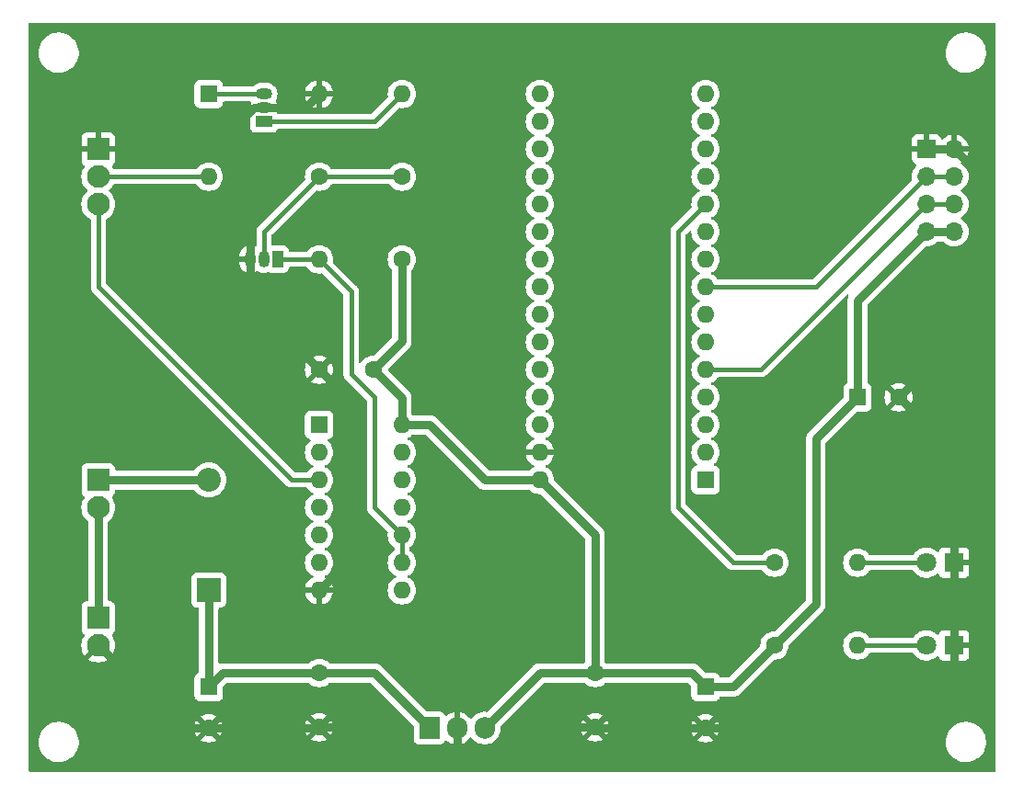
<source format=gbr>
%TF.GenerationSoftware,KiCad,Pcbnew,7.0.6*%
%TF.CreationDate,2023-08-14T15:02:37+02:00*%
%TF.ProjectId,ps2_mouse_to_serial_port_adapter_in_a_box,7073325f-6d6f-4757-9365-5f746f5f7365,rev?*%
%TF.SameCoordinates,Original*%
%TF.FileFunction,Copper,L2,Bot*%
%TF.FilePolarity,Positive*%
%FSLAX46Y46*%
G04 Gerber Fmt 4.6, Leading zero omitted, Abs format (unit mm)*
G04 Created by KiCad (PCBNEW 7.0.6) date 2023-08-14 15:02:37*
%MOMM*%
%LPD*%
G01*
G04 APERTURE LIST*
%TA.AperFunction,ComponentPad*%
%ADD10R,2.100000X2.100000*%
%TD*%
%TA.AperFunction,ComponentPad*%
%ADD11C,2.100000*%
%TD*%
%TA.AperFunction,ComponentPad*%
%ADD12R,1.600000X1.600000*%
%TD*%
%TA.AperFunction,ComponentPad*%
%ADD13C,1.600000*%
%TD*%
%TA.AperFunction,ComponentPad*%
%ADD14R,2.200000X2.200000*%
%TD*%
%TA.AperFunction,ComponentPad*%
%ADD15O,2.200000X2.200000*%
%TD*%
%TA.AperFunction,ComponentPad*%
%ADD16R,1.800000X1.800000*%
%TD*%
%TA.AperFunction,ComponentPad*%
%ADD17C,1.800000*%
%TD*%
%TA.AperFunction,ComponentPad*%
%ADD18O,1.600000X1.600000*%
%TD*%
%TA.AperFunction,ComponentPad*%
%ADD19R,1.500000X1.050000*%
%TD*%
%TA.AperFunction,ComponentPad*%
%ADD20O,1.500000X1.050000*%
%TD*%
%TA.AperFunction,ComponentPad*%
%ADD21R,1.050000X1.500000*%
%TD*%
%TA.AperFunction,ComponentPad*%
%ADD22O,1.050000X1.500000*%
%TD*%
%TA.AperFunction,ComponentPad*%
%ADD23R,1.905000X2.000000*%
%TD*%
%TA.AperFunction,ComponentPad*%
%ADD24O,1.905000X2.000000*%
%TD*%
%TA.AperFunction,ComponentPad*%
%ADD25R,1.700000X1.700000*%
%TD*%
%TA.AperFunction,ComponentPad*%
%ADD26O,1.700000X1.700000*%
%TD*%
%TA.AperFunction,Conductor*%
%ADD27C,0.400000*%
%TD*%
%TA.AperFunction,Conductor*%
%ADD28C,0.800000*%
%TD*%
%TA.AperFunction,Conductor*%
%ADD29C,0.200000*%
%TD*%
G04 APERTURE END LIST*
D10*
%TO.P,J1,1,Pin_1*%
%TO.N,Net-(J1-Pin_1)*%
X19219000Y-67639000D03*
D11*
%TO.P,J1,2,Pin_2*%
%TO.N,/GND*%
X19219000Y-70179000D03*
%TD*%
D12*
%TO.P,C5,1*%
%TO.N,/+5V*%
X75099000Y-73999000D03*
D13*
%TO.P,C5,2*%
%TO.N,/GND*%
X75099000Y-77799000D03*
%TD*%
D14*
%TO.P,D2,1,K*%
%TO.N,Net-(D2-K)*%
X29379000Y-65099000D03*
D15*
%TO.P,D2,2,A*%
%TO.N,Net-(D2-A)*%
X29379000Y-54939000D03*
%TD*%
D16*
%TO.P,D4,1,K*%
%TO.N,/GND*%
X97959000Y-70179000D03*
D17*
%TO.P,D4,2,A*%
%TO.N,Net-(D4-A)*%
X95419000Y-70179000D03*
%TD*%
D12*
%TO.P,U1,1*%
%TO.N,Net-(A1-D1{slash}TX)*%
X39539000Y-49859000D03*
D18*
%TO.P,U1,2*%
X39539000Y-52399000D03*
%TO.P,U1,3*%
%TO.N,Net-(J3-Pin_3)*%
X39539000Y-54939000D03*
%TO.P,U1,4*%
%TO.N,unconnected-(U1-Pad4)*%
X39539000Y-57479000D03*
%TO.P,U1,5*%
%TO.N,unconnected-(U1-Pad5)*%
X39539000Y-60019000D03*
%TO.P,U1,6*%
%TO.N,unconnected-(U1-Pad6)*%
X39539000Y-62559000D03*
%TO.P,U1,7,GND*%
%TO.N,/GND*%
X39539000Y-65099000D03*
%TO.P,U1,8*%
%TO.N,Net-(A1-D7)*%
X47159000Y-65099000D03*
%TO.P,U1,9*%
%TO.N,Net-(Q1-C)*%
X47159000Y-62559000D03*
%TO.P,U1,10*%
X47159000Y-60019000D03*
%TO.P,U1,11*%
%TO.N,unconnected-(U1-Pad11)*%
X47159000Y-57479000D03*
%TO.P,U1,12*%
%TO.N,unconnected-(U1-Pad12)*%
X47159000Y-54939000D03*
%TO.P,U1,13*%
%TO.N,unconnected-(U1-Pad13)*%
X47159000Y-52399000D03*
%TO.P,U1,14,VCC*%
%TO.N,/+5V*%
X47159000Y-49859000D03*
%TD*%
D12*
%TO.P,D1,1,K*%
%TO.N,Net-(D1-K)*%
X29379000Y-19379000D03*
D18*
%TO.P,D1,2,A*%
%TO.N,Net-(D1-A)*%
X29379000Y-26999000D03*
%TD*%
D13*
%TO.P,R1,1*%
%TO.N,Net-(Q1-B)*%
X47159000Y-26999000D03*
D18*
%TO.P,R1,2*%
%TO.N,Net-(U2-VO)*%
X47159000Y-19379000D03*
%TD*%
D13*
%TO.P,C3,1*%
%TO.N,Net-(D2-K)*%
X39539000Y-72719000D03*
%TO.P,C3,2*%
%TO.N,/GND*%
X39539000Y-77719000D03*
%TD*%
%TO.P,R2,1*%
%TO.N,Net-(Q1-B)*%
X39539000Y-26999000D03*
D18*
%TO.P,R2,2*%
%TO.N,/GND*%
X39539000Y-19379000D03*
%TD*%
D16*
%TO.P,D3,1,K*%
%TO.N,/GND*%
X97959000Y-62559000D03*
D17*
%TO.P,D3,2,A*%
%TO.N,Net-(D3-A)*%
X95419000Y-62559000D03*
%TD*%
D19*
%TO.P,U2,1,VO*%
%TO.N,Net-(U2-VO)*%
X34459000Y-21919000D03*
D20*
%TO.P,U2,2,GND*%
%TO.N,/GND*%
X34459000Y-20649000D03*
%TO.P,U2,3,VI*%
%TO.N,Net-(D1-K)*%
X34459000Y-19379000D03*
%TD*%
D13*
%TO.P,R3,1*%
%TO.N,/+5V*%
X47159000Y-34619000D03*
D18*
%TO.P,R3,2*%
%TO.N,Net-(Q1-C)*%
X39539000Y-34619000D03*
%TD*%
D13*
%TO.P,R4,1*%
%TO.N,Net-(A1-D8)*%
X81449000Y-62559000D03*
D18*
%TO.P,R4,2*%
%TO.N,Net-(D3-A)*%
X89069000Y-62559000D03*
%TD*%
D13*
%TO.P,C4,1*%
%TO.N,/+5V*%
X64939000Y-72719000D03*
%TO.P,C4,2*%
%TO.N,/GND*%
X64939000Y-77719000D03*
%TD*%
D10*
%TO.P,J3,1,Pin_1*%
%TO.N,/GND*%
X19219000Y-24459000D03*
D11*
%TO.P,J3,2,Pin_2*%
%TO.N,Net-(D1-A)*%
X19219000Y-26999000D03*
%TO.P,J3,3,Pin_3*%
%TO.N,Net-(J3-Pin_3)*%
X19219000Y-29539000D03*
%TD*%
D21*
%TO.P,Q1,1,C*%
%TO.N,Net-(Q1-C)*%
X35729000Y-34619000D03*
D22*
%TO.P,Q1,2,B*%
%TO.N,Net-(Q1-B)*%
X34459000Y-34619000D03*
%TO.P,Q1,3,E*%
%TO.N,/GND*%
X33189000Y-34619000D03*
%TD*%
D12*
%TO.P,A1,1,D1/TX*%
%TO.N,Net-(A1-D1{slash}TX)*%
X75099000Y-54939000D03*
D18*
%TO.P,A1,2,D0/RX*%
%TO.N,unconnected-(A1-D0{slash}RX-Pad2)*%
X75099000Y-52399000D03*
%TO.P,A1,3,~{RESET}*%
%TO.N,unconnected-(A1-~{RESET}-Pad3)*%
X75099000Y-49859000D03*
%TO.P,A1,4,GND*%
%TO.N,unconnected-(A1-GND-Pad4)*%
X75099000Y-47319000D03*
%TO.P,A1,5,D2*%
%TO.N,Net-(A1-D2)*%
X75099000Y-44779000D03*
%TO.P,A1,6,D3*%
%TO.N,unconnected-(A1-D3-Pad6)*%
X75099000Y-42239000D03*
%TO.P,A1,7,D4*%
%TO.N,unconnected-(A1-D4-Pad7)*%
X75099000Y-39699000D03*
%TO.P,A1,8,D5*%
%TO.N,Net-(A1-D5)*%
X75099000Y-37159000D03*
%TO.P,A1,9,D6*%
%TO.N,unconnected-(A1-D6-Pad9)*%
X75099000Y-34619000D03*
%TO.P,A1,10,D7*%
%TO.N,Net-(A1-D7)*%
X75099000Y-32079000D03*
%TO.P,A1,11,D8*%
%TO.N,Net-(A1-D8)*%
X75099000Y-29539000D03*
%TO.P,A1,12,D9*%
%TO.N,unconnected-(A1-D9-Pad12)*%
X75099000Y-26999000D03*
%TO.P,A1,13,D10*%
%TO.N,unconnected-(A1-D10-Pad13)*%
X75099000Y-24459000D03*
%TO.P,A1,14,D11*%
%TO.N,unconnected-(A1-D11-Pad14)*%
X75099000Y-21919000D03*
%TO.P,A1,15,D12*%
%TO.N,unconnected-(A1-D12-Pad15)*%
X75099000Y-19379000D03*
%TO.P,A1,16,D13*%
%TO.N,unconnected-(A1-D13-Pad16)*%
X59859000Y-19379000D03*
%TO.P,A1,17,3V3*%
%TO.N,unconnected-(A1-3V3-Pad17)*%
X59859000Y-21919000D03*
%TO.P,A1,18,AREF*%
%TO.N,unconnected-(A1-AREF-Pad18)*%
X59859000Y-24459000D03*
%TO.P,A1,19,A0*%
%TO.N,unconnected-(A1-A0-Pad19)*%
X59859000Y-26999000D03*
%TO.P,A1,20,A1*%
%TO.N,unconnected-(A1-A1-Pad20)*%
X59859000Y-29539000D03*
%TO.P,A1,21,A2*%
%TO.N,unconnected-(A1-A2-Pad21)*%
X59859000Y-32079000D03*
%TO.P,A1,22,A3*%
%TO.N,unconnected-(A1-A3-Pad22)*%
X59859000Y-34619000D03*
%TO.P,A1,23,A4*%
%TO.N,unconnected-(A1-A4-Pad23)*%
X59859000Y-37159000D03*
%TO.P,A1,24,A5*%
%TO.N,unconnected-(A1-A5-Pad24)*%
X59859000Y-39699000D03*
%TO.P,A1,25,A6*%
%TO.N,unconnected-(A1-A6-Pad25)*%
X59859000Y-42239000D03*
%TO.P,A1,26,A7*%
%TO.N,unconnected-(A1-A7-Pad26)*%
X59859000Y-44779000D03*
%TO.P,A1,27,+5V*%
%TO.N,unconnected-(A1-+5V-Pad27)*%
X59859000Y-47319000D03*
%TO.P,A1,28,~{RESET}*%
%TO.N,unconnected-(A1-~{RESET}-Pad28)*%
X59859000Y-49859000D03*
%TO.P,A1,29,GND*%
%TO.N,/GND*%
X59859000Y-52399000D03*
%TO.P,A1,30,VIN*%
%TO.N,/+5V*%
X59859000Y-54939000D03*
%TD*%
D13*
%TO.P,R5,1*%
%TO.N,/+5V*%
X81449000Y-70179000D03*
D18*
%TO.P,R5,2*%
%TO.N,Net-(D4-A)*%
X89069000Y-70179000D03*
%TD*%
D23*
%TO.P,U3,1,IN*%
%TO.N,Net-(D2-K)*%
X49699000Y-77799000D03*
D24*
%TO.P,U3,2,GND*%
%TO.N,/GND*%
X52239000Y-77799000D03*
%TO.P,U3,3,OUT*%
%TO.N,/+5V*%
X54779000Y-77799000D03*
%TD*%
D25*
%TO.P,J2,1,Pin_1*%
%TO.N,/GND*%
X95419000Y-24459000D03*
D26*
%TO.P,J2,2,Pin_2*%
X97959000Y-24459000D03*
%TO.P,J2,3,Pin_3*%
%TO.N,Net-(A1-D5)*%
X95419000Y-26999000D03*
%TO.P,J2,4,Pin_4*%
X97959000Y-26999000D03*
%TO.P,J2,5,Pin_5*%
%TO.N,Net-(A1-D2)*%
X95419000Y-29539000D03*
%TO.P,J2,6,Pin_6*%
X97959000Y-29539000D03*
%TO.P,J2,7,Pin_7*%
%TO.N,/+5V*%
X95419000Y-32079000D03*
%TO.P,J2,8,Pin_8*%
X97959000Y-32079000D03*
%TD*%
D12*
%TO.P,C2,1*%
%TO.N,Net-(D2-K)*%
X29379000Y-73999000D03*
D13*
%TO.P,C2,2*%
%TO.N,/GND*%
X29379000Y-77799000D03*
%TD*%
D12*
%TO.P,C1,1*%
%TO.N,/+5V*%
X89079000Y-47319000D03*
D13*
%TO.P,C1,2*%
%TO.N,/GND*%
X92879000Y-47319000D03*
%TD*%
D10*
%TO.P,SW1,1,A*%
%TO.N,Net-(D2-A)*%
X19219000Y-54939000D03*
D11*
%TO.P,SW1,2,B*%
%TO.N,Net-(J1-Pin_1)*%
X19219000Y-57479000D03*
%TD*%
D13*
%TO.P,C6,1*%
%TO.N,/+5V*%
X44539000Y-44779000D03*
%TO.P,C6,2*%
%TO.N,/GND*%
X39539000Y-44779000D03*
%TD*%
D27*
%TO.N,Net-(D1-A)*%
X19219000Y-26999000D02*
X29379000Y-26999000D01*
D28*
%TO.N,/GND*%
X32239000Y-21919000D02*
X33509000Y-20649000D01*
X39539000Y-44779000D02*
X42079000Y-47319000D01*
X75099000Y-77799000D02*
X65019000Y-77799000D01*
X33189000Y-32079000D02*
X33189000Y-34619000D01*
X64939000Y-77719000D02*
X59939000Y-77719000D01*
X33189000Y-34619000D02*
X33189000Y-38429000D01*
X97959000Y-52399000D02*
X92879000Y-47319000D01*
X75099000Y-77799000D02*
X95419000Y-77799000D01*
X97959000Y-62559000D02*
X97959000Y-70179000D01*
X38269000Y-20649000D02*
X34459000Y-20649000D01*
X39539000Y-77719000D02*
X44539000Y-77719000D01*
X42079000Y-62559000D02*
X39539000Y-65099000D01*
X96578500Y-76639500D02*
X97959000Y-75259000D01*
X100499000Y-39699000D02*
X92879000Y-47319000D01*
X39539000Y-19379000D02*
X38269000Y-20649000D01*
X95419000Y-77799000D02*
X96578500Y-76639500D01*
X97959000Y-24459000D02*
X100499000Y-26999000D01*
X97959000Y-24459000D02*
X95419000Y-24459000D01*
X29379000Y-77799000D02*
X39459000Y-77799000D01*
X52239000Y-80339000D02*
X52239000Y-77799000D01*
X42079000Y-47319000D02*
X42079000Y-62559000D01*
X97959000Y-62559000D02*
X97959000Y-52399000D01*
X59939000Y-77719000D02*
X57319000Y-80339000D01*
X19219000Y-70179000D02*
X26839000Y-77799000D01*
X44539000Y-77719000D02*
X47159000Y-80339000D01*
X32239000Y-21919000D02*
X32239000Y-31129000D01*
X100499000Y-26999000D02*
X100499000Y-39699000D01*
X97959000Y-75259000D02*
X97959000Y-70179000D01*
D29*
X96639500Y-76639500D02*
X96578500Y-76639500D01*
D28*
X33509000Y-20649000D02*
X34459000Y-20649000D01*
X33189000Y-38429000D02*
X39539000Y-44779000D01*
X57319000Y-80339000D02*
X52239000Y-80339000D01*
X47159000Y-80339000D02*
X52239000Y-80339000D01*
X26839000Y-77799000D02*
X29379000Y-77799000D01*
X32239000Y-31129000D02*
X33189000Y-32079000D01*
%TO.N,Net-(D2-A)*%
X19219000Y-54939000D02*
X29379000Y-54939000D01*
D27*
%TO.N,Net-(Q1-C)*%
X44619000Y-47319000D02*
X44619000Y-57479000D01*
X42479000Y-45179000D02*
X44619000Y-47319000D01*
X47159000Y-60019000D02*
X47159000Y-62559000D01*
X44619000Y-57479000D02*
X47159000Y-60019000D01*
X39539000Y-34619000D02*
X42479000Y-37559000D01*
X39539000Y-34619000D02*
X35729000Y-34619000D01*
X42479000Y-37559000D02*
X42479000Y-45179000D01*
%TO.N,Net-(Q1-B)*%
X47159000Y-26999000D02*
X39539000Y-26999000D01*
X39539000Y-26999000D02*
X34459000Y-32079000D01*
X34459000Y-32079000D02*
X34459000Y-34619000D01*
D28*
%TO.N,Net-(D2-K)*%
X39539000Y-72719000D02*
X44619000Y-72719000D01*
X29379000Y-65099000D02*
X29379000Y-73999000D01*
X44619000Y-72719000D02*
X49699000Y-77799000D01*
X30659000Y-72719000D02*
X29379000Y-73999000D01*
X39539000Y-72719000D02*
X30659000Y-72719000D01*
D27*
%TO.N,Net-(J3-Pin_3)*%
X19219000Y-37159000D02*
X19219000Y-29539000D01*
X36999000Y-54939000D02*
X19219000Y-37159000D01*
X39539000Y-54939000D02*
X36999000Y-54939000D01*
%TO.N,Net-(A1-D8)*%
X72559000Y-32079000D02*
X75099000Y-29539000D01*
X81449000Y-62559000D02*
X77639000Y-62559000D01*
X72559000Y-57479000D02*
X72559000Y-32079000D01*
X77639000Y-62559000D02*
X72559000Y-57479000D01*
%TO.N,Net-(D4-A)*%
X89069000Y-70179000D02*
X95419000Y-70179000D01*
D28*
%TO.N,/+5V*%
X64939000Y-72719000D02*
X59859000Y-72719000D01*
X73819000Y-72719000D02*
X75099000Y-73999000D01*
X97959000Y-32079000D02*
X95419000Y-32079000D01*
X89079000Y-38419000D02*
X89079000Y-47319000D01*
X64939000Y-72719000D02*
X73819000Y-72719000D01*
X89079000Y-47319000D02*
X85259000Y-51139000D01*
X64939000Y-60019000D02*
X59859000Y-54939000D01*
X47159000Y-47399000D02*
X44539000Y-44779000D01*
X47159000Y-49859000D02*
X49699000Y-49859000D01*
X54779000Y-54939000D02*
X59859000Y-54939000D01*
X95419000Y-32079000D02*
X89079000Y-38419000D01*
X85259000Y-51139000D02*
X85259000Y-66369000D01*
X59859000Y-72719000D02*
X54779000Y-77799000D01*
X85259000Y-66369000D02*
X81449000Y-70179000D01*
X47159000Y-42159000D02*
X44539000Y-44779000D01*
X64939000Y-72719000D02*
X64939000Y-60019000D01*
X77629000Y-73999000D02*
X81449000Y-70179000D01*
X47159000Y-49859000D02*
X47159000Y-47399000D01*
X49699000Y-49859000D02*
X54779000Y-54939000D01*
X75099000Y-73999000D02*
X77629000Y-73999000D01*
X47159000Y-34619000D02*
X47159000Y-42159000D01*
D27*
%TO.N,Net-(D1-K)*%
X29379000Y-19379000D02*
X34459000Y-19379000D01*
%TO.N,Net-(A1-D2)*%
X80179000Y-44779000D02*
X95419000Y-29539000D01*
X97959000Y-29539000D02*
X95419000Y-29539000D01*
X75099000Y-44779000D02*
X80179000Y-44779000D01*
%TO.N,Net-(A1-D5)*%
X75099000Y-37159000D02*
X85259000Y-37159000D01*
X97959000Y-26999000D02*
X95419000Y-26999000D01*
X85259000Y-37159000D02*
X95419000Y-26999000D01*
%TO.N,Net-(D3-A)*%
X89069000Y-62559000D02*
X95419000Y-62559000D01*
%TO.N,Net-(U2-VO)*%
X44619000Y-21919000D02*
X34459000Y-21919000D01*
X47159000Y-19379000D02*
X44619000Y-21919000D01*
D28*
%TO.N,Net-(J1-Pin_1)*%
X19219000Y-67639000D02*
X19219000Y-57479000D01*
%TD*%
%TA.AperFunction,Conductor*%
%TO.N,/GND*%
G36*
X97499507Y-24249156D02*
G01*
X97459000Y-24387111D01*
X97459000Y-24530889D01*
X97499507Y-24668844D01*
X97525314Y-24709000D01*
X95852686Y-24709000D01*
X95878493Y-24668844D01*
X95919000Y-24530889D01*
X95919000Y-24387111D01*
X95878493Y-24249156D01*
X95852686Y-24209000D01*
X97525314Y-24209000D01*
X97499507Y-24249156D01*
G37*
%TD.AperFunction*%
%TA.AperFunction,Conductor*%
G36*
X101761539Y-12839185D02*
G01*
X101807294Y-12891989D01*
X101818500Y-12943500D01*
X101818500Y-81694500D01*
X101798815Y-81761539D01*
X101746011Y-81807294D01*
X101694500Y-81818500D01*
X12943500Y-81818500D01*
X12876461Y-81798815D01*
X12830706Y-81746011D01*
X12819500Y-81694500D01*
X12819500Y-79136763D01*
X13714787Y-79136763D01*
X13744413Y-79406013D01*
X13744415Y-79406024D01*
X13812926Y-79668082D01*
X13812928Y-79668088D01*
X13918870Y-79917390D01*
X13990998Y-80035575D01*
X14059979Y-80148605D01*
X14059986Y-80148615D01*
X14233253Y-80356819D01*
X14233259Y-80356824D01*
X14434998Y-80537582D01*
X14660910Y-80687044D01*
X14906176Y-80802020D01*
X14906183Y-80802022D01*
X14906185Y-80802023D01*
X15165557Y-80880057D01*
X15165564Y-80880058D01*
X15165569Y-80880060D01*
X15433561Y-80919500D01*
X15433566Y-80919500D01*
X15636636Y-80919500D01*
X15688133Y-80915730D01*
X15839156Y-80904677D01*
X15951758Y-80879593D01*
X16103546Y-80845782D01*
X16103548Y-80845781D01*
X16103553Y-80845780D01*
X16356558Y-80749014D01*
X16592777Y-80616441D01*
X16807177Y-80450888D01*
X16995186Y-80255881D01*
X17152799Y-80035579D01*
X17226787Y-79891669D01*
X17276649Y-79794690D01*
X17276651Y-79794684D01*
X17276656Y-79794675D01*
X17364118Y-79538305D01*
X17413319Y-79271933D01*
X17423212Y-79001235D01*
X17393586Y-78731982D01*
X17325072Y-78469912D01*
X17219130Y-78220610D01*
X17078018Y-77989390D01*
X17074294Y-77984915D01*
X16919577Y-77799002D01*
X28074034Y-77799002D01*
X28093858Y-78025599D01*
X28093860Y-78025610D01*
X28152730Y-78245317D01*
X28152734Y-78245326D01*
X28248865Y-78451481D01*
X28248866Y-78451483D01*
X28299973Y-78524471D01*
X28299974Y-78524472D01*
X28981046Y-77843399D01*
X28993835Y-77924148D01*
X29051359Y-78037045D01*
X29140955Y-78126641D01*
X29253852Y-78184165D01*
X29334599Y-78196953D01*
X28653526Y-78878025D01*
X28653526Y-78878026D01*
X28726512Y-78929131D01*
X28726516Y-78929133D01*
X28932673Y-79025265D01*
X28932682Y-79025269D01*
X29152389Y-79084139D01*
X29152400Y-79084141D01*
X29378998Y-79103966D01*
X29379002Y-79103966D01*
X29605599Y-79084141D01*
X29605610Y-79084139D01*
X29825317Y-79025269D01*
X29825331Y-79025264D01*
X30031478Y-78929136D01*
X30104472Y-78878025D01*
X29423401Y-78196953D01*
X29504148Y-78184165D01*
X29617045Y-78126641D01*
X29706641Y-78037045D01*
X29764165Y-77924148D01*
X29776953Y-77843400D01*
X30458025Y-78524472D01*
X30509136Y-78451478D01*
X30605264Y-78245331D01*
X30605269Y-78245317D01*
X30664139Y-78025610D01*
X30664141Y-78025599D01*
X30683966Y-77799002D01*
X30683966Y-77798997D01*
X30676967Y-77719002D01*
X38234034Y-77719002D01*
X38253858Y-77945599D01*
X38253860Y-77945610D01*
X38312730Y-78165317D01*
X38312734Y-78165326D01*
X38408865Y-78371481D01*
X38408866Y-78371483D01*
X38459973Y-78444471D01*
X38459973Y-78444472D01*
X39141045Y-77763399D01*
X39153835Y-77844148D01*
X39211359Y-77957045D01*
X39300955Y-78046641D01*
X39413852Y-78104165D01*
X39494599Y-78116953D01*
X38813526Y-78798025D01*
X38813526Y-78798026D01*
X38886512Y-78849131D01*
X38886516Y-78849133D01*
X39092673Y-78945265D01*
X39092682Y-78945269D01*
X39312389Y-79004139D01*
X39312400Y-79004141D01*
X39538998Y-79023966D01*
X39539002Y-79023966D01*
X39765599Y-79004141D01*
X39765610Y-79004139D01*
X39985317Y-78945269D01*
X39985331Y-78945264D01*
X40191478Y-78849136D01*
X40264472Y-78798025D01*
X39583401Y-78116953D01*
X39664148Y-78104165D01*
X39777045Y-78046641D01*
X39866641Y-77957045D01*
X39924165Y-77844148D01*
X39936953Y-77763400D01*
X40618025Y-78444472D01*
X40669136Y-78371478D01*
X40765264Y-78165331D01*
X40765269Y-78165317D01*
X40824139Y-77945610D01*
X40824141Y-77945599D01*
X40843966Y-77719002D01*
X40843966Y-77718997D01*
X40824141Y-77492400D01*
X40824139Y-77492389D01*
X40765269Y-77272682D01*
X40765265Y-77272673D01*
X40669133Y-77066516D01*
X40669131Y-77066512D01*
X40618026Y-76993526D01*
X40618025Y-76993526D01*
X39936953Y-77674598D01*
X39924165Y-77593852D01*
X39866641Y-77480955D01*
X39777045Y-77391359D01*
X39664148Y-77333835D01*
X39583400Y-77321046D01*
X40264472Y-76639974D01*
X40264471Y-76639973D01*
X40191483Y-76588866D01*
X40191481Y-76588865D01*
X39985326Y-76492734D01*
X39985317Y-76492730D01*
X39765610Y-76433860D01*
X39765599Y-76433858D01*
X39539002Y-76414034D01*
X39538998Y-76414034D01*
X39312400Y-76433858D01*
X39312389Y-76433860D01*
X39092682Y-76492730D01*
X39092673Y-76492734D01*
X38886513Y-76588868D01*
X38813527Y-76639972D01*
X38813526Y-76639973D01*
X39494600Y-77321046D01*
X39413852Y-77333835D01*
X39300955Y-77391359D01*
X39211359Y-77480955D01*
X39153835Y-77593852D01*
X39141046Y-77674598D01*
X38459973Y-76993526D01*
X38408868Y-77066513D01*
X38312734Y-77272673D01*
X38312730Y-77272682D01*
X38253860Y-77492389D01*
X38253858Y-77492400D01*
X38234034Y-77718997D01*
X38234034Y-77719002D01*
X30676967Y-77719002D01*
X30664141Y-77572400D01*
X30664139Y-77572389D01*
X30605269Y-77352682D01*
X30605265Y-77352673D01*
X30509133Y-77146516D01*
X30509131Y-77146512D01*
X30458026Y-77073526D01*
X30458025Y-77073526D01*
X29776953Y-77754598D01*
X29764165Y-77673852D01*
X29706641Y-77560955D01*
X29617045Y-77471359D01*
X29504148Y-77413835D01*
X29423400Y-77401046D01*
X30104472Y-76719974D01*
X30104471Y-76719973D01*
X30031483Y-76668866D01*
X30031481Y-76668865D01*
X29825326Y-76572734D01*
X29825317Y-76572730D01*
X29605610Y-76513860D01*
X29605599Y-76513858D01*
X29379002Y-76494034D01*
X29378998Y-76494034D01*
X29152400Y-76513858D01*
X29152389Y-76513860D01*
X28932682Y-76572730D01*
X28932673Y-76572734D01*
X28726513Y-76668868D01*
X28653527Y-76719972D01*
X28653526Y-76719973D01*
X29334600Y-77401046D01*
X29253852Y-77413835D01*
X29140955Y-77471359D01*
X29051359Y-77560955D01*
X28993835Y-77673852D01*
X28981046Y-77754599D01*
X28299973Y-77073526D01*
X28299972Y-77073527D01*
X28248868Y-77146513D01*
X28152734Y-77352673D01*
X28152730Y-77352682D01*
X28093860Y-77572389D01*
X28093858Y-77572400D01*
X28074034Y-77798997D01*
X28074034Y-77799002D01*
X16919577Y-77799002D01*
X16904746Y-77781180D01*
X16904740Y-77781175D01*
X16703002Y-77600418D01*
X16477092Y-77450957D01*
X16465336Y-77445446D01*
X16231824Y-77335980D01*
X16231819Y-77335978D01*
X16231814Y-77335976D01*
X15972442Y-77257942D01*
X15972428Y-77257939D01*
X15856791Y-77240921D01*
X15704439Y-77218500D01*
X15501369Y-77218500D01*
X15501364Y-77218500D01*
X15298844Y-77233323D01*
X15298831Y-77233325D01*
X15034453Y-77292217D01*
X15034446Y-77292220D01*
X14781439Y-77388987D01*
X14545226Y-77521557D01*
X14330822Y-77687112D01*
X14142822Y-77882109D01*
X14142816Y-77882116D01*
X13985202Y-78102419D01*
X13985199Y-78102424D01*
X13861350Y-78343309D01*
X13861343Y-78343327D01*
X13773884Y-78599685D01*
X13773882Y-78599695D01*
X13728227Y-78846872D01*
X13724681Y-78866068D01*
X13724680Y-78866075D01*
X13714787Y-79136763D01*
X12819500Y-79136763D01*
X12819500Y-57479000D01*
X17663706Y-57479000D01*
X17682853Y-57722297D01*
X17682853Y-57722300D01*
X17682854Y-57722302D01*
X17731637Y-57925496D01*
X17739830Y-57959619D01*
X17833222Y-58185089D01*
X17960737Y-58393173D01*
X17960738Y-58393176D01*
X17960741Y-58393179D01*
X18119241Y-58578759D01*
X18275032Y-58711817D01*
X18313225Y-58770322D01*
X18318500Y-58806106D01*
X18318500Y-65964500D01*
X18298815Y-66031539D01*
X18246011Y-66077294D01*
X18194502Y-66088500D01*
X18121130Y-66088500D01*
X18121123Y-66088501D01*
X18061516Y-66094908D01*
X17926671Y-66145202D01*
X17926664Y-66145206D01*
X17811455Y-66231452D01*
X17811452Y-66231455D01*
X17725206Y-66346664D01*
X17725202Y-66346671D01*
X17674908Y-66481517D01*
X17669308Y-66533611D01*
X17668501Y-66541123D01*
X17668500Y-66541135D01*
X17668500Y-68736870D01*
X17668501Y-68736876D01*
X17674908Y-68796483D01*
X17725202Y-68931328D01*
X17725206Y-68931335D01*
X17778504Y-69002531D01*
X17811454Y-69046546D01*
X17915434Y-69124386D01*
X17957305Y-69180319D01*
X17962289Y-69250011D01*
X17946851Y-69288441D01*
X17833667Y-69473140D01*
X17740303Y-69698542D01*
X17683348Y-69935780D01*
X17664207Y-70179000D01*
X17683348Y-70422219D01*
X17740303Y-70659457D01*
X17833668Y-70884861D01*
X17957504Y-71086942D01*
X18693070Y-70351375D01*
X18695884Y-70364915D01*
X18765442Y-70499156D01*
X18868638Y-70609652D01*
X18997819Y-70688209D01*
X19049002Y-70702549D01*
X18311056Y-71440494D01*
X18513138Y-71564331D01*
X18738542Y-71657696D01*
X18975780Y-71714651D01*
X18975779Y-71714651D01*
X19219000Y-71733792D01*
X19462219Y-71714651D01*
X19699457Y-71657696D01*
X19924861Y-71564331D01*
X20126942Y-71440494D01*
X19390568Y-70704121D01*
X19507458Y-70653349D01*
X19624739Y-70557934D01*
X19711928Y-70434415D01*
X19742354Y-70348802D01*
X20480494Y-71086942D01*
X20604331Y-70884861D01*
X20697696Y-70659457D01*
X20754651Y-70422219D01*
X20773792Y-70178999D01*
X20754651Y-69935780D01*
X20697696Y-69698542D01*
X20604331Y-69473138D01*
X20491149Y-69288442D01*
X20472904Y-69220996D01*
X20494020Y-69154394D01*
X20522560Y-69124389D01*
X20626546Y-69046546D01*
X20712796Y-68931331D01*
X20763091Y-68796483D01*
X20769500Y-68736873D01*
X20769499Y-66541128D01*
X20763091Y-66481517D01*
X20748101Y-66441328D01*
X20712797Y-66346671D01*
X20712793Y-66346664D01*
X20638087Y-66246870D01*
X27778500Y-66246870D01*
X27778501Y-66246876D01*
X27784908Y-66306483D01*
X27835202Y-66441328D01*
X27835206Y-66441335D01*
X27921452Y-66556544D01*
X27921455Y-66556547D01*
X28036664Y-66642793D01*
X28036671Y-66642797D01*
X28081618Y-66659561D01*
X28171517Y-66693091D01*
X28231127Y-66699500D01*
X28354499Y-66699499D01*
X28421538Y-66719183D01*
X28467293Y-66771987D01*
X28478499Y-66823499D01*
X28478500Y-72616209D01*
X28458815Y-72683248D01*
X28406011Y-72729003D01*
X28397833Y-72732391D01*
X28336671Y-72755202D01*
X28336664Y-72755206D01*
X28221455Y-72841452D01*
X28221452Y-72841455D01*
X28135206Y-72956664D01*
X28135202Y-72956671D01*
X28084908Y-73091517D01*
X28078501Y-73151116D01*
X28078500Y-73151135D01*
X28078500Y-74846870D01*
X28078501Y-74846876D01*
X28084908Y-74906483D01*
X28135202Y-75041328D01*
X28135206Y-75041335D01*
X28221452Y-75156544D01*
X28221455Y-75156547D01*
X28336664Y-75242793D01*
X28336671Y-75242797D01*
X28471517Y-75293091D01*
X28471516Y-75293091D01*
X28478444Y-75293835D01*
X28531127Y-75299500D01*
X30226872Y-75299499D01*
X30286483Y-75293091D01*
X30421331Y-75242796D01*
X30536546Y-75156546D01*
X30622796Y-75041331D01*
X30673091Y-74906483D01*
X30679500Y-74846873D01*
X30679499Y-74023360D01*
X30699183Y-73956322D01*
X30715818Y-73935680D01*
X30995680Y-73655819D01*
X31057003Y-73622334D01*
X31083361Y-73619500D01*
X38548952Y-73619500D01*
X38615991Y-73639185D01*
X38636628Y-73655814D01*
X38699861Y-73719047D01*
X38886266Y-73849568D01*
X39092504Y-73945739D01*
X39312308Y-74004635D01*
X39474230Y-74018801D01*
X39538998Y-74024468D01*
X39539000Y-74024468D01*
X39539002Y-74024468D01*
X39595673Y-74019509D01*
X39765692Y-74004635D01*
X39985496Y-73945739D01*
X40191734Y-73849568D01*
X40378139Y-73719047D01*
X40441368Y-73655817D01*
X40502689Y-73622334D01*
X40529048Y-73619500D01*
X44194639Y-73619500D01*
X44261678Y-73639185D01*
X44282320Y-73655819D01*
X48209681Y-77583181D01*
X48243166Y-77644504D01*
X48246000Y-77670862D01*
X48246000Y-78846870D01*
X48246001Y-78846876D01*
X48252408Y-78906483D01*
X48302702Y-79041328D01*
X48302706Y-79041335D01*
X48388952Y-79156544D01*
X48388955Y-79156547D01*
X48504164Y-79242793D01*
X48504171Y-79242797D01*
X48639017Y-79293091D01*
X48639016Y-79293091D01*
X48645944Y-79293835D01*
X48698627Y-79299500D01*
X50699372Y-79299499D01*
X50758983Y-79293091D01*
X50893831Y-79242796D01*
X51009046Y-79156546D01*
X51095296Y-79041331D01*
X51095297Y-79041328D01*
X51095298Y-79041327D01*
X51106907Y-79010199D01*
X51148776Y-78954264D01*
X51214240Y-78929844D01*
X51282513Y-78944694D01*
X51299252Y-78955675D01*
X51441831Y-79066649D01*
X51441840Y-79066655D01*
X51653531Y-79181215D01*
X51653545Y-79181221D01*
X51881207Y-79259379D01*
X51989000Y-79277366D01*
X51989000Y-78290683D01*
X52017819Y-78308209D01*
X52163404Y-78349000D01*
X52276622Y-78349000D01*
X52388783Y-78333584D01*
X52489000Y-78290053D01*
X52489000Y-79277365D01*
X52596792Y-79259379D01*
X52824454Y-79181221D01*
X52824468Y-79181215D01*
X53036159Y-79066655D01*
X53036168Y-79066649D01*
X53226116Y-78918806D01*
X53226126Y-78918797D01*
X53389154Y-78741702D01*
X53389155Y-78741701D01*
X53404891Y-78717616D01*
X53458036Y-78672258D01*
X53527267Y-78662833D01*
X53590604Y-78692333D01*
X53612510Y-78717614D01*
X53628446Y-78742007D01*
X53628448Y-78742009D01*
X53628449Y-78742010D01*
X53791537Y-78919171D01*
X53947908Y-79040879D01*
X53981017Y-79066649D01*
X53981561Y-79067072D01*
X54110339Y-79136763D01*
X54192478Y-79181215D01*
X54193336Y-79181679D01*
X54311598Y-79222278D01*
X54421083Y-79259865D01*
X54421085Y-79259865D01*
X54421087Y-79259866D01*
X54658601Y-79299500D01*
X54658602Y-79299500D01*
X54899398Y-79299500D01*
X54899399Y-79299500D01*
X55136913Y-79259866D01*
X55364664Y-79181679D01*
X55447661Y-79136763D01*
X97214787Y-79136763D01*
X97244413Y-79406013D01*
X97244415Y-79406024D01*
X97312926Y-79668082D01*
X97312928Y-79668088D01*
X97418870Y-79917390D01*
X97490998Y-80035575D01*
X97559979Y-80148605D01*
X97559986Y-80148615D01*
X97733253Y-80356819D01*
X97733259Y-80356824D01*
X97934998Y-80537582D01*
X98160910Y-80687044D01*
X98406176Y-80802020D01*
X98406183Y-80802022D01*
X98406185Y-80802023D01*
X98665557Y-80880057D01*
X98665564Y-80880058D01*
X98665569Y-80880060D01*
X98933561Y-80919500D01*
X98933566Y-80919500D01*
X99136636Y-80919500D01*
X99188133Y-80915730D01*
X99339156Y-80904677D01*
X99451758Y-80879593D01*
X99603546Y-80845782D01*
X99603548Y-80845781D01*
X99603553Y-80845780D01*
X99856558Y-80749014D01*
X100092777Y-80616441D01*
X100307177Y-80450888D01*
X100495186Y-80255881D01*
X100652799Y-80035579D01*
X100726787Y-79891669D01*
X100776649Y-79794690D01*
X100776651Y-79794684D01*
X100776656Y-79794675D01*
X100864118Y-79538305D01*
X100913319Y-79271933D01*
X100923212Y-79001235D01*
X100893586Y-78731982D01*
X100825072Y-78469912D01*
X100719130Y-78220610D01*
X100578018Y-77989390D01*
X100574294Y-77984915D01*
X100404746Y-77781180D01*
X100404740Y-77781175D01*
X100203002Y-77600418D01*
X99977092Y-77450957D01*
X99965336Y-77445446D01*
X99731824Y-77335980D01*
X99731819Y-77335978D01*
X99731814Y-77335976D01*
X99472442Y-77257942D01*
X99472428Y-77257939D01*
X99356791Y-77240921D01*
X99204439Y-77218500D01*
X99001369Y-77218500D01*
X99001364Y-77218500D01*
X98798844Y-77233323D01*
X98798831Y-77233325D01*
X98534453Y-77292217D01*
X98534446Y-77292220D01*
X98281439Y-77388987D01*
X98045226Y-77521557D01*
X97830822Y-77687112D01*
X97642822Y-77882109D01*
X97642816Y-77882116D01*
X97485202Y-78102419D01*
X97485199Y-78102424D01*
X97361350Y-78343309D01*
X97361343Y-78343327D01*
X97273884Y-78599685D01*
X97273882Y-78599695D01*
X97228227Y-78846872D01*
X97224681Y-78866068D01*
X97224680Y-78866075D01*
X97214787Y-79136763D01*
X55447661Y-79136763D01*
X55576439Y-79067072D01*
X55766463Y-78919171D01*
X55929551Y-78742010D01*
X56061255Y-78540422D01*
X56157983Y-78319905D01*
X56217095Y-78086476D01*
X56232000Y-77906600D01*
X56232000Y-77719002D01*
X63634034Y-77719002D01*
X63653858Y-77945599D01*
X63653860Y-77945610D01*
X63712730Y-78165317D01*
X63712734Y-78165326D01*
X63808865Y-78371481D01*
X63808866Y-78371483D01*
X63859973Y-78444471D01*
X63859974Y-78444472D01*
X64541046Y-77763399D01*
X64553835Y-77844148D01*
X64611359Y-77957045D01*
X64700955Y-78046641D01*
X64813852Y-78104165D01*
X64894599Y-78116953D01*
X64213526Y-78798025D01*
X64213526Y-78798026D01*
X64286512Y-78849131D01*
X64286516Y-78849133D01*
X64492673Y-78945265D01*
X64492682Y-78945269D01*
X64712389Y-79004139D01*
X64712400Y-79004141D01*
X64938998Y-79023966D01*
X64939002Y-79023966D01*
X65165599Y-79004141D01*
X65165610Y-79004139D01*
X65385317Y-78945269D01*
X65385331Y-78945264D01*
X65591478Y-78849136D01*
X65664472Y-78798025D01*
X64983401Y-78116953D01*
X65064148Y-78104165D01*
X65177045Y-78046641D01*
X65266641Y-77957045D01*
X65324165Y-77844148D01*
X65336953Y-77763400D01*
X66018025Y-78444472D01*
X66069136Y-78371478D01*
X66165264Y-78165331D01*
X66165269Y-78165317D01*
X66224139Y-77945610D01*
X66224141Y-77945599D01*
X66236967Y-77799002D01*
X73794034Y-77799002D01*
X73813858Y-78025599D01*
X73813860Y-78025610D01*
X73872730Y-78245317D01*
X73872734Y-78245326D01*
X73968865Y-78451481D01*
X73968866Y-78451483D01*
X74019973Y-78524471D01*
X74019974Y-78524472D01*
X74701046Y-77843399D01*
X74713835Y-77924148D01*
X74771359Y-78037045D01*
X74860955Y-78126641D01*
X74973852Y-78184165D01*
X75054599Y-78196953D01*
X74373526Y-78878025D01*
X74373526Y-78878026D01*
X74446512Y-78929131D01*
X74446516Y-78929133D01*
X74652673Y-79025265D01*
X74652682Y-79025269D01*
X74872389Y-79084139D01*
X74872400Y-79084141D01*
X75098998Y-79103966D01*
X75099002Y-79103966D01*
X75325599Y-79084141D01*
X75325610Y-79084139D01*
X75545317Y-79025269D01*
X75545331Y-79025264D01*
X75751478Y-78929136D01*
X75824472Y-78878025D01*
X75143401Y-78196953D01*
X75224148Y-78184165D01*
X75337045Y-78126641D01*
X75426641Y-78037045D01*
X75484165Y-77924148D01*
X75496953Y-77843400D01*
X76178025Y-78524472D01*
X76229136Y-78451478D01*
X76325264Y-78245331D01*
X76325269Y-78245317D01*
X76384139Y-78025610D01*
X76384141Y-78025599D01*
X76403966Y-77799002D01*
X76403966Y-77798997D01*
X76384141Y-77572400D01*
X76384139Y-77572389D01*
X76325269Y-77352682D01*
X76325265Y-77352673D01*
X76229133Y-77146516D01*
X76229131Y-77146512D01*
X76178026Y-77073526D01*
X76178025Y-77073526D01*
X75496953Y-77754598D01*
X75484165Y-77673852D01*
X75426641Y-77560955D01*
X75337045Y-77471359D01*
X75224148Y-77413835D01*
X75143400Y-77401046D01*
X75824472Y-76719974D01*
X75824471Y-76719973D01*
X75751483Y-76668866D01*
X75751481Y-76668865D01*
X75545326Y-76572734D01*
X75545317Y-76572730D01*
X75325610Y-76513860D01*
X75325599Y-76513858D01*
X75099002Y-76494034D01*
X75098998Y-76494034D01*
X74872400Y-76513858D01*
X74872389Y-76513860D01*
X74652682Y-76572730D01*
X74652673Y-76572734D01*
X74446513Y-76668868D01*
X74373527Y-76719972D01*
X74373526Y-76719973D01*
X75054600Y-77401046D01*
X74973852Y-77413835D01*
X74860955Y-77471359D01*
X74771359Y-77560955D01*
X74713835Y-77673852D01*
X74701046Y-77754599D01*
X74019973Y-77073526D01*
X74019972Y-77073527D01*
X73968868Y-77146513D01*
X73872734Y-77352673D01*
X73872730Y-77352682D01*
X73813860Y-77572389D01*
X73813858Y-77572400D01*
X73794034Y-77798997D01*
X73794034Y-77799002D01*
X66236967Y-77799002D01*
X66243966Y-77719002D01*
X66243966Y-77718997D01*
X66224141Y-77492400D01*
X66224139Y-77492389D01*
X66165269Y-77272682D01*
X66165265Y-77272673D01*
X66069133Y-77066516D01*
X66069131Y-77066512D01*
X66018026Y-76993526D01*
X66018025Y-76993526D01*
X65336953Y-77674596D01*
X65324165Y-77593852D01*
X65266641Y-77480955D01*
X65177045Y-77391359D01*
X65064148Y-77333835D01*
X64983400Y-77321046D01*
X65664472Y-76639974D01*
X65664471Y-76639973D01*
X65591483Y-76588866D01*
X65591481Y-76588865D01*
X65385326Y-76492734D01*
X65385317Y-76492730D01*
X65165610Y-76433860D01*
X65165599Y-76433858D01*
X64939002Y-76414034D01*
X64938998Y-76414034D01*
X64712400Y-76433858D01*
X64712389Y-76433860D01*
X64492682Y-76492730D01*
X64492673Y-76492734D01*
X64286513Y-76588868D01*
X64213527Y-76639972D01*
X64213526Y-76639973D01*
X64894600Y-77321046D01*
X64813852Y-77333835D01*
X64700955Y-77391359D01*
X64611359Y-77480955D01*
X64553835Y-77593852D01*
X64541046Y-77674599D01*
X63859973Y-76993526D01*
X63859972Y-76993527D01*
X63808868Y-77066513D01*
X63712734Y-77272673D01*
X63712730Y-77272682D01*
X63653860Y-77492389D01*
X63653858Y-77492400D01*
X63634034Y-77718997D01*
X63634034Y-77719002D01*
X56232000Y-77719002D01*
X56232000Y-77691400D01*
X56231244Y-77682283D01*
X56245322Y-77613849D01*
X56267136Y-77584362D01*
X60195680Y-73655819D01*
X60257004Y-73622334D01*
X60283362Y-73619500D01*
X63948952Y-73619500D01*
X64015991Y-73639185D01*
X64036628Y-73655814D01*
X64099861Y-73719047D01*
X64286266Y-73849568D01*
X64492504Y-73945739D01*
X64712308Y-74004635D01*
X64874230Y-74018801D01*
X64938998Y-74024468D01*
X64939000Y-74024468D01*
X64939002Y-74024468D01*
X64995672Y-74019509D01*
X65165692Y-74004635D01*
X65385496Y-73945739D01*
X65591734Y-73849568D01*
X65778139Y-73719047D01*
X65841368Y-73655817D01*
X65902689Y-73622334D01*
X65929048Y-73619500D01*
X73394639Y-73619500D01*
X73461678Y-73639185D01*
X73482320Y-73655819D01*
X73762181Y-73935680D01*
X73795666Y-73997003D01*
X73798500Y-74023361D01*
X73798500Y-74846870D01*
X73798501Y-74846876D01*
X73804908Y-74906483D01*
X73855202Y-75041328D01*
X73855206Y-75041335D01*
X73941452Y-75156544D01*
X73941455Y-75156547D01*
X74056664Y-75242793D01*
X74056671Y-75242797D01*
X74191517Y-75293091D01*
X74191516Y-75293091D01*
X74198444Y-75293835D01*
X74251127Y-75299500D01*
X75946872Y-75299499D01*
X76006483Y-75293091D01*
X76141331Y-75242796D01*
X76256546Y-75156546D01*
X76342796Y-75041331D01*
X76365608Y-74980167D01*
X76407480Y-74924233D01*
X76472944Y-74899816D01*
X76481791Y-74899500D01*
X77548373Y-74899500D01*
X77567772Y-74901027D01*
X77581612Y-74903219D01*
X77650959Y-74899584D01*
X77654203Y-74899500D01*
X77676191Y-74899500D01*
X77676192Y-74899500D01*
X77692988Y-74897734D01*
X77698064Y-74897201D01*
X77701284Y-74896947D01*
X77770646Y-74893313D01*
X77784187Y-74889683D01*
X77803313Y-74886138D01*
X77817256Y-74884674D01*
X77883306Y-74863212D01*
X77886368Y-74862304D01*
X77953488Y-74844320D01*
X77965976Y-74837956D01*
X77983950Y-74830510D01*
X77997284Y-74826179D01*
X78057476Y-74791425D01*
X78060222Y-74789934D01*
X78122149Y-74758383D01*
X78133031Y-74749569D01*
X78149083Y-74738537D01*
X78161216Y-74731533D01*
X78212847Y-74685043D01*
X78215260Y-74682982D01*
X78232380Y-74669119D01*
X78247929Y-74653568D01*
X78250270Y-74651347D01*
X78301888Y-74604871D01*
X78310130Y-74593525D01*
X78322760Y-74578737D01*
X81382054Y-71519444D01*
X81443375Y-71485961D01*
X81458916Y-71483600D01*
X81675692Y-71464635D01*
X81895496Y-71405739D01*
X82101734Y-71309568D01*
X82288139Y-71179047D01*
X82449047Y-71018139D01*
X82579568Y-70831734D01*
X82675739Y-70625496D01*
X82734635Y-70405692D01*
X82753599Y-70188924D01*
X82757481Y-70179001D01*
X87763532Y-70179001D01*
X87783364Y-70405686D01*
X87783366Y-70405697D01*
X87842258Y-70625488D01*
X87842261Y-70625497D01*
X87938431Y-70831732D01*
X87938432Y-70831734D01*
X88068954Y-71018141D01*
X88229858Y-71179045D01*
X88229861Y-71179047D01*
X88416266Y-71309568D01*
X88622504Y-71405739D01*
X88842308Y-71464635D01*
X89004230Y-71478801D01*
X89068998Y-71484468D01*
X89069000Y-71484468D01*
X89069002Y-71484468D01*
X89125673Y-71479509D01*
X89295692Y-71464635D01*
X89515496Y-71405739D01*
X89721734Y-71309568D01*
X89908139Y-71179047D01*
X90069047Y-71018139D01*
X90102874Y-70969828D01*
X90129098Y-70932377D01*
X90183675Y-70888752D01*
X90230673Y-70879500D01*
X94136649Y-70879500D01*
X94203688Y-70899185D01*
X94240458Y-70935679D01*
X94310016Y-71042147D01*
X94310019Y-71042151D01*
X94310021Y-71042153D01*
X94467216Y-71212913D01*
X94467219Y-71212915D01*
X94467222Y-71212918D01*
X94650365Y-71355464D01*
X94650371Y-71355468D01*
X94650374Y-71355470D01*
X94854497Y-71465936D01*
X94931179Y-71492261D01*
X95074015Y-71541297D01*
X95074017Y-71541297D01*
X95074019Y-71541298D01*
X95302951Y-71579500D01*
X95302952Y-71579500D01*
X95535048Y-71579500D01*
X95535049Y-71579500D01*
X95763981Y-71541298D01*
X95983503Y-71465936D01*
X96187626Y-71355470D01*
X96370784Y-71212913D01*
X96379511Y-71203432D01*
X96439394Y-71167441D01*
X96509232Y-71169538D01*
X96566850Y-71209060D01*
X96586924Y-71244080D01*
X96615645Y-71321086D01*
X96615649Y-71321093D01*
X96701809Y-71436187D01*
X96701812Y-71436190D01*
X96816906Y-71522350D01*
X96816913Y-71522354D01*
X96951620Y-71572596D01*
X96951627Y-71572598D01*
X97011155Y-71578999D01*
X97011172Y-71579000D01*
X97709000Y-71579000D01*
X97709000Y-70553189D01*
X97761547Y-70589016D01*
X97891173Y-70629000D01*
X97992724Y-70629000D01*
X98093138Y-70613865D01*
X98209000Y-70558068D01*
X98209000Y-71579000D01*
X98906828Y-71579000D01*
X98906844Y-71578999D01*
X98966372Y-71572598D01*
X98966379Y-71572596D01*
X99101086Y-71522354D01*
X99101093Y-71522350D01*
X99216187Y-71436190D01*
X99216190Y-71436187D01*
X99302350Y-71321093D01*
X99302354Y-71321086D01*
X99352596Y-71186379D01*
X99352598Y-71186372D01*
X99358999Y-71126844D01*
X99359000Y-71126827D01*
X99359000Y-70429000D01*
X98334278Y-70429000D01*
X98382625Y-70345260D01*
X98412810Y-70213008D01*
X98402673Y-70077735D01*
X98353113Y-69951459D01*
X98335203Y-69929000D01*
X99359000Y-69929000D01*
X99359000Y-69231172D01*
X99358999Y-69231155D01*
X99352598Y-69171627D01*
X99352596Y-69171620D01*
X99302354Y-69036913D01*
X99302350Y-69036906D01*
X99216190Y-68921812D01*
X99216187Y-68921809D01*
X99101093Y-68835649D01*
X99101086Y-68835645D01*
X98966379Y-68785403D01*
X98966372Y-68785401D01*
X98906844Y-68779000D01*
X98209000Y-68779000D01*
X98209000Y-69804810D01*
X98156453Y-69768984D01*
X98026827Y-69729000D01*
X97925276Y-69729000D01*
X97824862Y-69744135D01*
X97709000Y-69799931D01*
X97709000Y-68779000D01*
X97011155Y-68779000D01*
X96951627Y-68785401D01*
X96951620Y-68785403D01*
X96816913Y-68835645D01*
X96816906Y-68835649D01*
X96701812Y-68921809D01*
X96701809Y-68921812D01*
X96615649Y-69036906D01*
X96615646Y-69036911D01*
X96586924Y-69113920D01*
X96545052Y-69169853D01*
X96479588Y-69194270D01*
X96411315Y-69179418D01*
X96379514Y-69154571D01*
X96370784Y-69145087D01*
X96370779Y-69145083D01*
X96370777Y-69145081D01*
X96187634Y-69002535D01*
X96187628Y-69002531D01*
X95983504Y-68892064D01*
X95983495Y-68892061D01*
X95763984Y-68816702D01*
X95576404Y-68785401D01*
X95535049Y-68778500D01*
X95302951Y-68778500D01*
X95261596Y-68785401D01*
X95074015Y-68816702D01*
X94854504Y-68892061D01*
X94854495Y-68892064D01*
X94650371Y-69002531D01*
X94650365Y-69002535D01*
X94467222Y-69145081D01*
X94467219Y-69145084D01*
X94467216Y-69145086D01*
X94467216Y-69145087D01*
X94442791Y-69171620D01*
X94310016Y-69315852D01*
X94240458Y-69422321D01*
X94187312Y-69467678D01*
X94136649Y-69478500D01*
X90230673Y-69478500D01*
X90163634Y-69458815D01*
X90129098Y-69425623D01*
X90069045Y-69339858D01*
X89908141Y-69178954D01*
X89721734Y-69048432D01*
X89721732Y-69048431D01*
X89515497Y-68952261D01*
X89515488Y-68952258D01*
X89295697Y-68893366D01*
X89295693Y-68893365D01*
X89295692Y-68893365D01*
X89295691Y-68893364D01*
X89295686Y-68893364D01*
X89069002Y-68873532D01*
X89068998Y-68873532D01*
X88842313Y-68893364D01*
X88842302Y-68893366D01*
X88622511Y-68952258D01*
X88622502Y-68952261D01*
X88416267Y-69048431D01*
X88416265Y-69048432D01*
X88229858Y-69178954D01*
X88068954Y-69339858D01*
X87938432Y-69526265D01*
X87938431Y-69526267D01*
X87842261Y-69732502D01*
X87842258Y-69732511D01*
X87783366Y-69952302D01*
X87783364Y-69952313D01*
X87763532Y-70178998D01*
X87763532Y-70179001D01*
X82757481Y-70179001D01*
X82779051Y-70123857D01*
X82789438Y-70112060D01*
X85838742Y-67062756D01*
X85853525Y-67050130D01*
X85864871Y-67041888D01*
X85911339Y-66990278D01*
X85913540Y-66987958D01*
X85929120Y-66972380D01*
X85942975Y-66955268D01*
X85945054Y-66952834D01*
X85991533Y-66901216D01*
X85998537Y-66889083D01*
X86009563Y-66873041D01*
X86018382Y-66862150D01*
X86049914Y-66800263D01*
X86051442Y-66797447D01*
X86086179Y-66737284D01*
X86090509Y-66723956D01*
X86097960Y-66705969D01*
X86104319Y-66693489D01*
X86104320Y-66693488D01*
X86122296Y-66626397D01*
X86123214Y-66623301D01*
X86144674Y-66557256D01*
X86146138Y-66543317D01*
X86149687Y-66524175D01*
X86153313Y-66510645D01*
X86156947Y-66441281D01*
X86157201Y-66438064D01*
X86159499Y-66416199D01*
X86159500Y-66416191D01*
X86159500Y-66394201D01*
X86159585Y-66390956D01*
X86159916Y-66384633D01*
X86163219Y-66321612D01*
X86161026Y-66307768D01*
X86159499Y-66288366D01*
X86159499Y-62559001D01*
X87763532Y-62559001D01*
X87783364Y-62785686D01*
X87783366Y-62785697D01*
X87842258Y-63005488D01*
X87842261Y-63005497D01*
X87938431Y-63211732D01*
X87938432Y-63211734D01*
X88068954Y-63398141D01*
X88229858Y-63559045D01*
X88229861Y-63559047D01*
X88416266Y-63689568D01*
X88622504Y-63785739D01*
X88842308Y-63844635D01*
X89004230Y-63858801D01*
X89068998Y-63864468D01*
X89069000Y-63864468D01*
X89069002Y-63864468D01*
X89125673Y-63859509D01*
X89295692Y-63844635D01*
X89515496Y-63785739D01*
X89721734Y-63689568D01*
X89908139Y-63559047D01*
X90069047Y-63398139D01*
X90102874Y-63349828D01*
X90129098Y-63312377D01*
X90183675Y-63268752D01*
X90230673Y-63259500D01*
X94136649Y-63259500D01*
X94203688Y-63279185D01*
X94240458Y-63315679D01*
X94310016Y-63422147D01*
X94310019Y-63422151D01*
X94310021Y-63422153D01*
X94467216Y-63592913D01*
X94467219Y-63592915D01*
X94467222Y-63592918D01*
X94650365Y-63735464D01*
X94650371Y-63735468D01*
X94650374Y-63735470D01*
X94854497Y-63845936D01*
X94908479Y-63864468D01*
X95074015Y-63921297D01*
X95074017Y-63921297D01*
X95074019Y-63921298D01*
X95302951Y-63959500D01*
X95302952Y-63959500D01*
X95535048Y-63959500D01*
X95535049Y-63959500D01*
X95763981Y-63921298D01*
X95983503Y-63845936D01*
X96187626Y-63735470D01*
X96370784Y-63592913D01*
X96379511Y-63583432D01*
X96439394Y-63547441D01*
X96509232Y-63549538D01*
X96566850Y-63589060D01*
X96586924Y-63624080D01*
X96615645Y-63701086D01*
X96615649Y-63701093D01*
X96701809Y-63816187D01*
X96701812Y-63816190D01*
X96816906Y-63902350D01*
X96816913Y-63902354D01*
X96951620Y-63952596D01*
X96951627Y-63952598D01*
X97011155Y-63958999D01*
X97011172Y-63959000D01*
X97709000Y-63959000D01*
X97709000Y-62933189D01*
X97761547Y-62969016D01*
X97891173Y-63009000D01*
X97992724Y-63009000D01*
X98093138Y-62993865D01*
X98209000Y-62938068D01*
X98209000Y-63959000D01*
X98906828Y-63959000D01*
X98906844Y-63958999D01*
X98966372Y-63952598D01*
X98966379Y-63952596D01*
X99101086Y-63902354D01*
X99101093Y-63902350D01*
X99216187Y-63816190D01*
X99216190Y-63816187D01*
X99302350Y-63701093D01*
X99302354Y-63701086D01*
X99352596Y-63566379D01*
X99352598Y-63566372D01*
X99358999Y-63506844D01*
X99359000Y-63506827D01*
X99359000Y-62809000D01*
X98334278Y-62809000D01*
X98382625Y-62725260D01*
X98412810Y-62593008D01*
X98402673Y-62457735D01*
X98353113Y-62331459D01*
X98335203Y-62309000D01*
X99359000Y-62309000D01*
X99359000Y-61611172D01*
X99358999Y-61611155D01*
X99352598Y-61551627D01*
X99352596Y-61551620D01*
X99302354Y-61416913D01*
X99302350Y-61416906D01*
X99216190Y-61301812D01*
X99216187Y-61301809D01*
X99101093Y-61215649D01*
X99101086Y-61215645D01*
X98966379Y-61165403D01*
X98966372Y-61165401D01*
X98906844Y-61159000D01*
X98209000Y-61159000D01*
X98209000Y-62184810D01*
X98156453Y-62148984D01*
X98026827Y-62109000D01*
X97925276Y-62109000D01*
X97824862Y-62124135D01*
X97709000Y-62179931D01*
X97709000Y-61159000D01*
X97011155Y-61159000D01*
X96951627Y-61165401D01*
X96951620Y-61165403D01*
X96816913Y-61215645D01*
X96816906Y-61215649D01*
X96701812Y-61301809D01*
X96701809Y-61301812D01*
X96615649Y-61416906D01*
X96615646Y-61416911D01*
X96586924Y-61493920D01*
X96545052Y-61549853D01*
X96479588Y-61574270D01*
X96411315Y-61559418D01*
X96379514Y-61534571D01*
X96370784Y-61525087D01*
X96370779Y-61525083D01*
X96370777Y-61525081D01*
X96187634Y-61382535D01*
X96187628Y-61382531D01*
X95983504Y-61272064D01*
X95983495Y-61272061D01*
X95763984Y-61196702D01*
X95576404Y-61165401D01*
X95535049Y-61158500D01*
X95302951Y-61158500D01*
X95261596Y-61165401D01*
X95074015Y-61196702D01*
X94854504Y-61272061D01*
X94854495Y-61272064D01*
X94650371Y-61382531D01*
X94650365Y-61382535D01*
X94467222Y-61525081D01*
X94467219Y-61525084D01*
X94467216Y-61525086D01*
X94467216Y-61525087D01*
X94442791Y-61551620D01*
X94310016Y-61695852D01*
X94240458Y-61802321D01*
X94187312Y-61847678D01*
X94136649Y-61858500D01*
X90230673Y-61858500D01*
X90163634Y-61838815D01*
X90129098Y-61805623D01*
X90069045Y-61719858D01*
X89908141Y-61558954D01*
X89721734Y-61428432D01*
X89721732Y-61428431D01*
X89515497Y-61332261D01*
X89515488Y-61332258D01*
X89295697Y-61273366D01*
X89295693Y-61273365D01*
X89295692Y-61273365D01*
X89295691Y-61273364D01*
X89295686Y-61273364D01*
X89069002Y-61253532D01*
X89068998Y-61253532D01*
X88842313Y-61273364D01*
X88842302Y-61273366D01*
X88622511Y-61332258D01*
X88622502Y-61332261D01*
X88416267Y-61428431D01*
X88416265Y-61428432D01*
X88229858Y-61558954D01*
X88068954Y-61719858D01*
X87938432Y-61906265D01*
X87938431Y-61906267D01*
X87842261Y-62112502D01*
X87842258Y-62112511D01*
X87783366Y-62332302D01*
X87783364Y-62332313D01*
X87763532Y-62558998D01*
X87763532Y-62559001D01*
X86159499Y-62559001D01*
X86159499Y-59018953D01*
X86159499Y-51563357D01*
X86179184Y-51496322D01*
X86195813Y-51475685D01*
X89015680Y-48655818D01*
X89077004Y-48622333D01*
X89103362Y-48619499D01*
X89926871Y-48619499D01*
X89926872Y-48619499D01*
X89986483Y-48613091D01*
X90121331Y-48562796D01*
X90236546Y-48476546D01*
X90322796Y-48361331D01*
X90373091Y-48226483D01*
X90379500Y-48166873D01*
X90379500Y-47319002D01*
X91574034Y-47319002D01*
X91593858Y-47545599D01*
X91593860Y-47545610D01*
X91652730Y-47765317D01*
X91652734Y-47765326D01*
X91748865Y-47971481D01*
X91748866Y-47971483D01*
X91799973Y-48044471D01*
X91799974Y-48044472D01*
X92481046Y-47363399D01*
X92493835Y-47444148D01*
X92551359Y-47557045D01*
X92640955Y-47646641D01*
X92753852Y-47704165D01*
X92834599Y-47716953D01*
X92153526Y-48398025D01*
X92153526Y-48398026D01*
X92226512Y-48449131D01*
X92226516Y-48449133D01*
X92432673Y-48545265D01*
X92432682Y-48545269D01*
X92652389Y-48604139D01*
X92652400Y-48604141D01*
X92878998Y-48623966D01*
X92879002Y-48623966D01*
X93105599Y-48604141D01*
X93105610Y-48604139D01*
X93325317Y-48545269D01*
X93325331Y-48545264D01*
X93531478Y-48449136D01*
X93604472Y-48398025D01*
X92923401Y-47716953D01*
X93004148Y-47704165D01*
X93117045Y-47646641D01*
X93206641Y-47557045D01*
X93264165Y-47444148D01*
X93276953Y-47363400D01*
X93958025Y-48044472D01*
X94009136Y-47971478D01*
X94105264Y-47765331D01*
X94105269Y-47765317D01*
X94164139Y-47545610D01*
X94164141Y-47545599D01*
X94183966Y-47319002D01*
X94183966Y-47318997D01*
X94164141Y-47092400D01*
X94164139Y-47092389D01*
X94105269Y-46872682D01*
X94105265Y-46872673D01*
X94009133Y-46666516D01*
X94009131Y-46666512D01*
X93958026Y-46593526D01*
X93958025Y-46593526D01*
X93276953Y-47274598D01*
X93264165Y-47193852D01*
X93206641Y-47080955D01*
X93117045Y-46991359D01*
X93004148Y-46933835D01*
X92923400Y-46921046D01*
X93604472Y-46239974D01*
X93604471Y-46239973D01*
X93531483Y-46188866D01*
X93531481Y-46188865D01*
X93325326Y-46092734D01*
X93325317Y-46092730D01*
X93105610Y-46033860D01*
X93105599Y-46033858D01*
X92879002Y-46014034D01*
X92878998Y-46014034D01*
X92652400Y-46033858D01*
X92652389Y-46033860D01*
X92432682Y-46092730D01*
X92432673Y-46092734D01*
X92226513Y-46188868D01*
X92153527Y-46239972D01*
X92153526Y-46239973D01*
X92834600Y-46921046D01*
X92753852Y-46933835D01*
X92640955Y-46991359D01*
X92551359Y-47080955D01*
X92493835Y-47193852D01*
X92481046Y-47274599D01*
X91799973Y-46593526D01*
X91799972Y-46593527D01*
X91748868Y-46666513D01*
X91652734Y-46872673D01*
X91652730Y-46872682D01*
X91593860Y-47092389D01*
X91593858Y-47092400D01*
X91574034Y-47318997D01*
X91574034Y-47319002D01*
X90379500Y-47319002D01*
X90379499Y-46471128D01*
X90373091Y-46411517D01*
X90338567Y-46318954D01*
X90322797Y-46276671D01*
X90322793Y-46276664D01*
X90236547Y-46161455D01*
X90236544Y-46161452D01*
X90121335Y-46075206D01*
X90121328Y-46075202D01*
X90060167Y-46052391D01*
X90004233Y-46010520D01*
X89979816Y-45945056D01*
X89979500Y-45936209D01*
X89979500Y-38843360D01*
X89999185Y-38776321D01*
X90015814Y-38755684D01*
X95302564Y-33468933D01*
X95363885Y-33435450D01*
X95401048Y-33433088D01*
X95419000Y-33434659D01*
X95654408Y-33414063D01*
X95882663Y-33352903D01*
X96096830Y-33253035D01*
X96290401Y-33117495D01*
X96392077Y-33015818D01*
X96453400Y-32982334D01*
X96479758Y-32979500D01*
X96898242Y-32979500D01*
X96965281Y-32999185D01*
X96985922Y-33015818D01*
X97087599Y-33117495D01*
X97184384Y-33185265D01*
X97281165Y-33253032D01*
X97281167Y-33253033D01*
X97281170Y-33253035D01*
X97495337Y-33352903D01*
X97723592Y-33414063D01*
X97911918Y-33430539D01*
X97958999Y-33434659D01*
X97959000Y-33434659D01*
X97959001Y-33434659D01*
X97998234Y-33431226D01*
X98194408Y-33414063D01*
X98422663Y-33352903D01*
X98636830Y-33253035D01*
X98830401Y-33117495D01*
X98997495Y-32950401D01*
X99133035Y-32756830D01*
X99232903Y-32542663D01*
X99294063Y-32314408D01*
X99314659Y-32079000D01*
X99312659Y-32056146D01*
X99298134Y-31890123D01*
X99294063Y-31843592D01*
X99232903Y-31615337D01*
X99133035Y-31401171D01*
X98997495Y-31207599D01*
X98997494Y-31207597D01*
X98830402Y-31040506D01*
X98830401Y-31040505D01*
X98668431Y-30927092D01*
X98644841Y-30910574D01*
X98601216Y-30855997D01*
X98594024Y-30786498D01*
X98625546Y-30724144D01*
X98644836Y-30707428D01*
X98830401Y-30577495D01*
X98997495Y-30410401D01*
X99133035Y-30216830D01*
X99232903Y-30002663D01*
X99294063Y-29774408D01*
X99314659Y-29539000D01*
X99294063Y-29303592D01*
X99232903Y-29075337D01*
X99133035Y-28861171D01*
X99113248Y-28832911D01*
X98997494Y-28667597D01*
X98830402Y-28500506D01*
X98830401Y-28500505D01*
X98660276Y-28381382D01*
X98644841Y-28370574D01*
X98601216Y-28315997D01*
X98594024Y-28246498D01*
X98625546Y-28184144D01*
X98644836Y-28167428D01*
X98830401Y-28037495D01*
X98997495Y-27870401D01*
X99133035Y-27676830D01*
X99232903Y-27462663D01*
X99294063Y-27234408D01*
X99314659Y-26999000D01*
X99294063Y-26763592D01*
X99232903Y-26535337D01*
X99133035Y-26321171D01*
X99113248Y-26292911D01*
X98997494Y-26127597D01*
X98830402Y-25960506D01*
X98830401Y-25960505D01*
X98644405Y-25830269D01*
X98600781Y-25775692D01*
X98593588Y-25706193D01*
X98625110Y-25643839D01*
X98644405Y-25627119D01*
X98830082Y-25497105D01*
X98997105Y-25330082D01*
X99132600Y-25136578D01*
X99232429Y-24922492D01*
X99232432Y-24922486D01*
X99289636Y-24709000D01*
X98392686Y-24709000D01*
X98418493Y-24668844D01*
X98459000Y-24530889D01*
X98459000Y-24387111D01*
X98418493Y-24249156D01*
X98392686Y-24209000D01*
X99289636Y-24209000D01*
X99289635Y-24208999D01*
X99232432Y-23995513D01*
X99232429Y-23995507D01*
X99132600Y-23781422D01*
X99132599Y-23781420D01*
X98997113Y-23587926D01*
X98997108Y-23587920D01*
X98830082Y-23420894D01*
X98636578Y-23285399D01*
X98422492Y-23185570D01*
X98422486Y-23185567D01*
X98209000Y-23128364D01*
X98209000Y-24023498D01*
X98101315Y-23974320D01*
X97994763Y-23959000D01*
X97923237Y-23959000D01*
X97816685Y-23974320D01*
X97709000Y-24023498D01*
X97709000Y-23128364D01*
X97708999Y-23128364D01*
X97495513Y-23185567D01*
X97495507Y-23185570D01*
X97281422Y-23285399D01*
X97281420Y-23285400D01*
X97087926Y-23420886D01*
X96965477Y-23543335D01*
X96904154Y-23576819D01*
X96834462Y-23571835D01*
X96778529Y-23529963D01*
X96761614Y-23498986D01*
X96712354Y-23366913D01*
X96712350Y-23366906D01*
X96626190Y-23251812D01*
X96626187Y-23251809D01*
X96511093Y-23165649D01*
X96511086Y-23165645D01*
X96376379Y-23115403D01*
X96376372Y-23115401D01*
X96316844Y-23109000D01*
X95669000Y-23109000D01*
X95669000Y-24023498D01*
X95561315Y-23974320D01*
X95454763Y-23959000D01*
X95383237Y-23959000D01*
X95276685Y-23974320D01*
X95169000Y-24023498D01*
X95169000Y-23109000D01*
X94521155Y-23109000D01*
X94461627Y-23115401D01*
X94461620Y-23115403D01*
X94326913Y-23165645D01*
X94326906Y-23165649D01*
X94211812Y-23251809D01*
X94211809Y-23251812D01*
X94125649Y-23366906D01*
X94125645Y-23366913D01*
X94075403Y-23501620D01*
X94075401Y-23501627D01*
X94069000Y-23561155D01*
X94069000Y-24209000D01*
X94985314Y-24209000D01*
X94959507Y-24249156D01*
X94919000Y-24387111D01*
X94919000Y-24530889D01*
X94959507Y-24668844D01*
X94985314Y-24709000D01*
X94069000Y-24709000D01*
X94069000Y-25356844D01*
X94075401Y-25416372D01*
X94075403Y-25416379D01*
X94125645Y-25551086D01*
X94125649Y-25551093D01*
X94211809Y-25666187D01*
X94211812Y-25666190D01*
X94326906Y-25752350D01*
X94326913Y-25752354D01*
X94458470Y-25801421D01*
X94514403Y-25843292D01*
X94538821Y-25908756D01*
X94523970Y-25977029D01*
X94502819Y-26005284D01*
X94380503Y-26127600D01*
X94244965Y-26321169D01*
X94244964Y-26321171D01*
X94145098Y-26535335D01*
X94145094Y-26535344D01*
X94083938Y-26763586D01*
X94083936Y-26763596D01*
X94063341Y-26998999D01*
X94063341Y-26999000D01*
X94083937Y-27234409D01*
X94083937Y-27234410D01*
X94088442Y-27251225D01*
X94086776Y-27321075D01*
X94056347Y-27370994D01*
X85005162Y-36422181D01*
X84943839Y-36455666D01*
X84917481Y-36458500D01*
X76260673Y-36458500D01*
X76193634Y-36438815D01*
X76159098Y-36405623D01*
X76099045Y-36319858D01*
X75938141Y-36158954D01*
X75751734Y-36028432D01*
X75751728Y-36028429D01*
X75693725Y-36001382D01*
X75641285Y-35955210D01*
X75622133Y-35888017D01*
X75642348Y-35821135D01*
X75693725Y-35776618D01*
X75751734Y-35749568D01*
X75938139Y-35619047D01*
X76099047Y-35458139D01*
X76229568Y-35271734D01*
X76325739Y-35065496D01*
X76384635Y-34845692D01*
X76404468Y-34619000D01*
X76384635Y-34392308D01*
X76325739Y-34172504D01*
X76229568Y-33966266D01*
X76099047Y-33779861D01*
X76099045Y-33779858D01*
X75938141Y-33618954D01*
X75751734Y-33488432D01*
X75751728Y-33488429D01*
X75693725Y-33461382D01*
X75641285Y-33415210D01*
X75622133Y-33348017D01*
X75642348Y-33281135D01*
X75693725Y-33236618D01*
X75751734Y-33209568D01*
X75938139Y-33079047D01*
X76099047Y-32918139D01*
X76229568Y-32731734D01*
X76325739Y-32525496D01*
X76384635Y-32305692D01*
X76404468Y-32079000D01*
X76400740Y-32036394D01*
X76395079Y-31971685D01*
X76384635Y-31852308D01*
X76339916Y-31685415D01*
X76325741Y-31632511D01*
X76325738Y-31632502D01*
X76317733Y-31615335D01*
X76229568Y-31426266D01*
X76099047Y-31239861D01*
X76099045Y-31239858D01*
X75938141Y-31078954D01*
X75751734Y-30948432D01*
X75751728Y-30948429D01*
X75713506Y-30930606D01*
X75693724Y-30921381D01*
X75641285Y-30875210D01*
X75622133Y-30808017D01*
X75642348Y-30741135D01*
X75693725Y-30696618D01*
X75751734Y-30669568D01*
X75938139Y-30539047D01*
X76099047Y-30378139D01*
X76229568Y-30191734D01*
X76325739Y-29985496D01*
X76384635Y-29765692D01*
X76404468Y-29539000D01*
X76384635Y-29312308D01*
X76325739Y-29092504D01*
X76229568Y-28886266D01*
X76099047Y-28699861D01*
X76099045Y-28699858D01*
X75938141Y-28538954D01*
X75751735Y-28408433D01*
X75751736Y-28408433D01*
X75751734Y-28408432D01*
X75693722Y-28381380D01*
X75641284Y-28335208D01*
X75622133Y-28268014D01*
X75642349Y-28201133D01*
X75693721Y-28156619D01*
X75751734Y-28129568D01*
X75938139Y-27999047D01*
X76099047Y-27838139D01*
X76229568Y-27651734D01*
X76325739Y-27445496D01*
X76384635Y-27225692D01*
X76404468Y-26999000D01*
X76384635Y-26772308D01*
X76325739Y-26552504D01*
X76229568Y-26346266D01*
X76099047Y-26159861D01*
X76099045Y-26159858D01*
X75938141Y-25998954D01*
X75751734Y-25868432D01*
X75751728Y-25868429D01*
X75693725Y-25841382D01*
X75641285Y-25795210D01*
X75622133Y-25728017D01*
X75642348Y-25661135D01*
X75693725Y-25616618D01*
X75694253Y-25616372D01*
X75751734Y-25589568D01*
X75938139Y-25459047D01*
X76099047Y-25298139D01*
X76229568Y-25111734D01*
X76325739Y-24905496D01*
X76384635Y-24685692D01*
X76404468Y-24459000D01*
X76384635Y-24232308D01*
X76325739Y-24012504D01*
X76229568Y-23806266D01*
X76099047Y-23619861D01*
X76099045Y-23619858D01*
X75938141Y-23458954D01*
X75751735Y-23328433D01*
X75751736Y-23328433D01*
X75751734Y-23328432D01*
X75693722Y-23301380D01*
X75641284Y-23255208D01*
X75622133Y-23188014D01*
X75642349Y-23121133D01*
X75693721Y-23076619D01*
X75751734Y-23049568D01*
X75938139Y-22919047D01*
X76099047Y-22758139D01*
X76229568Y-22571734D01*
X76325739Y-22365496D01*
X76384635Y-22145692D01*
X76404468Y-21919000D01*
X76384635Y-21692308D01*
X76325739Y-21472504D01*
X76229568Y-21266266D01*
X76122808Y-21113795D01*
X76099045Y-21079858D01*
X75938141Y-20918954D01*
X75751734Y-20788432D01*
X75751728Y-20788429D01*
X75693725Y-20761382D01*
X75641285Y-20715210D01*
X75622133Y-20648017D01*
X75642348Y-20581135D01*
X75693725Y-20536618D01*
X75751734Y-20509568D01*
X75938139Y-20379047D01*
X76099047Y-20218139D01*
X76229568Y-20031734D01*
X76325739Y-19825496D01*
X76384635Y-19605692D01*
X76404468Y-19379000D01*
X76384635Y-19152308D01*
X76325739Y-18932504D01*
X76229568Y-18726266D01*
X76099047Y-18539861D01*
X76099045Y-18539858D01*
X75938141Y-18378954D01*
X75751734Y-18248432D01*
X75751732Y-18248431D01*
X75545497Y-18152261D01*
X75545488Y-18152258D01*
X75325697Y-18093366D01*
X75325693Y-18093365D01*
X75325692Y-18093365D01*
X75325691Y-18093364D01*
X75325686Y-18093364D01*
X75099002Y-18073532D01*
X75098998Y-18073532D01*
X74872313Y-18093364D01*
X74872302Y-18093366D01*
X74652511Y-18152258D01*
X74652502Y-18152261D01*
X74446267Y-18248431D01*
X74446265Y-18248432D01*
X74259858Y-18378954D01*
X74098954Y-18539858D01*
X73968432Y-18726265D01*
X73968431Y-18726267D01*
X73872261Y-18932502D01*
X73872258Y-18932511D01*
X73813366Y-19152302D01*
X73813364Y-19152313D01*
X73793532Y-19378998D01*
X73793532Y-19379001D01*
X73813364Y-19605686D01*
X73813366Y-19605697D01*
X73872258Y-19825488D01*
X73872261Y-19825497D01*
X73968431Y-20031732D01*
X73968432Y-20031734D01*
X74098954Y-20218141D01*
X74259858Y-20379045D01*
X74259861Y-20379047D01*
X74446266Y-20509568D01*
X74504275Y-20536618D01*
X74556714Y-20582791D01*
X74575866Y-20649984D01*
X74555650Y-20716865D01*
X74504275Y-20761382D01*
X74446267Y-20788431D01*
X74446265Y-20788432D01*
X74259858Y-20918954D01*
X74098954Y-21079858D01*
X73968432Y-21266265D01*
X73968431Y-21266267D01*
X73872261Y-21472502D01*
X73872258Y-21472511D01*
X73813366Y-21692302D01*
X73813364Y-21692313D01*
X73793532Y-21918998D01*
X73793532Y-21919001D01*
X73813364Y-22145686D01*
X73813366Y-22145697D01*
X73872258Y-22365488D01*
X73872261Y-22365497D01*
X73968431Y-22571732D01*
X73968432Y-22571734D01*
X74098954Y-22758141D01*
X74259858Y-22919045D01*
X74259861Y-22919047D01*
X74446266Y-23049568D01*
X74504275Y-23076618D01*
X74556714Y-23122791D01*
X74575866Y-23189984D01*
X74555650Y-23256865D01*
X74504275Y-23301381D01*
X74487272Y-23309310D01*
X74446267Y-23328431D01*
X74446265Y-23328432D01*
X74259858Y-23458954D01*
X74098954Y-23619858D01*
X73968432Y-23806265D01*
X73968431Y-23806267D01*
X73872261Y-24012502D01*
X73872258Y-24012511D01*
X73813366Y-24232302D01*
X73813364Y-24232313D01*
X73793532Y-24458998D01*
X73793532Y-24459001D01*
X73813364Y-24685686D01*
X73813366Y-24685697D01*
X73872258Y-24905488D01*
X73872261Y-24905497D01*
X73968431Y-25111732D01*
X73968432Y-25111734D01*
X74098954Y-25298141D01*
X74259858Y-25459045D01*
X74259861Y-25459047D01*
X74446266Y-25589568D01*
X74503747Y-25616372D01*
X74504275Y-25616618D01*
X74556714Y-25662791D01*
X74575866Y-25729984D01*
X74555650Y-25796865D01*
X74504275Y-25841382D01*
X74446267Y-25868431D01*
X74446265Y-25868432D01*
X74259858Y-25998954D01*
X74098954Y-26159858D01*
X73968432Y-26346265D01*
X73968431Y-26346267D01*
X73872261Y-26552502D01*
X73872258Y-26552511D01*
X73813366Y-26772302D01*
X73813364Y-26772313D01*
X73793532Y-26998998D01*
X73793532Y-26999001D01*
X73813364Y-27225686D01*
X73813366Y-27225697D01*
X73872258Y-27445488D01*
X73872261Y-27445497D01*
X73968431Y-27651732D01*
X73968432Y-27651734D01*
X74098954Y-27838141D01*
X74259858Y-27999045D01*
X74259861Y-27999047D01*
X74446266Y-28129568D01*
X74504275Y-28156618D01*
X74556714Y-28202791D01*
X74575866Y-28269984D01*
X74555650Y-28336865D01*
X74504275Y-28381382D01*
X74446267Y-28408431D01*
X74446265Y-28408432D01*
X74259858Y-28538954D01*
X74098954Y-28699858D01*
X73968432Y-28886265D01*
X73968431Y-28886267D01*
X73872261Y-29092502D01*
X73872258Y-29092511D01*
X73813366Y-29312302D01*
X73813364Y-29312313D01*
X73793532Y-29538998D01*
X73793532Y-29539001D01*
X73813819Y-29770881D01*
X73800052Y-29839381D01*
X73777972Y-29869369D01*
X72079966Y-31567375D01*
X72077240Y-31569942D01*
X72030818Y-31611068D01*
X71995586Y-31662109D01*
X71993368Y-31665124D01*
X71955124Y-31713939D01*
X71955119Y-31713948D01*
X71950960Y-31723188D01*
X71939942Y-31742723D01*
X71934187Y-31751061D01*
X71934183Y-31751067D01*
X71934182Y-31751070D01*
X71934180Y-31751074D01*
X71934179Y-31751077D01*
X71912189Y-31809055D01*
X71910757Y-31812513D01*
X71885305Y-31869068D01*
X71883477Y-31879042D01*
X71877453Y-31900653D01*
X71873860Y-31910127D01*
X71873859Y-31910128D01*
X71866384Y-31971685D01*
X71865821Y-31975386D01*
X71854642Y-32036390D01*
X71854642Y-32036395D01*
X71858387Y-32098302D01*
X71858500Y-32102047D01*
X71858500Y-57455951D01*
X71858387Y-57459696D01*
X71854642Y-57521603D01*
X71854642Y-57521605D01*
X71865821Y-57582612D01*
X71866384Y-57586313D01*
X71873859Y-57647870D01*
X71873860Y-57647874D01*
X71877451Y-57657343D01*
X71883474Y-57678946D01*
X71885304Y-57688930D01*
X71910759Y-57745490D01*
X71912189Y-57748941D01*
X71934182Y-57806930D01*
X71934183Y-57806931D01*
X71939936Y-57815266D01*
X71950961Y-57834813D01*
X71955120Y-57844055D01*
X71955124Y-57844060D01*
X71993371Y-57892878D01*
X71995591Y-57895896D01*
X72030812Y-57946924D01*
X72030816Y-57946928D01*
X72030817Y-57946929D01*
X72077250Y-57988064D01*
X72079941Y-57990598D01*
X77127399Y-63038056D01*
X77129935Y-63040750D01*
X77166610Y-63082148D01*
X77171070Y-63087182D01*
X77222106Y-63122410D01*
X77225122Y-63124630D01*
X77251490Y-63145287D01*
X77273943Y-63162878D01*
X77280845Y-63165984D01*
X77283182Y-63167036D01*
X77302733Y-63178063D01*
X77311070Y-63183818D01*
X77369065Y-63205812D01*
X77372474Y-63207223D01*
X77418302Y-63227849D01*
X77429064Y-63232693D01*
X77429065Y-63232693D01*
X77429069Y-63232695D01*
X77439034Y-63234521D01*
X77460656Y-63240548D01*
X77463777Y-63241731D01*
X77470128Y-63244140D01*
X77515251Y-63249618D01*
X77531674Y-63251613D01*
X77535371Y-63252175D01*
X77596394Y-63263358D01*
X77651752Y-63260009D01*
X77658303Y-63259613D01*
X77662048Y-63259500D01*
X80287327Y-63259500D01*
X80354366Y-63279185D01*
X80388902Y-63312377D01*
X80448954Y-63398141D01*
X80609858Y-63559045D01*
X80609861Y-63559047D01*
X80796266Y-63689568D01*
X81002504Y-63785739D01*
X81222308Y-63844635D01*
X81384230Y-63858801D01*
X81448998Y-63864468D01*
X81449000Y-63864468D01*
X81449002Y-63864468D01*
X81505672Y-63859509D01*
X81675692Y-63844635D01*
X81895496Y-63785739D01*
X82101734Y-63689568D01*
X82288139Y-63559047D01*
X82449047Y-63398139D01*
X82579568Y-63211734D01*
X82675739Y-63005496D01*
X82734635Y-62785692D01*
X82754468Y-62559000D01*
X82734635Y-62332308D01*
X82675739Y-62112504D01*
X82579568Y-61906266D01*
X82449047Y-61719861D01*
X82449045Y-61719858D01*
X82288141Y-61558954D01*
X82101734Y-61428432D01*
X82101732Y-61428431D01*
X81895497Y-61332261D01*
X81895488Y-61332258D01*
X81675697Y-61273366D01*
X81675693Y-61273365D01*
X81675692Y-61273365D01*
X81675691Y-61273364D01*
X81675686Y-61273364D01*
X81449002Y-61253532D01*
X81448998Y-61253532D01*
X81222313Y-61273364D01*
X81222302Y-61273366D01*
X81002511Y-61332258D01*
X81002502Y-61332261D01*
X80796267Y-61428431D01*
X80796265Y-61428432D01*
X80609858Y-61558954D01*
X80448954Y-61719858D01*
X80388902Y-61805623D01*
X80334325Y-61849248D01*
X80287327Y-61858500D01*
X77980519Y-61858500D01*
X77913480Y-61838815D01*
X77892838Y-61822181D01*
X73295819Y-57225161D01*
X73262334Y-57163838D01*
X73259500Y-57137480D01*
X73259500Y-32420518D01*
X73279185Y-32353479D01*
X73295819Y-32332837D01*
X73322970Y-32305686D01*
X73585881Y-32042774D01*
X73647202Y-32009291D01*
X73716893Y-32014275D01*
X73772827Y-32056146D01*
X73797088Y-32119649D01*
X73813364Y-32305687D01*
X73813366Y-32305697D01*
X73872258Y-32525488D01*
X73872261Y-32525497D01*
X73968431Y-32731732D01*
X73968432Y-32731734D01*
X74098954Y-32918141D01*
X74259858Y-33079045D01*
X74259861Y-33079047D01*
X74446266Y-33209568D01*
X74504275Y-33236618D01*
X74556714Y-33282791D01*
X74575866Y-33349984D01*
X74555650Y-33416865D01*
X74504275Y-33461382D01*
X74446267Y-33488431D01*
X74446265Y-33488432D01*
X74259858Y-33618954D01*
X74098954Y-33779858D01*
X73968432Y-33966265D01*
X73968431Y-33966267D01*
X73872261Y-34172502D01*
X73872258Y-34172511D01*
X73813366Y-34392302D01*
X73813364Y-34392313D01*
X73793532Y-34618998D01*
X73793532Y-34619001D01*
X73813364Y-34845686D01*
X73813366Y-34845697D01*
X73872258Y-35065488D01*
X73872261Y-35065497D01*
X73968431Y-35271732D01*
X73968432Y-35271734D01*
X74098954Y-35458141D01*
X74259858Y-35619045D01*
X74376615Y-35700798D01*
X74446266Y-35749568D01*
X74504278Y-35776619D01*
X74556713Y-35822788D01*
X74575866Y-35889982D01*
X74555651Y-35956863D01*
X74504277Y-36001380D01*
X74446268Y-36028430D01*
X74446265Y-36028432D01*
X74259858Y-36158954D01*
X74098954Y-36319858D01*
X73968432Y-36506265D01*
X73968431Y-36506267D01*
X73872261Y-36712502D01*
X73872258Y-36712511D01*
X73813366Y-36932302D01*
X73813364Y-36932313D01*
X73793532Y-37158998D01*
X73793532Y-37159001D01*
X73813364Y-37385686D01*
X73813366Y-37385697D01*
X73872258Y-37605488D01*
X73872261Y-37605497D01*
X73968431Y-37811732D01*
X73968432Y-37811734D01*
X74098954Y-37998141D01*
X74259858Y-38159045D01*
X74259861Y-38159047D01*
X74446266Y-38289568D01*
X74504275Y-38316618D01*
X74556714Y-38362791D01*
X74575866Y-38429984D01*
X74555650Y-38496865D01*
X74504275Y-38541382D01*
X74446267Y-38568431D01*
X74446265Y-38568432D01*
X74259858Y-38698954D01*
X74098954Y-38859858D01*
X73968432Y-39046265D01*
X73968431Y-39046267D01*
X73872261Y-39252502D01*
X73872258Y-39252511D01*
X73813366Y-39472302D01*
X73813364Y-39472313D01*
X73793532Y-39698998D01*
X73793532Y-39699001D01*
X73813364Y-39925686D01*
X73813366Y-39925697D01*
X73872258Y-40145488D01*
X73872261Y-40145497D01*
X73968431Y-40351732D01*
X73968432Y-40351734D01*
X74098954Y-40538141D01*
X74259858Y-40699045D01*
X74259861Y-40699047D01*
X74446266Y-40829568D01*
X74504275Y-40856618D01*
X74556714Y-40902791D01*
X74575866Y-40969984D01*
X74555650Y-41036865D01*
X74504275Y-41081382D01*
X74446267Y-41108431D01*
X74446265Y-41108432D01*
X74259858Y-41238954D01*
X74098954Y-41399858D01*
X73968432Y-41586265D01*
X73968431Y-41586267D01*
X73872261Y-41792502D01*
X73872258Y-41792511D01*
X73813366Y-42012302D01*
X73813364Y-42012313D01*
X73793532Y-42238998D01*
X73793532Y-42239001D01*
X73813364Y-42465686D01*
X73813366Y-42465697D01*
X73872258Y-42685488D01*
X73872261Y-42685497D01*
X73968431Y-42891732D01*
X73968432Y-42891734D01*
X74098954Y-43078141D01*
X74259858Y-43239045D01*
X74259861Y-43239047D01*
X74446266Y-43369568D01*
X74504275Y-43396618D01*
X74556714Y-43442791D01*
X74575866Y-43509984D01*
X74555650Y-43576865D01*
X74504275Y-43621382D01*
X74446267Y-43648431D01*
X74446265Y-43648432D01*
X74259858Y-43778954D01*
X74098954Y-43939858D01*
X73968432Y-44126265D01*
X73968431Y-44126267D01*
X73872261Y-44332502D01*
X73872258Y-44332511D01*
X73813366Y-44552302D01*
X73813364Y-44552313D01*
X73793532Y-44778998D01*
X73793532Y-44779001D01*
X73813364Y-45005686D01*
X73813366Y-45005697D01*
X73872258Y-45225488D01*
X73872261Y-45225497D01*
X73968431Y-45431732D01*
X73968432Y-45431734D01*
X74098954Y-45618141D01*
X74259858Y-45779045D01*
X74259861Y-45779047D01*
X74446266Y-45909568D01*
X74504275Y-45936618D01*
X74556714Y-45982791D01*
X74575866Y-46049984D01*
X74555650Y-46116865D01*
X74504275Y-46161381D01*
X74504118Y-46161455D01*
X74446267Y-46188431D01*
X74446265Y-46188432D01*
X74259858Y-46318954D01*
X74098954Y-46479858D01*
X73968432Y-46666265D01*
X73968431Y-46666267D01*
X73872261Y-46872502D01*
X73872258Y-46872511D01*
X73813366Y-47092302D01*
X73813364Y-47092313D01*
X73793532Y-47318998D01*
X73793532Y-47319001D01*
X73813364Y-47545686D01*
X73813366Y-47545697D01*
X73872258Y-47765488D01*
X73872261Y-47765497D01*
X73968431Y-47971732D01*
X73968432Y-47971734D01*
X74098954Y-48158141D01*
X74259858Y-48319045D01*
X74259861Y-48319047D01*
X74446266Y-48449568D01*
X74504275Y-48476618D01*
X74556714Y-48522791D01*
X74575866Y-48589984D01*
X74555650Y-48656865D01*
X74504275Y-48701381D01*
X74504118Y-48701455D01*
X74446267Y-48728431D01*
X74446265Y-48728432D01*
X74259858Y-48858954D01*
X74098954Y-49019858D01*
X73968432Y-49206265D01*
X73968431Y-49206267D01*
X73872261Y-49412502D01*
X73872258Y-49412511D01*
X73813366Y-49632302D01*
X73813364Y-49632313D01*
X73793532Y-49858998D01*
X73793532Y-49859001D01*
X73813364Y-50085686D01*
X73813366Y-50085697D01*
X73872258Y-50305488D01*
X73872261Y-50305497D01*
X73968431Y-50511732D01*
X73968432Y-50511734D01*
X74098954Y-50698141D01*
X74259858Y-50859045D01*
X74259861Y-50859047D01*
X74446266Y-50989568D01*
X74504275Y-51016618D01*
X74556714Y-51062791D01*
X74575866Y-51129984D01*
X74555650Y-51196865D01*
X74504275Y-51241382D01*
X74446267Y-51268431D01*
X74446265Y-51268432D01*
X74259858Y-51398954D01*
X74098954Y-51559858D01*
X73968432Y-51746265D01*
X73968431Y-51746267D01*
X73872261Y-51952502D01*
X73872258Y-51952511D01*
X73813366Y-52172302D01*
X73813364Y-52172313D01*
X73793532Y-52398998D01*
X73793532Y-52399001D01*
X73813364Y-52625686D01*
X73813366Y-52625697D01*
X73872258Y-52845488D01*
X73872261Y-52845497D01*
X73968431Y-53051732D01*
X73968432Y-53051734D01*
X74098954Y-53238141D01*
X74259858Y-53399045D01*
X74284462Y-53416273D01*
X74328087Y-53470849D01*
X74335281Y-53540348D01*
X74303758Y-53602703D01*
X74243529Y-53638117D01*
X74226593Y-53641138D01*
X74191516Y-53644908D01*
X74056671Y-53695202D01*
X74056664Y-53695206D01*
X73941455Y-53781452D01*
X73941452Y-53781455D01*
X73855206Y-53896664D01*
X73855202Y-53896671D01*
X73804908Y-54031517D01*
X73798501Y-54091116D01*
X73798501Y-54091123D01*
X73798500Y-54091135D01*
X73798500Y-55786870D01*
X73798501Y-55786876D01*
X73804908Y-55846483D01*
X73855202Y-55981328D01*
X73855206Y-55981335D01*
X73941452Y-56096544D01*
X73941455Y-56096547D01*
X74056664Y-56182793D01*
X74056671Y-56182797D01*
X74191517Y-56233091D01*
X74191516Y-56233091D01*
X74198444Y-56233835D01*
X74251127Y-56239500D01*
X75946872Y-56239499D01*
X76006483Y-56233091D01*
X76141331Y-56182796D01*
X76256546Y-56096546D01*
X76342796Y-55981331D01*
X76393091Y-55846483D01*
X76399500Y-55786873D01*
X76399499Y-54091128D01*
X76393091Y-54031517D01*
X76388353Y-54018815D01*
X76342797Y-53896671D01*
X76342793Y-53896664D01*
X76256547Y-53781455D01*
X76256544Y-53781452D01*
X76141335Y-53695206D01*
X76141328Y-53695202D01*
X76006482Y-53644908D01*
X76006483Y-53644908D01*
X75971404Y-53641137D01*
X75906853Y-53614399D01*
X75867005Y-53557006D01*
X75864512Y-53487181D01*
X75900165Y-53427092D01*
X75913539Y-53416272D01*
X75938140Y-53399046D01*
X76099045Y-53238141D01*
X76099044Y-53238141D01*
X76099047Y-53238139D01*
X76229568Y-53051734D01*
X76325739Y-52845496D01*
X76384635Y-52625692D01*
X76404468Y-52399000D01*
X76384635Y-52172308D01*
X76325739Y-51952504D01*
X76229568Y-51746266D01*
X76099047Y-51559861D01*
X76099045Y-51559858D01*
X75938141Y-51398954D01*
X75751734Y-51268432D01*
X75751728Y-51268429D01*
X75693725Y-51241382D01*
X75641285Y-51195210D01*
X75622133Y-51128017D01*
X75642348Y-51061135D01*
X75693725Y-51016618D01*
X75751734Y-50989568D01*
X75938139Y-50859047D01*
X76099047Y-50698139D01*
X76229568Y-50511734D01*
X76325739Y-50305496D01*
X76384635Y-50085692D01*
X76404468Y-49859000D01*
X76384635Y-49632308D01*
X76325739Y-49412504D01*
X76229568Y-49206266D01*
X76107421Y-49031820D01*
X76099045Y-49019858D01*
X75938141Y-48858954D01*
X75751734Y-48728432D01*
X75751728Y-48728429D01*
X75693882Y-48701455D01*
X75693724Y-48701381D01*
X75641285Y-48655210D01*
X75622133Y-48588017D01*
X75642348Y-48521135D01*
X75693725Y-48476618D01*
X75751734Y-48449568D01*
X75938139Y-48319047D01*
X76099047Y-48158139D01*
X76229568Y-47971734D01*
X76325739Y-47765496D01*
X76384635Y-47545692D01*
X76404468Y-47319000D01*
X76400740Y-47276394D01*
X76393519Y-47193852D01*
X76384635Y-47092308D01*
X76325739Y-46872504D01*
X76229568Y-46666266D01*
X76099047Y-46479861D01*
X76099045Y-46479858D01*
X75938141Y-46318954D01*
X75825341Y-46239972D01*
X75751734Y-46188432D01*
X75693722Y-46161380D01*
X75641284Y-46115208D01*
X75622133Y-46048014D01*
X75642349Y-45981133D01*
X75693721Y-45936619D01*
X75751734Y-45909568D01*
X75938139Y-45779047D01*
X76099047Y-45618139D01*
X76150917Y-45544060D01*
X76159098Y-45532377D01*
X76213675Y-45488752D01*
X76260673Y-45479500D01*
X80155952Y-45479500D01*
X80159697Y-45479613D01*
X80167042Y-45480057D01*
X80221606Y-45483358D01*
X80259314Y-45476447D01*
X80282621Y-45472177D01*
X80286325Y-45471613D01*
X80304170Y-45469446D01*
X80347872Y-45464140D01*
X80357335Y-45460550D01*
X80378961Y-45454522D01*
X80379893Y-45454351D01*
X80388932Y-45452695D01*
X80445512Y-45427229D01*
X80448942Y-45425809D01*
X80506930Y-45403818D01*
X80515266Y-45398062D01*
X80534821Y-45387034D01*
X80544057Y-45382878D01*
X80592896Y-45344613D01*
X80595876Y-45342421D01*
X80646929Y-45307183D01*
X80688065Y-45260748D01*
X80690599Y-45258056D01*
X88069228Y-37879427D01*
X88130549Y-37845944D01*
X88200241Y-37850928D01*
X88256174Y-37892800D01*
X88280591Y-37958264D01*
X88265739Y-38026537D01*
X88264295Y-38029108D01*
X88251822Y-38050712D01*
X88247487Y-38064053D01*
X88240045Y-38082020D01*
X88233680Y-38094512D01*
X88215706Y-38161584D01*
X88214785Y-38164692D01*
X88193326Y-38230742D01*
X88193325Y-38230745D01*
X88191860Y-38244686D01*
X88188315Y-38263812D01*
X88184686Y-38277352D01*
X88181051Y-38346710D01*
X88180797Y-38349941D01*
X88178500Y-38371810D01*
X88178500Y-38393797D01*
X88178415Y-38397042D01*
X88174781Y-38466387D01*
X88176973Y-38480225D01*
X88178500Y-38499626D01*
X88178500Y-45936209D01*
X88158815Y-46003248D01*
X88106011Y-46049003D01*
X88097833Y-46052391D01*
X88036671Y-46075202D01*
X88036664Y-46075206D01*
X87921455Y-46161452D01*
X87921452Y-46161455D01*
X87835206Y-46276664D01*
X87835202Y-46276671D01*
X87784908Y-46411517D01*
X87778501Y-46471116D01*
X87778501Y-46471123D01*
X87778500Y-46471135D01*
X87778500Y-47294637D01*
X87758815Y-47361676D01*
X87742181Y-47382318D01*
X84679263Y-50445236D01*
X84664474Y-50457869D01*
X84653126Y-50466114D01*
X84606666Y-50517713D01*
X84604435Y-50520065D01*
X84588890Y-50535610D01*
X84588875Y-50535627D01*
X84575039Y-50552710D01*
X84572936Y-50555172D01*
X84526469Y-50606781D01*
X84526466Y-50606785D01*
X84519458Y-50618923D01*
X84508444Y-50634948D01*
X84499626Y-50645837D01*
X84499616Y-50645853D01*
X84468082Y-50707740D01*
X84466533Y-50710592D01*
X84431821Y-50770713D01*
X84427487Y-50784053D01*
X84420045Y-50802020D01*
X84413680Y-50814512D01*
X84395706Y-50881584D01*
X84394785Y-50884692D01*
X84373326Y-50950742D01*
X84373325Y-50950745D01*
X84371860Y-50964686D01*
X84368315Y-50983812D01*
X84364686Y-50997352D01*
X84361051Y-51066710D01*
X84360797Y-51069941D01*
X84358500Y-51091810D01*
X84358500Y-51113797D01*
X84358415Y-51117040D01*
X84354781Y-51186388D01*
X84356440Y-51196865D01*
X84356973Y-51200225D01*
X84358500Y-51219626D01*
X84358500Y-65944637D01*
X84338815Y-66011676D01*
X84322181Y-66032318D01*
X81515945Y-68838553D01*
X81454622Y-68872038D01*
X81439072Y-68874400D01*
X81222312Y-68893364D01*
X81222302Y-68893366D01*
X81002511Y-68952258D01*
X81002502Y-68952261D01*
X80796267Y-69048431D01*
X80796265Y-69048432D01*
X80609858Y-69178954D01*
X80448954Y-69339858D01*
X80318432Y-69526265D01*
X80318431Y-69526267D01*
X80222261Y-69732502D01*
X80222258Y-69732511D01*
X80163366Y-69952302D01*
X80163364Y-69952312D01*
X80144400Y-70169072D01*
X80118947Y-70234140D01*
X80108553Y-70245945D01*
X77292320Y-73062181D01*
X77230997Y-73095666D01*
X77204639Y-73098500D01*
X76481791Y-73098500D01*
X76414752Y-73078815D01*
X76368997Y-73026011D01*
X76365609Y-73017833D01*
X76342797Y-72956671D01*
X76342793Y-72956664D01*
X76256547Y-72841455D01*
X76256544Y-72841452D01*
X76141335Y-72755206D01*
X76141328Y-72755202D01*
X76006482Y-72704908D01*
X76006483Y-72704908D01*
X75946883Y-72698501D01*
X75946881Y-72698500D01*
X75946873Y-72698500D01*
X75946865Y-72698500D01*
X75123361Y-72698500D01*
X75056322Y-72678815D01*
X75035680Y-72662181D01*
X74512764Y-72139265D01*
X74500126Y-72124468D01*
X74491887Y-72113128D01*
X74440277Y-72066657D01*
X74437922Y-72064423D01*
X74422382Y-72048882D01*
X74405295Y-72035043D01*
X74402831Y-72032939D01*
X74351220Y-71986470D01*
X74351213Y-71986465D01*
X74339070Y-71979454D01*
X74323043Y-71968438D01*
X74312153Y-71959620D01*
X74312151Y-71959619D01*
X74312149Y-71959617D01*
X74293259Y-71949992D01*
X74250266Y-71928085D01*
X74247414Y-71926537D01*
X74187282Y-71891820D01*
X74173949Y-71887488D01*
X74155978Y-71880043D01*
X74143498Y-71873684D01*
X74143486Y-71873679D01*
X74076409Y-71855705D01*
X74073309Y-71854787D01*
X74007256Y-71833326D01*
X74007251Y-71833325D01*
X74007249Y-71833325D01*
X73993314Y-71831860D01*
X73974189Y-71828315D01*
X73960653Y-71824688D01*
X73960643Y-71824686D01*
X73891290Y-71821051D01*
X73888059Y-71820797D01*
X73873537Y-71819271D01*
X73866192Y-71818500D01*
X73866189Y-71818500D01*
X73844203Y-71818500D01*
X73840959Y-71818415D01*
X73771612Y-71814781D01*
X73771611Y-71814781D01*
X73757772Y-71816973D01*
X73738373Y-71818500D01*
X65963500Y-71818500D01*
X65896461Y-71798815D01*
X65850706Y-71746011D01*
X65839500Y-71694500D01*
X65839500Y-60099626D01*
X65841027Y-60080225D01*
X65843219Y-60066388D01*
X65839584Y-59997040D01*
X65839500Y-59993797D01*
X65839500Y-59971809D01*
X65839499Y-59971800D01*
X65837201Y-59949936D01*
X65836947Y-59946720D01*
X65833313Y-59877355D01*
X65829685Y-59863814D01*
X65826139Y-59844688D01*
X65824674Y-59830744D01*
X65803209Y-59764682D01*
X65802296Y-59761601D01*
X65784320Y-59694512D01*
X65777956Y-59682022D01*
X65770511Y-59664050D01*
X65766179Y-59650716D01*
X65731453Y-59590569D01*
X65729903Y-59587714D01*
X65722152Y-59572502D01*
X65698383Y-59525851D01*
X65689557Y-59514952D01*
X65678540Y-59498920D01*
X65676065Y-59494633D01*
X65671533Y-59486784D01*
X65645514Y-59457887D01*
X65625058Y-59435168D01*
X65622964Y-59432716D01*
X65609120Y-59415620D01*
X65593568Y-59400068D01*
X65591348Y-59397730D01*
X65544871Y-59346112D01*
X65544869Y-59346110D01*
X65533529Y-59337871D01*
X65518736Y-59325236D01*
X61199446Y-55005946D01*
X61165961Y-54944623D01*
X61163599Y-54929072D01*
X61144635Y-54712313D01*
X61144635Y-54712308D01*
X61085739Y-54492504D01*
X60989568Y-54286266D01*
X60859047Y-54099861D01*
X60859045Y-54099858D01*
X60698141Y-53938954D01*
X60511734Y-53808432D01*
X60511732Y-53808431D01*
X60500275Y-53803088D01*
X60453132Y-53781105D01*
X60400694Y-53734934D01*
X60381542Y-53667740D01*
X60401758Y-53600859D01*
X60453134Y-53556341D01*
X60511484Y-53529132D01*
X60697820Y-53398657D01*
X60858657Y-53237820D01*
X60989134Y-53051482D01*
X61085265Y-52845326D01*
X61085269Y-52845317D01*
X61137872Y-52649000D01*
X60292686Y-52649000D01*
X60318493Y-52608844D01*
X60359000Y-52470889D01*
X60359000Y-52327111D01*
X60318493Y-52189156D01*
X60292686Y-52149000D01*
X61137872Y-52149000D01*
X61137872Y-52148999D01*
X61085269Y-51952682D01*
X61085265Y-51952673D01*
X60989134Y-51746517D01*
X60858657Y-51560179D01*
X60697820Y-51399342D01*
X60511482Y-51268865D01*
X60453133Y-51241657D01*
X60400694Y-51195484D01*
X60381542Y-51128291D01*
X60401758Y-51061410D01*
X60453129Y-51016895D01*
X60511734Y-50989568D01*
X60698139Y-50859047D01*
X60859047Y-50698139D01*
X60989568Y-50511734D01*
X61085739Y-50305496D01*
X61144635Y-50085692D01*
X61164468Y-49859000D01*
X61144635Y-49632308D01*
X61085739Y-49412504D01*
X60989568Y-49206266D01*
X60867421Y-49031820D01*
X60859045Y-49019858D01*
X60698141Y-48858954D01*
X60511734Y-48728432D01*
X60511728Y-48728429D01*
X60453882Y-48701455D01*
X60453724Y-48701381D01*
X60401285Y-48655210D01*
X60382133Y-48588017D01*
X60402348Y-48521135D01*
X60453725Y-48476618D01*
X60511734Y-48449568D01*
X60698139Y-48319047D01*
X60859047Y-48158139D01*
X60989568Y-47971734D01*
X61085739Y-47765496D01*
X61144635Y-47545692D01*
X61164468Y-47319000D01*
X61160740Y-47276394D01*
X61153519Y-47193852D01*
X61144635Y-47092308D01*
X61085739Y-46872504D01*
X60989568Y-46666266D01*
X60859047Y-46479861D01*
X60859045Y-46479858D01*
X60698141Y-46318954D01*
X60511734Y-46188432D01*
X60511728Y-46188429D01*
X60453882Y-46161455D01*
X60453724Y-46161381D01*
X60401285Y-46115210D01*
X60382133Y-46048017D01*
X60402348Y-45981135D01*
X60453725Y-45936618D01*
X60511734Y-45909568D01*
X60698139Y-45779047D01*
X60859047Y-45618139D01*
X60989568Y-45431734D01*
X61085739Y-45225496D01*
X61144635Y-45005692D01*
X61164468Y-44779000D01*
X61144635Y-44552308D01*
X61085739Y-44332504D01*
X60989568Y-44126266D01*
X60859047Y-43939861D01*
X60859045Y-43939858D01*
X60698141Y-43778954D01*
X60511734Y-43648432D01*
X60511728Y-43648429D01*
X60453725Y-43621382D01*
X60401285Y-43575210D01*
X60382133Y-43508017D01*
X60402348Y-43441135D01*
X60453725Y-43396618D01*
X60511734Y-43369568D01*
X60698139Y-43239047D01*
X60859047Y-43078139D01*
X60989568Y-42891734D01*
X61085739Y-42685496D01*
X61144635Y-42465692D01*
X61164468Y-42239000D01*
X61163794Y-42231301D01*
X61152112Y-42097771D01*
X61144635Y-42012308D01*
X61085739Y-41792504D01*
X60989568Y-41586266D01*
X60859047Y-41399861D01*
X60859045Y-41399858D01*
X60698141Y-41238954D01*
X60511734Y-41108432D01*
X60511728Y-41108429D01*
X60453725Y-41081382D01*
X60401285Y-41035210D01*
X60382133Y-40968017D01*
X60402348Y-40901135D01*
X60453725Y-40856618D01*
X60511734Y-40829568D01*
X60698139Y-40699047D01*
X60859047Y-40538139D01*
X60989568Y-40351734D01*
X61085739Y-40145496D01*
X61144635Y-39925692D01*
X61164468Y-39699000D01*
X61144635Y-39472308D01*
X61085739Y-39252504D01*
X60989568Y-39046266D01*
X60859047Y-38859861D01*
X60859045Y-38859858D01*
X60698141Y-38698954D01*
X60511734Y-38568432D01*
X60511728Y-38568429D01*
X60453725Y-38541382D01*
X60401285Y-38495210D01*
X60382133Y-38428017D01*
X60402348Y-38361135D01*
X60453725Y-38316618D01*
X60511734Y-38289568D01*
X60698139Y-38159047D01*
X60859047Y-37998139D01*
X60989568Y-37811734D01*
X61085739Y-37605496D01*
X61144635Y-37385692D01*
X61164468Y-37159000D01*
X61162451Y-37135951D01*
X61144635Y-36932313D01*
X61144635Y-36932308D01*
X61085739Y-36712504D01*
X60989568Y-36506266D01*
X60859047Y-36319861D01*
X60859045Y-36319858D01*
X60698141Y-36158954D01*
X60511734Y-36028432D01*
X60511728Y-36028429D01*
X60453725Y-36001382D01*
X60401285Y-35955210D01*
X60382133Y-35888017D01*
X60402348Y-35821135D01*
X60453725Y-35776618D01*
X60511734Y-35749568D01*
X60698139Y-35619047D01*
X60859047Y-35458139D01*
X60989568Y-35271734D01*
X61085739Y-35065496D01*
X61144635Y-34845692D01*
X61164468Y-34619000D01*
X61144635Y-34392308D01*
X61085739Y-34172504D01*
X60989568Y-33966266D01*
X60859047Y-33779861D01*
X60859045Y-33779858D01*
X60698141Y-33618954D01*
X60511734Y-33488432D01*
X60511728Y-33488429D01*
X60453725Y-33461382D01*
X60401285Y-33415210D01*
X60382133Y-33348017D01*
X60402348Y-33281135D01*
X60453725Y-33236618D01*
X60511734Y-33209568D01*
X60698139Y-33079047D01*
X60859047Y-32918139D01*
X60989568Y-32731734D01*
X61085739Y-32525496D01*
X61144635Y-32305692D01*
X61164468Y-32079000D01*
X61160740Y-32036394D01*
X61155079Y-31971685D01*
X61144635Y-31852308D01*
X61099916Y-31685415D01*
X61085741Y-31632511D01*
X61085738Y-31632502D01*
X61077733Y-31615335D01*
X60989568Y-31426266D01*
X60859047Y-31239861D01*
X60859045Y-31239858D01*
X60698141Y-31078954D01*
X60511734Y-30948432D01*
X60511728Y-30948429D01*
X60473506Y-30930606D01*
X60453724Y-30921381D01*
X60401285Y-30875210D01*
X60382133Y-30808017D01*
X60402348Y-30741135D01*
X60453725Y-30696618D01*
X60511734Y-30669568D01*
X60698139Y-30539047D01*
X60859047Y-30378139D01*
X60989568Y-30191734D01*
X61085739Y-29985496D01*
X61144635Y-29765692D01*
X61164468Y-29539000D01*
X61144635Y-29312308D01*
X61085739Y-29092504D01*
X60989568Y-28886266D01*
X60859047Y-28699861D01*
X60859045Y-28699858D01*
X60698141Y-28538954D01*
X60511734Y-28408432D01*
X60511728Y-28408429D01*
X60453725Y-28381382D01*
X60401285Y-28335210D01*
X60382133Y-28268017D01*
X60402348Y-28201135D01*
X60453725Y-28156618D01*
X60511734Y-28129568D01*
X60698139Y-27999047D01*
X60859047Y-27838139D01*
X60989568Y-27651734D01*
X61085739Y-27445496D01*
X61144635Y-27225692D01*
X61164468Y-26999000D01*
X61144635Y-26772308D01*
X61085739Y-26552504D01*
X60989568Y-26346266D01*
X60859047Y-26159861D01*
X60859045Y-26159858D01*
X60698141Y-25998954D01*
X60511734Y-25868432D01*
X60511728Y-25868429D01*
X60453725Y-25841382D01*
X60401285Y-25795210D01*
X60382133Y-25728017D01*
X60402348Y-25661135D01*
X60453725Y-25616618D01*
X60454253Y-25616372D01*
X60511734Y-25589568D01*
X60698139Y-25459047D01*
X60859047Y-25298139D01*
X60989568Y-25111734D01*
X61085739Y-24905496D01*
X61144635Y-24685692D01*
X61164468Y-24459000D01*
X61144635Y-24232308D01*
X61085739Y-24012504D01*
X60989568Y-23806266D01*
X60859047Y-23619861D01*
X60859045Y-23619858D01*
X60698141Y-23458954D01*
X60511734Y-23328432D01*
X60511728Y-23328429D01*
X60484038Y-23315517D01*
X60453724Y-23301381D01*
X60401285Y-23255210D01*
X60382133Y-23188017D01*
X60402348Y-23121135D01*
X60453725Y-23076618D01*
X60511734Y-23049568D01*
X60698139Y-22919047D01*
X60859047Y-22758139D01*
X60989568Y-22571734D01*
X61085739Y-22365496D01*
X61144635Y-22145692D01*
X61164468Y-21919000D01*
X61144635Y-21692308D01*
X61085739Y-21472504D01*
X60989568Y-21266266D01*
X60882808Y-21113795D01*
X60859045Y-21079858D01*
X60698141Y-20918954D01*
X60511734Y-20788432D01*
X60511728Y-20788429D01*
X60453725Y-20761382D01*
X60401285Y-20715210D01*
X60382133Y-20648017D01*
X60402348Y-20581135D01*
X60453725Y-20536618D01*
X60511734Y-20509568D01*
X60698139Y-20379047D01*
X60859047Y-20218139D01*
X60989568Y-20031734D01*
X61085739Y-19825496D01*
X61144635Y-19605692D01*
X61164468Y-19379000D01*
X61144635Y-19152308D01*
X61085739Y-18932504D01*
X60989568Y-18726266D01*
X60859047Y-18539861D01*
X60859045Y-18539858D01*
X60698141Y-18378954D01*
X60511734Y-18248432D01*
X60511732Y-18248431D01*
X60305497Y-18152261D01*
X60305488Y-18152258D01*
X60085697Y-18093366D01*
X60085693Y-18093365D01*
X60085692Y-18093365D01*
X60085691Y-18093364D01*
X60085686Y-18093364D01*
X59859002Y-18073532D01*
X59858998Y-18073532D01*
X59632313Y-18093364D01*
X59632302Y-18093366D01*
X59412511Y-18152258D01*
X59412502Y-18152261D01*
X59206267Y-18248431D01*
X59206265Y-18248432D01*
X59019858Y-18378954D01*
X58858954Y-18539858D01*
X58728432Y-18726265D01*
X58728431Y-18726267D01*
X58632261Y-18932502D01*
X58632258Y-18932511D01*
X58573366Y-19152302D01*
X58573364Y-19152313D01*
X58553532Y-19378998D01*
X58553532Y-19379001D01*
X58573364Y-19605686D01*
X58573366Y-19605697D01*
X58632258Y-19825488D01*
X58632261Y-19825497D01*
X58728431Y-20031732D01*
X58728432Y-20031734D01*
X58858954Y-20218141D01*
X59019858Y-20379045D01*
X59019861Y-20379047D01*
X59206266Y-20509568D01*
X59264275Y-20536618D01*
X59316714Y-20582791D01*
X59335866Y-20649984D01*
X59315650Y-20716865D01*
X59264275Y-20761382D01*
X59206267Y-20788431D01*
X59206265Y-20788432D01*
X59019858Y-20918954D01*
X58858954Y-21079858D01*
X58728432Y-21266265D01*
X58728431Y-21266267D01*
X58632261Y-21472502D01*
X58632258Y-21472511D01*
X58573366Y-21692302D01*
X58573364Y-21692313D01*
X58553532Y-21918998D01*
X58553532Y-21919001D01*
X58573364Y-22145686D01*
X58573366Y-22145697D01*
X58632258Y-22365488D01*
X58632261Y-22365497D01*
X58728431Y-22571732D01*
X58728432Y-22571734D01*
X58858954Y-22758141D01*
X59019858Y-22919045D01*
X59019861Y-22919047D01*
X59206266Y-23049568D01*
X59264275Y-23076618D01*
X59316714Y-23122791D01*
X59335866Y-23189984D01*
X59315650Y-23256865D01*
X59264275Y-23301381D01*
X59247272Y-23309310D01*
X59206267Y-23328431D01*
X59206265Y-23328432D01*
X59019858Y-23458954D01*
X58858954Y-23619858D01*
X58728432Y-23806265D01*
X58728431Y-23806267D01*
X58632261Y-24012502D01*
X58632258Y-24012511D01*
X58573366Y-24232302D01*
X58573364Y-24232313D01*
X58553532Y-24458998D01*
X58553532Y-24459001D01*
X58573364Y-24685686D01*
X58573366Y-24685697D01*
X58632258Y-24905488D01*
X58632261Y-24905497D01*
X58728431Y-25111732D01*
X58728432Y-25111734D01*
X58858954Y-25298141D01*
X59019858Y-25459045D01*
X59019861Y-25459047D01*
X59206266Y-25589568D01*
X59263747Y-25616372D01*
X59264275Y-25616618D01*
X59316714Y-25662791D01*
X59335866Y-25729984D01*
X59315650Y-25796865D01*
X59264275Y-25841382D01*
X59206267Y-25868431D01*
X59206265Y-25868432D01*
X59019858Y-25998954D01*
X58858954Y-26159858D01*
X58728432Y-26346265D01*
X58728431Y-26346267D01*
X58632261Y-26552502D01*
X58632258Y-26552511D01*
X58573366Y-26772302D01*
X58573364Y-26772313D01*
X58553532Y-26998998D01*
X58553532Y-26999001D01*
X58573364Y-27225686D01*
X58573366Y-27225697D01*
X58632258Y-27445488D01*
X58632261Y-27445497D01*
X58728431Y-27651732D01*
X58728432Y-27651734D01*
X58858954Y-27838141D01*
X59019858Y-27999045D01*
X59019861Y-27999047D01*
X59206266Y-28129568D01*
X59264275Y-28156618D01*
X59316714Y-28202791D01*
X59335866Y-28269984D01*
X59315650Y-28336865D01*
X59264275Y-28381382D01*
X59206267Y-28408431D01*
X59206265Y-28408432D01*
X59019858Y-28538954D01*
X58858954Y-28699858D01*
X58728432Y-28886265D01*
X58728431Y-28886267D01*
X58632261Y-29092502D01*
X58632258Y-29092511D01*
X58573366Y-29312302D01*
X58573364Y-29312313D01*
X58553532Y-29538998D01*
X58553532Y-29539001D01*
X58573364Y-29765686D01*
X58573366Y-29765697D01*
X58632258Y-29985488D01*
X58632261Y-29985497D01*
X58728431Y-30191732D01*
X58728432Y-30191734D01*
X58858954Y-30378141D01*
X59019858Y-30539045D01*
X59019861Y-30539047D01*
X59206266Y-30669568D01*
X59264275Y-30696618D01*
X59316714Y-30742791D01*
X59335866Y-30809984D01*
X59315650Y-30876865D01*
X59264275Y-30921381D01*
X59247272Y-30929310D01*
X59206267Y-30948431D01*
X59206265Y-30948432D01*
X59019858Y-31078954D01*
X58858954Y-31239858D01*
X58728432Y-31426265D01*
X58728431Y-31426267D01*
X58632261Y-31632502D01*
X58632258Y-31632511D01*
X58573366Y-31852302D01*
X58573364Y-31852313D01*
X58553532Y-32078998D01*
X58553532Y-32079001D01*
X58573364Y-32305686D01*
X58573366Y-32305697D01*
X58632258Y-32525488D01*
X58632261Y-32525497D01*
X58728431Y-32731732D01*
X58728432Y-32731734D01*
X58858954Y-32918141D01*
X59019858Y-33079045D01*
X59019861Y-33079047D01*
X59206266Y-33209568D01*
X59264275Y-33236618D01*
X59316714Y-33282791D01*
X59335866Y-33349984D01*
X59315650Y-33416865D01*
X59264275Y-33461382D01*
X59206267Y-33488431D01*
X59206265Y-33488432D01*
X59019858Y-33618954D01*
X58858954Y-33779858D01*
X58728432Y-33966265D01*
X58728431Y-33966267D01*
X58632261Y-34172502D01*
X58632258Y-34172511D01*
X58573366Y-34392302D01*
X58573364Y-34392313D01*
X58553532Y-34618998D01*
X58553532Y-34619001D01*
X58573364Y-34845686D01*
X58573366Y-34845697D01*
X58632258Y-35065488D01*
X58632261Y-35065497D01*
X58728431Y-35271732D01*
X58728432Y-35271734D01*
X58858954Y-35458141D01*
X59019858Y-35619045D01*
X59019861Y-35619047D01*
X59206266Y-35749568D01*
X59264275Y-35776618D01*
X59316714Y-35822791D01*
X59335866Y-35889984D01*
X59315650Y-35956865D01*
X59264275Y-36001382D01*
X59206267Y-36028431D01*
X59206265Y-36028432D01*
X59019858Y-36158954D01*
X58858954Y-36319858D01*
X58728432Y-36506265D01*
X58728431Y-36506267D01*
X58632261Y-36712502D01*
X58632258Y-36712511D01*
X58573366Y-36932302D01*
X58573364Y-36932313D01*
X58553532Y-37158998D01*
X58553532Y-37159001D01*
X58573364Y-37385686D01*
X58573366Y-37385697D01*
X58632258Y-37605488D01*
X58632261Y-37605497D01*
X58728431Y-37811732D01*
X58728432Y-37811734D01*
X58858954Y-37998141D01*
X59019858Y-38159045D01*
X59019861Y-38159047D01*
X59206266Y-38289568D01*
X59264275Y-38316618D01*
X59316714Y-38362791D01*
X59335866Y-38429984D01*
X59315650Y-38496865D01*
X59264275Y-38541382D01*
X59206267Y-38568431D01*
X59206265Y-38568432D01*
X59019858Y-38698954D01*
X58858954Y-38859858D01*
X58728432Y-39046265D01*
X58728431Y-39046267D01*
X58632261Y-39252502D01*
X58632258Y-39252511D01*
X58573366Y-39472302D01*
X58573364Y-39472313D01*
X58553532Y-39698998D01*
X58553532Y-39699001D01*
X58573364Y-39925686D01*
X58573366Y-39925697D01*
X58632258Y-40145488D01*
X58632261Y-40145497D01*
X58728431Y-40351732D01*
X58728432Y-40351734D01*
X58858954Y-40538141D01*
X59019858Y-40699045D01*
X59019861Y-40699047D01*
X59206266Y-40829568D01*
X59264275Y-40856618D01*
X59316714Y-40902791D01*
X59335866Y-40969984D01*
X59315650Y-41036865D01*
X59264275Y-41081382D01*
X59206267Y-41108431D01*
X59206265Y-41108432D01*
X59019858Y-41238954D01*
X58858954Y-41399858D01*
X58728432Y-41586265D01*
X58728431Y-41586267D01*
X58632261Y-41792502D01*
X58632258Y-41792511D01*
X58573366Y-42012302D01*
X58573364Y-42012313D01*
X58553532Y-42238998D01*
X58553532Y-42239001D01*
X58573364Y-42465686D01*
X58573366Y-42465697D01*
X58632258Y-42685488D01*
X58632261Y-42685497D01*
X58728431Y-42891732D01*
X58728432Y-42891734D01*
X58858954Y-43078141D01*
X59019858Y-43239045D01*
X59019861Y-43239047D01*
X59206266Y-43369568D01*
X59264275Y-43396618D01*
X59316714Y-43442791D01*
X59335866Y-43509984D01*
X59315650Y-43576865D01*
X59264275Y-43621382D01*
X59206267Y-43648431D01*
X59206265Y-43648432D01*
X59019858Y-43778954D01*
X58858954Y-43939858D01*
X58728432Y-44126265D01*
X58728431Y-44126267D01*
X58632261Y-44332502D01*
X58632258Y-44332511D01*
X58573366Y-44552302D01*
X58573364Y-44552313D01*
X58553532Y-44778998D01*
X58553532Y-44779001D01*
X58573364Y-45005686D01*
X58573366Y-45005697D01*
X58632258Y-45225488D01*
X58632261Y-45225497D01*
X58728431Y-45431732D01*
X58728432Y-45431734D01*
X58858954Y-45618141D01*
X59019858Y-45779045D01*
X59019861Y-45779047D01*
X59206266Y-45909568D01*
X59264275Y-45936618D01*
X59316714Y-45982791D01*
X59335866Y-46049984D01*
X59315650Y-46116865D01*
X59264275Y-46161381D01*
X59264118Y-46161455D01*
X59206267Y-46188431D01*
X59206265Y-46188432D01*
X59019858Y-46318954D01*
X58858954Y-46479858D01*
X58728432Y-46666265D01*
X58728431Y-46666267D01*
X58632261Y-46872502D01*
X58632258Y-46872511D01*
X58573366Y-47092302D01*
X58573364Y-47092313D01*
X58553532Y-47318998D01*
X58553532Y-47319001D01*
X58573364Y-47545686D01*
X58573366Y-47545697D01*
X58632258Y-47765488D01*
X58632261Y-47765497D01*
X58728431Y-47971732D01*
X58728432Y-47971734D01*
X58858954Y-48158141D01*
X59019858Y-48319045D01*
X59019861Y-48319047D01*
X59206266Y-48449568D01*
X59264275Y-48476618D01*
X59316714Y-48522791D01*
X59335866Y-48589984D01*
X59315650Y-48656865D01*
X59264275Y-48701381D01*
X59264118Y-48701455D01*
X59206267Y-48728431D01*
X59206265Y-48728432D01*
X59019858Y-48858954D01*
X58858954Y-49019858D01*
X58728432Y-49206265D01*
X58728431Y-49206267D01*
X58632261Y-49412502D01*
X58632258Y-49412511D01*
X58573366Y-49632302D01*
X58573364Y-49632313D01*
X58553532Y-49858998D01*
X58553532Y-49859001D01*
X58573364Y-50085686D01*
X58573366Y-50085697D01*
X58632258Y-50305488D01*
X58632261Y-50305497D01*
X58728431Y-50511732D01*
X58728432Y-50511734D01*
X58858954Y-50698141D01*
X59019858Y-50859045D01*
X59019861Y-50859047D01*
X59206266Y-50989568D01*
X59264865Y-51016893D01*
X59317305Y-51063065D01*
X59336457Y-51130258D01*
X59316242Y-51197139D01*
X59264867Y-51241657D01*
X59206515Y-51268867D01*
X59020179Y-51399342D01*
X58859342Y-51560179D01*
X58728865Y-51746517D01*
X58632734Y-51952673D01*
X58632730Y-51952682D01*
X58580127Y-52148999D01*
X58580128Y-52149000D01*
X59425314Y-52149000D01*
X59399507Y-52189156D01*
X59359000Y-52327111D01*
X59359000Y-52470889D01*
X59399507Y-52608844D01*
X59425314Y-52649000D01*
X58580128Y-52649000D01*
X58632730Y-52845317D01*
X58632734Y-52845326D01*
X58728865Y-53051482D01*
X58859342Y-53237820D01*
X59020179Y-53398657D01*
X59206518Y-53529134D01*
X59206520Y-53529135D01*
X59264865Y-53556342D01*
X59317305Y-53602514D01*
X59336457Y-53669707D01*
X59316242Y-53736589D01*
X59264867Y-53781105D01*
X59206268Y-53808431D01*
X59206264Y-53808433D01*
X59019862Y-53938951D01*
X58992803Y-53966011D01*
X58956631Y-54002182D01*
X58895311Y-54035666D01*
X58868952Y-54038500D01*
X55203362Y-54038500D01*
X55136323Y-54018815D01*
X55115681Y-54002181D01*
X50392764Y-49279265D01*
X50380126Y-49264468D01*
X50371887Y-49253128D01*
X50320277Y-49206657D01*
X50317922Y-49204423D01*
X50302382Y-49188882D01*
X50285295Y-49175043D01*
X50282831Y-49172939D01*
X50231220Y-49126470D01*
X50231213Y-49126465D01*
X50219070Y-49119454D01*
X50203043Y-49108438D01*
X50192153Y-49099620D01*
X50192151Y-49099619D01*
X50192149Y-49099617D01*
X50173259Y-49089992D01*
X50130266Y-49068085D01*
X50127414Y-49066537D01*
X50067282Y-49031820D01*
X50053949Y-49027488D01*
X50035978Y-49020043D01*
X50023498Y-49013684D01*
X50023486Y-49013679D01*
X49956409Y-48995705D01*
X49953309Y-48994787D01*
X49887256Y-48973326D01*
X49887251Y-48973325D01*
X49887249Y-48973325D01*
X49873314Y-48971860D01*
X49854189Y-48968315D01*
X49840653Y-48964688D01*
X49840643Y-48964686D01*
X49771290Y-48961051D01*
X49768059Y-48960797D01*
X49753537Y-48959271D01*
X49746192Y-48958500D01*
X49746189Y-48958500D01*
X49724203Y-48958500D01*
X49720959Y-48958415D01*
X49651612Y-48954781D01*
X49651611Y-48954781D01*
X49637772Y-48956973D01*
X49618373Y-48958500D01*
X48183500Y-48958500D01*
X48116461Y-48938815D01*
X48070706Y-48886011D01*
X48059500Y-48834500D01*
X48059500Y-47479627D01*
X48061027Y-47460226D01*
X48063219Y-47446389D01*
X48059584Y-47377041D01*
X48059500Y-47373798D01*
X48059500Y-47351813D01*
X48059500Y-47351808D01*
X48057200Y-47329931D01*
X48056947Y-47326719D01*
X48053313Y-47257355D01*
X48049685Y-47243814D01*
X48046139Y-47224688D01*
X48044674Y-47210744D01*
X48023213Y-47144697D01*
X48022297Y-47141604D01*
X48004320Y-47074513D01*
X47997953Y-47062018D01*
X47990511Y-47044051D01*
X47986179Y-47030716D01*
X47951458Y-46970577D01*
X47949912Y-46967729D01*
X47918386Y-46905855D01*
X47918383Y-46905850D01*
X47909557Y-46894951D01*
X47898539Y-46878919D01*
X47891534Y-46866786D01*
X47891533Y-46866784D01*
X47845075Y-46815187D01*
X47842967Y-46812719D01*
X47829125Y-46795626D01*
X47829116Y-46795616D01*
X47813567Y-46780067D01*
X47811332Y-46777712D01*
X47764875Y-46726116D01*
X47764869Y-46726110D01*
X47753529Y-46717871D01*
X47738736Y-46705236D01*
X45900180Y-44866680D01*
X45866695Y-44805357D01*
X45871679Y-44735665D01*
X45900178Y-44691320D01*
X47738742Y-42852756D01*
X47753525Y-42840130D01*
X47764871Y-42831888D01*
X47811339Y-42780278D01*
X47813541Y-42777957D01*
X47829120Y-42762380D01*
X47842974Y-42745270D01*
X47845059Y-42742828D01*
X47891533Y-42691216D01*
X47898541Y-42679076D01*
X47909559Y-42663045D01*
X47918384Y-42652149D01*
X47949929Y-42590234D01*
X47951448Y-42587437D01*
X47986179Y-42527284D01*
X47990510Y-42513951D01*
X47997955Y-42495976D01*
X48004320Y-42483487D01*
X48022298Y-42416390D01*
X48023213Y-42413304D01*
X48044674Y-42347255D01*
X48046139Y-42333317D01*
X48049687Y-42314175D01*
X48053313Y-42300645D01*
X48056947Y-42231276D01*
X48057201Y-42228062D01*
X48059499Y-42206198D01*
X48059500Y-42206191D01*
X48059500Y-42184200D01*
X48059585Y-42180955D01*
X48063219Y-42111611D01*
X48061027Y-42097771D01*
X48059500Y-42078372D01*
X48059500Y-35609048D01*
X48079185Y-35542009D01*
X48095814Y-35521371D01*
X48159047Y-35458139D01*
X48289568Y-35271734D01*
X48385739Y-35065496D01*
X48444635Y-34845692D01*
X48464468Y-34619000D01*
X48444635Y-34392308D01*
X48385739Y-34172504D01*
X48289568Y-33966266D01*
X48159047Y-33779861D01*
X48159045Y-33779858D01*
X47998141Y-33618954D01*
X47811734Y-33488432D01*
X47811732Y-33488431D01*
X47605497Y-33392261D01*
X47605488Y-33392258D01*
X47385697Y-33333366D01*
X47385693Y-33333365D01*
X47385692Y-33333365D01*
X47385691Y-33333364D01*
X47385686Y-33333364D01*
X47159002Y-33313532D01*
X47158998Y-33313532D01*
X46932313Y-33333364D01*
X46932302Y-33333366D01*
X46712511Y-33392258D01*
X46712502Y-33392261D01*
X46506267Y-33488431D01*
X46506265Y-33488432D01*
X46319858Y-33618954D01*
X46158954Y-33779858D01*
X46028432Y-33966265D01*
X46028431Y-33966267D01*
X45932261Y-34172502D01*
X45932258Y-34172511D01*
X45873366Y-34392302D01*
X45873364Y-34392313D01*
X45853532Y-34618998D01*
X45853532Y-34619001D01*
X45873364Y-34845686D01*
X45873366Y-34845697D01*
X45932258Y-35065488D01*
X45932261Y-35065497D01*
X46028431Y-35271732D01*
X46028432Y-35271734D01*
X46158951Y-35458137D01*
X46158952Y-35458138D01*
X46158953Y-35458139D01*
X46222182Y-35521368D01*
X46255666Y-35582689D01*
X46258500Y-35609048D01*
X46258500Y-41734637D01*
X46238815Y-41801676D01*
X46222181Y-41822318D01*
X44605945Y-43438553D01*
X44544622Y-43472038D01*
X44529072Y-43474400D01*
X44312312Y-43493364D01*
X44312302Y-43493366D01*
X44092511Y-43552258D01*
X44092502Y-43552261D01*
X43886267Y-43648431D01*
X43886265Y-43648432D01*
X43699858Y-43778954D01*
X43538954Y-43939858D01*
X43405327Y-44130701D01*
X43403289Y-44129274D01*
X43360268Y-44170256D01*
X43291655Y-44183447D01*
X43226802Y-44157448D01*
X43186301Y-44100515D01*
X43179500Y-44060014D01*
X43179500Y-40829567D01*
X43179500Y-37582012D01*
X43179611Y-37578332D01*
X43183358Y-37516394D01*
X43172175Y-37455371D01*
X43171613Y-37451674D01*
X43169618Y-37435251D01*
X43164140Y-37390128D01*
X43160548Y-37380656D01*
X43154521Y-37359034D01*
X43152695Y-37349071D01*
X43152695Y-37349069D01*
X43127223Y-37292474D01*
X43125812Y-37289065D01*
X43103818Y-37231070D01*
X43098063Y-37222733D01*
X43087036Y-37203182D01*
X43082879Y-37193946D01*
X43082878Y-37193943D01*
X43055502Y-37159000D01*
X43044630Y-37145122D01*
X43042410Y-37142106D01*
X43007183Y-37091071D01*
X42960750Y-37049935D01*
X42958056Y-37047399D01*
X40860027Y-34949370D01*
X40826542Y-34888047D01*
X40824180Y-34850881D01*
X40824633Y-34845697D01*
X40824635Y-34845692D01*
X40844468Y-34619000D01*
X40824635Y-34392308D01*
X40765739Y-34172504D01*
X40669568Y-33966266D01*
X40539047Y-33779861D01*
X40539045Y-33779858D01*
X40378141Y-33618954D01*
X40191734Y-33488432D01*
X40191732Y-33488431D01*
X39985497Y-33392261D01*
X39985488Y-33392258D01*
X39765697Y-33333366D01*
X39765693Y-33333365D01*
X39765692Y-33333365D01*
X39765691Y-33333364D01*
X39765686Y-33333364D01*
X39539002Y-33313532D01*
X39538998Y-33313532D01*
X39312313Y-33333364D01*
X39312302Y-33333366D01*
X39092511Y-33392258D01*
X39092502Y-33392261D01*
X38886267Y-33488431D01*
X38886265Y-33488432D01*
X38699858Y-33618954D01*
X38538954Y-33779858D01*
X38478902Y-33865623D01*
X38424325Y-33909248D01*
X38377327Y-33918500D01*
X36876351Y-33918500D01*
X36809312Y-33898815D01*
X36763557Y-33846011D01*
X36753061Y-33807752D01*
X36748091Y-33761516D01*
X36697797Y-33626671D01*
X36697793Y-33626664D01*
X36611547Y-33511455D01*
X36611544Y-33511452D01*
X36496335Y-33425206D01*
X36496328Y-33425202D01*
X36361482Y-33374908D01*
X36361483Y-33374908D01*
X36301883Y-33368501D01*
X36301881Y-33368500D01*
X36301873Y-33368500D01*
X36301865Y-33368500D01*
X35283500Y-33368500D01*
X35216461Y-33348815D01*
X35170706Y-33296011D01*
X35159500Y-33244500D01*
X35159500Y-32420518D01*
X35179185Y-32353479D01*
X35195814Y-32332842D01*
X39208630Y-28320025D01*
X39269951Y-28286542D01*
X39307117Y-28284180D01*
X39312303Y-28284633D01*
X39312308Y-28284635D01*
X39517263Y-28302566D01*
X39538999Y-28304468D01*
X39539000Y-28304468D01*
X39539002Y-28304468D01*
X39595672Y-28299509D01*
X39765692Y-28284635D01*
X39985496Y-28225739D01*
X40191734Y-28129568D01*
X40378139Y-27999047D01*
X40539047Y-27838139D01*
X40572874Y-27789828D01*
X40599098Y-27752377D01*
X40653675Y-27708752D01*
X40700673Y-27699500D01*
X45997327Y-27699500D01*
X46064366Y-27719185D01*
X46098902Y-27752377D01*
X46158954Y-27838141D01*
X46319858Y-27999045D01*
X46319861Y-27999047D01*
X46506266Y-28129568D01*
X46712504Y-28225739D01*
X46932308Y-28284635D01*
X47094230Y-28298801D01*
X47158998Y-28304468D01*
X47159000Y-28304468D01*
X47159002Y-28304468D01*
X47215673Y-28299509D01*
X47385692Y-28284635D01*
X47605496Y-28225739D01*
X47811734Y-28129568D01*
X47998139Y-27999047D01*
X48159047Y-27838139D01*
X48289568Y-27651734D01*
X48385739Y-27445496D01*
X48444635Y-27225692D01*
X48464468Y-26999000D01*
X48444635Y-26772308D01*
X48385739Y-26552504D01*
X48289568Y-26346266D01*
X48159047Y-26159861D01*
X48159045Y-26159858D01*
X47998141Y-25998954D01*
X47811734Y-25868432D01*
X47811732Y-25868431D01*
X47605497Y-25772261D01*
X47605488Y-25772258D01*
X47385697Y-25713366D01*
X47385693Y-25713365D01*
X47385692Y-25713365D01*
X47385691Y-25713364D01*
X47385686Y-25713364D01*
X47159002Y-25693532D01*
X47158998Y-25693532D01*
X46932313Y-25713364D01*
X46932302Y-25713366D01*
X46712511Y-25772258D01*
X46712502Y-25772261D01*
X46506267Y-25868431D01*
X46506265Y-25868432D01*
X46319858Y-25998954D01*
X46158954Y-26159858D01*
X46098902Y-26245623D01*
X46044325Y-26289248D01*
X45997327Y-26298500D01*
X40700673Y-26298500D01*
X40633634Y-26278815D01*
X40599098Y-26245623D01*
X40539045Y-26159858D01*
X40378141Y-25998954D01*
X40191734Y-25868432D01*
X40191732Y-25868431D01*
X39985497Y-25772261D01*
X39985488Y-25772258D01*
X39765697Y-25713366D01*
X39765693Y-25713365D01*
X39765692Y-25713365D01*
X39765691Y-25713364D01*
X39765686Y-25713364D01*
X39539002Y-25693532D01*
X39538998Y-25693532D01*
X39312313Y-25713364D01*
X39312302Y-25713366D01*
X39092511Y-25772258D01*
X39092502Y-25772261D01*
X38886267Y-25868431D01*
X38886265Y-25868432D01*
X38699858Y-25998954D01*
X38538954Y-26159858D01*
X38408432Y-26346265D01*
X38408431Y-26346267D01*
X38312261Y-26552502D01*
X38312258Y-26552511D01*
X38253366Y-26772302D01*
X38253364Y-26772313D01*
X38233532Y-26998998D01*
X38233532Y-26999001D01*
X38253819Y-27230881D01*
X38240052Y-27299381D01*
X38217972Y-27329369D01*
X33979966Y-31567375D01*
X33977240Y-31569942D01*
X33930818Y-31611068D01*
X33895586Y-31662109D01*
X33893368Y-31665124D01*
X33855124Y-31713939D01*
X33855119Y-31713948D01*
X33850960Y-31723188D01*
X33839942Y-31742723D01*
X33834187Y-31751061D01*
X33834183Y-31751067D01*
X33834182Y-31751070D01*
X33834180Y-31751074D01*
X33834179Y-31751077D01*
X33812189Y-31809055D01*
X33810757Y-31812513D01*
X33785305Y-31869068D01*
X33783477Y-31879042D01*
X33777453Y-31900653D01*
X33773860Y-31910127D01*
X33773859Y-31910128D01*
X33766384Y-31971685D01*
X33765821Y-31975386D01*
X33754642Y-32036390D01*
X33754642Y-32036395D01*
X33758387Y-32098302D01*
X33758500Y-32102047D01*
X33758500Y-33329494D01*
X33738815Y-33396533D01*
X33686011Y-33442288D01*
X33616853Y-33452232D01*
X33587055Y-33444058D01*
X33583152Y-33442441D01*
X33438999Y-33398712D01*
X33438999Y-34284727D01*
X33438700Y-34290806D01*
X33434370Y-34334779D01*
X33369948Y-34284637D01*
X33251576Y-34244000D01*
X33157927Y-34244000D01*
X33065554Y-34259414D01*
X32955486Y-34318981D01*
X32939000Y-34336889D01*
X32939000Y-33398712D01*
X32794849Y-33442441D01*
X32616790Y-33537615D01*
X32616784Y-33537620D01*
X32460707Y-33665707D01*
X32332620Y-33821784D01*
X32332615Y-33821790D01*
X32237443Y-33999845D01*
X32178829Y-34193067D01*
X32164000Y-34343642D01*
X32164000Y-34369000D01*
X32909440Y-34369000D01*
X32870722Y-34411059D01*
X32820449Y-34525670D01*
X32810114Y-34650395D01*
X32840837Y-34771719D01*
X32904394Y-34869000D01*
X32164000Y-34869000D01*
X32164000Y-34894357D01*
X32178829Y-35044932D01*
X32237443Y-35238154D01*
X32332615Y-35416209D01*
X32332620Y-35416215D01*
X32460707Y-35572292D01*
X32616784Y-35700379D01*
X32616790Y-35700384D01*
X32794846Y-35795557D01*
X32939000Y-35839285D01*
X32939000Y-34899617D01*
X33008052Y-34953363D01*
X33126424Y-34994000D01*
X33220073Y-34994000D01*
X33312446Y-34978586D01*
X33422514Y-34919019D01*
X33434630Y-34905856D01*
X33438701Y-34947190D01*
X33439000Y-34953270D01*
X33438999Y-35839285D01*
X33583151Y-35795557D01*
X33765014Y-35698348D01*
X33833416Y-35684106D01*
X33881921Y-35698348D01*
X34064654Y-35796021D01*
X34064656Y-35796021D01*
X34064659Y-35796023D01*
X34257967Y-35854662D01*
X34459000Y-35874462D01*
X34660033Y-35854662D01*
X34853341Y-35796023D01*
X34853344Y-35796021D01*
X34854423Y-35795694D01*
X34924290Y-35795070D01*
X34953380Y-35809470D01*
X34953886Y-35808546D01*
X34961671Y-35812797D01*
X35096517Y-35863091D01*
X35096516Y-35863091D01*
X35103444Y-35863835D01*
X35156127Y-35869500D01*
X36301872Y-35869499D01*
X36361483Y-35863091D01*
X36496331Y-35812796D01*
X36611546Y-35726546D01*
X36697796Y-35611331D01*
X36748091Y-35476483D01*
X36753062Y-35430242D01*
X36779799Y-35365694D01*
X36837191Y-35325846D01*
X36876351Y-35319500D01*
X38377327Y-35319500D01*
X38444366Y-35339185D01*
X38478902Y-35372377D01*
X38538954Y-35458141D01*
X38699858Y-35619045D01*
X38699861Y-35619047D01*
X38886266Y-35749568D01*
X39092504Y-35845739D01*
X39092509Y-35845740D01*
X39092511Y-35845741D01*
X39125805Y-35854662D01*
X39312308Y-35904635D01*
X39474230Y-35918801D01*
X39538998Y-35924468D01*
X39539000Y-35924468D01*
X39539001Y-35924468D01*
X39557304Y-35922866D01*
X39765692Y-35904635D01*
X39765697Y-35904633D01*
X39770881Y-35904180D01*
X39839381Y-35917946D01*
X39869370Y-35940027D01*
X41742181Y-37812838D01*
X41775666Y-37874161D01*
X41778500Y-37900519D01*
X41778500Y-45155951D01*
X41778387Y-45159696D01*
X41774642Y-45221606D01*
X41775355Y-45225496D01*
X41785821Y-45282612D01*
X41786384Y-45286313D01*
X41793859Y-45347870D01*
X41793860Y-45347874D01*
X41797451Y-45357343D01*
X41803474Y-45378946D01*
X41805304Y-45388930D01*
X41830759Y-45445490D01*
X41832189Y-45448941D01*
X41854182Y-45506930D01*
X41854183Y-45506931D01*
X41859936Y-45515266D01*
X41870961Y-45534813D01*
X41875120Y-45544055D01*
X41875124Y-45544060D01*
X41913371Y-45592878D01*
X41915591Y-45595896D01*
X41950812Y-45646924D01*
X41950816Y-45646928D01*
X41950817Y-45646929D01*
X41997250Y-45688064D01*
X41999941Y-45690598D01*
X42975608Y-46666265D01*
X43882181Y-47572838D01*
X43915666Y-47634161D01*
X43918500Y-47660519D01*
X43918500Y-57455951D01*
X43918387Y-57459696D01*
X43914642Y-57521603D01*
X43914642Y-57521605D01*
X43925821Y-57582612D01*
X43926384Y-57586313D01*
X43933859Y-57647870D01*
X43933860Y-57647874D01*
X43937451Y-57657343D01*
X43943474Y-57678946D01*
X43945304Y-57688930D01*
X43970759Y-57745490D01*
X43972189Y-57748941D01*
X43994182Y-57806930D01*
X43994183Y-57806931D01*
X43999936Y-57815266D01*
X44010961Y-57834813D01*
X44015120Y-57844055D01*
X44015124Y-57844060D01*
X44053371Y-57892878D01*
X44055591Y-57895896D01*
X44090812Y-57946924D01*
X44090816Y-57946928D01*
X44090817Y-57946929D01*
X44137250Y-57988064D01*
X44139941Y-57990598D01*
X45010725Y-58861382D01*
X45837972Y-59688629D01*
X45871457Y-59749952D01*
X45873819Y-59787117D01*
X45853532Y-60018998D01*
X45853532Y-60019001D01*
X45873364Y-60245686D01*
X45873366Y-60245697D01*
X45932258Y-60465488D01*
X45932261Y-60465497D01*
X46028431Y-60671732D01*
X46028432Y-60671734D01*
X46158954Y-60858141D01*
X46319857Y-61019044D01*
X46319860Y-61019046D01*
X46319861Y-61019047D01*
X46405623Y-61079097D01*
X46449248Y-61133673D01*
X46458500Y-61180672D01*
X46458500Y-61397326D01*
X46438815Y-61464365D01*
X46405624Y-61498901D01*
X46319863Y-61558951D01*
X46158951Y-61719862D01*
X46028432Y-61906265D01*
X46028431Y-61906267D01*
X45932261Y-62112502D01*
X45932258Y-62112511D01*
X45873366Y-62332302D01*
X45873364Y-62332313D01*
X45853532Y-62558998D01*
X45853532Y-62559001D01*
X45873364Y-62785686D01*
X45873366Y-62785697D01*
X45932258Y-63005488D01*
X45932261Y-63005497D01*
X46028431Y-63211732D01*
X46028432Y-63211734D01*
X46158954Y-63398141D01*
X46319858Y-63559045D01*
X46437549Y-63641452D01*
X46506266Y-63689568D01*
X46564278Y-63716619D01*
X46616713Y-63762788D01*
X46635866Y-63829982D01*
X46615651Y-63896863D01*
X46564277Y-63941380D01*
X46506268Y-63968430D01*
X46506265Y-63968432D01*
X46319858Y-64098954D01*
X46158954Y-64259858D01*
X46028432Y-64446265D01*
X46028431Y-64446267D01*
X45932261Y-64652502D01*
X45932258Y-64652511D01*
X45873366Y-64872302D01*
X45873364Y-64872313D01*
X45853532Y-65098998D01*
X45853532Y-65099001D01*
X45873364Y-65325686D01*
X45873366Y-65325697D01*
X45932258Y-65545488D01*
X45932261Y-65545497D01*
X46028431Y-65751732D01*
X46028432Y-65751734D01*
X46158954Y-65938141D01*
X46319858Y-66099045D01*
X46319861Y-66099047D01*
X46506266Y-66229568D01*
X46712504Y-66325739D01*
X46932308Y-66384635D01*
X47094230Y-66398801D01*
X47158998Y-66404468D01*
X47159000Y-66404468D01*
X47159002Y-66404468D01*
X47215673Y-66399509D01*
X47385692Y-66384635D01*
X47605496Y-66325739D01*
X47811734Y-66229568D01*
X47998139Y-66099047D01*
X48159047Y-65938139D01*
X48289568Y-65751734D01*
X48385739Y-65545496D01*
X48444635Y-65325692D01*
X48464468Y-65099000D01*
X48444635Y-64872308D01*
X48385739Y-64652504D01*
X48289568Y-64446266D01*
X48159047Y-64259861D01*
X48159045Y-64259858D01*
X47998141Y-64098954D01*
X47811734Y-63968432D01*
X47811728Y-63968429D01*
X47774626Y-63951128D01*
X47753724Y-63941381D01*
X47701285Y-63895210D01*
X47682133Y-63828017D01*
X47702348Y-63761135D01*
X47753725Y-63716618D01*
X47811734Y-63689568D01*
X47998139Y-63559047D01*
X48159047Y-63398139D01*
X48289568Y-63211734D01*
X48385739Y-63005496D01*
X48444635Y-62785692D01*
X48464468Y-62559000D01*
X48444635Y-62332308D01*
X48385739Y-62112504D01*
X48289568Y-61906266D01*
X48159047Y-61719861D01*
X47998139Y-61558953D01*
X47912376Y-61498901D01*
X47868751Y-61444324D01*
X47859500Y-61397326D01*
X47859500Y-61180672D01*
X47879185Y-61113633D01*
X47912375Y-61079098D01*
X47998139Y-61019047D01*
X48159047Y-60858139D01*
X48289568Y-60671734D01*
X48385739Y-60465496D01*
X48444635Y-60245692D01*
X48464468Y-60019000D01*
X48444635Y-59792308D01*
X48399916Y-59625415D01*
X48385741Y-59572511D01*
X48385738Y-59572502D01*
X48345767Y-59486784D01*
X48289568Y-59366266D01*
X48159047Y-59179861D01*
X48159045Y-59179858D01*
X47998141Y-59018954D01*
X47811734Y-58888432D01*
X47811728Y-58888429D01*
X47753725Y-58861382D01*
X47701285Y-58815210D01*
X47682133Y-58748017D01*
X47702348Y-58681135D01*
X47753725Y-58636618D01*
X47811734Y-58609568D01*
X47998139Y-58479047D01*
X48159047Y-58318139D01*
X48289568Y-58131734D01*
X48385739Y-57925496D01*
X48444635Y-57705692D01*
X48464468Y-57479000D01*
X48462451Y-57455951D01*
X48444635Y-57252313D01*
X48444635Y-57252312D01*
X48444635Y-57252308D01*
X48385739Y-57032504D01*
X48289568Y-56826266D01*
X48159047Y-56639861D01*
X48159045Y-56639858D01*
X47998141Y-56478954D01*
X47811734Y-56348432D01*
X47811728Y-56348429D01*
X47753725Y-56321382D01*
X47701285Y-56275210D01*
X47682133Y-56208017D01*
X47702348Y-56141135D01*
X47753725Y-56096618D01*
X47811734Y-56069568D01*
X47998139Y-55939047D01*
X48159047Y-55778139D01*
X48289568Y-55591734D01*
X48385739Y-55385496D01*
X48444635Y-55165692D01*
X48464468Y-54939000D01*
X48463599Y-54929072D01*
X48444635Y-54712313D01*
X48444635Y-54712308D01*
X48385739Y-54492504D01*
X48289568Y-54286266D01*
X48159047Y-54099861D01*
X48159045Y-54099858D01*
X47998141Y-53938954D01*
X47811734Y-53808432D01*
X47811728Y-53808429D01*
X47754015Y-53781517D01*
X47753724Y-53781381D01*
X47701285Y-53735210D01*
X47682133Y-53668017D01*
X47702348Y-53601135D01*
X47753725Y-53556618D01*
X47754319Y-53556341D01*
X47811734Y-53529568D01*
X47998139Y-53399047D01*
X48159047Y-53238139D01*
X48289568Y-53051734D01*
X48385739Y-52845496D01*
X48444635Y-52625692D01*
X48464468Y-52399000D01*
X48444635Y-52172308D01*
X48385739Y-51952504D01*
X48289568Y-51746266D01*
X48159047Y-51559861D01*
X48159045Y-51559858D01*
X47998141Y-51398954D01*
X47811734Y-51268432D01*
X47811728Y-51268429D01*
X47753725Y-51241382D01*
X47701285Y-51195210D01*
X47682133Y-51128017D01*
X47702348Y-51061135D01*
X47753725Y-51016618D01*
X47811734Y-50989568D01*
X47998139Y-50859047D01*
X48061368Y-50795817D01*
X48122689Y-50762334D01*
X48149048Y-50759500D01*
X49274639Y-50759500D01*
X49341678Y-50779185D01*
X49362320Y-50795819D01*
X54085236Y-55518736D01*
X54097871Y-55533529D01*
X54106110Y-55544869D01*
X54106112Y-55544871D01*
X54157730Y-55591348D01*
X54160068Y-55593568D01*
X54175620Y-55609120D01*
X54192716Y-55622964D01*
X54195168Y-55625058D01*
X54215492Y-55643357D01*
X54246784Y-55671533D01*
X54254633Y-55676065D01*
X54258920Y-55678540D01*
X54274952Y-55689557D01*
X54285851Y-55698383D01*
X54347714Y-55729903D01*
X54350569Y-55731453D01*
X54410707Y-55766174D01*
X54410712Y-55766177D01*
X54410713Y-55766177D01*
X54410716Y-55766179D01*
X54424050Y-55770511D01*
X54442022Y-55777956D01*
X54454512Y-55784320D01*
X54454514Y-55784320D01*
X54454515Y-55784321D01*
X54464036Y-55786872D01*
X54521601Y-55802296D01*
X54524682Y-55803209D01*
X54590744Y-55824674D01*
X54604688Y-55826139D01*
X54623814Y-55829685D01*
X54633441Y-55832264D01*
X54637355Y-55833313D01*
X54706720Y-55836947D01*
X54709935Y-55837200D01*
X54731808Y-55839500D01*
X54753798Y-55839500D01*
X54757041Y-55839584D01*
X54826388Y-55843219D01*
X54840227Y-55841027D01*
X54859627Y-55839500D01*
X58868952Y-55839500D01*
X58935991Y-55859185D01*
X58956628Y-55875814D01*
X59019861Y-55939047D01*
X59206266Y-56069568D01*
X59412504Y-56165739D01*
X59632308Y-56224635D01*
X59849073Y-56243599D01*
X59914141Y-56269051D01*
X59925946Y-56279446D01*
X64002181Y-60355680D01*
X64035666Y-60417003D01*
X64038500Y-60443361D01*
X64038500Y-71694500D01*
X64018815Y-71761539D01*
X63966011Y-71807294D01*
X63914500Y-71818500D01*
X59939627Y-71818500D01*
X59920228Y-71816973D01*
X59906388Y-71814781D01*
X59837041Y-71818415D01*
X59833798Y-71818500D01*
X59811808Y-71818500D01*
X59805559Y-71819156D01*
X59789941Y-71820797D01*
X59786710Y-71821051D01*
X59717358Y-71824686D01*
X59717353Y-71824687D01*
X59703803Y-71828317D01*
X59684691Y-71831859D01*
X59670749Y-71833325D01*
X59670737Y-71833327D01*
X59618469Y-71850310D01*
X59604687Y-71854788D01*
X59601607Y-71855701D01*
X59564695Y-71865591D01*
X59534514Y-71873679D01*
X59522020Y-71880045D01*
X59504053Y-71887487D01*
X59490714Y-71891821D01*
X59430591Y-71926533D01*
X59427740Y-71928081D01*
X59365850Y-71959617D01*
X59354951Y-71968442D01*
X59338931Y-71979452D01*
X59326787Y-71986464D01*
X59326783Y-71986467D01*
X59275190Y-72032921D01*
X59272726Y-72035026D01*
X59255620Y-72048879D01*
X59240056Y-72064443D01*
X59237723Y-72066657D01*
X59216206Y-72086030D01*
X59186113Y-72113127D01*
X59186105Y-72113136D01*
X59177872Y-72124468D01*
X59165238Y-72139260D01*
X55035889Y-76268610D01*
X54974566Y-76302095D01*
X54927803Y-76303239D01*
X54910190Y-76300300D01*
X54899399Y-76298500D01*
X54658601Y-76298500D01*
X54630202Y-76303239D01*
X54421083Y-76338134D01*
X54193343Y-76416318D01*
X54193334Y-76416321D01*
X53981558Y-76530929D01*
X53907119Y-76588868D01*
X53791537Y-76678829D01*
X53791534Y-76678831D01*
X53791534Y-76678832D01*
X53628450Y-76855988D01*
X53628446Y-76855994D01*
X53612507Y-76880389D01*
X53559359Y-76925744D01*
X53490127Y-76935165D01*
X53426793Y-76905661D01*
X53404892Y-76880385D01*
X53389154Y-76856296D01*
X53226126Y-76679202D01*
X53226116Y-76679193D01*
X53036168Y-76531350D01*
X53036159Y-76531344D01*
X52824468Y-76416784D01*
X52824454Y-76416778D01*
X52596791Y-76338619D01*
X52489000Y-76320633D01*
X52489000Y-77307316D01*
X52460181Y-77289791D01*
X52314596Y-77249000D01*
X52201378Y-77249000D01*
X52089217Y-77264416D01*
X51988999Y-77307946D01*
X51989000Y-76320633D01*
X51988999Y-76320633D01*
X51881208Y-76338619D01*
X51653545Y-76416778D01*
X51653531Y-76416784D01*
X51441840Y-76531344D01*
X51441838Y-76531345D01*
X51299252Y-76642325D01*
X51234258Y-76667967D01*
X51165718Y-76654400D01*
X51115393Y-76605932D01*
X51106907Y-76587801D01*
X51095297Y-76556671D01*
X51095293Y-76556664D01*
X51009047Y-76441455D01*
X51009044Y-76441452D01*
X50893835Y-76355206D01*
X50893828Y-76355202D01*
X50758982Y-76304908D01*
X50758983Y-76304908D01*
X50699383Y-76298501D01*
X50699381Y-76298500D01*
X50699373Y-76298500D01*
X50699365Y-76298500D01*
X49523362Y-76298500D01*
X49456323Y-76278815D01*
X49435681Y-76262181D01*
X45312764Y-72139265D01*
X45300126Y-72124468D01*
X45291887Y-72113128D01*
X45240277Y-72066657D01*
X45237922Y-72064423D01*
X45222382Y-72048882D01*
X45205295Y-72035043D01*
X45202831Y-72032939D01*
X45151220Y-71986470D01*
X45151213Y-71986465D01*
X45139070Y-71979454D01*
X45123043Y-71968438D01*
X45112153Y-71959620D01*
X45112151Y-71959619D01*
X45112149Y-71959617D01*
X45093259Y-71949992D01*
X45050266Y-71928085D01*
X45047414Y-71926537D01*
X44987282Y-71891820D01*
X44973949Y-71887488D01*
X44955978Y-71880043D01*
X44943498Y-71873684D01*
X44943486Y-71873679D01*
X44876409Y-71855705D01*
X44873309Y-71854787D01*
X44807256Y-71833326D01*
X44807251Y-71833325D01*
X44807249Y-71833325D01*
X44793314Y-71831860D01*
X44774189Y-71828315D01*
X44760653Y-71824688D01*
X44760643Y-71824686D01*
X44691290Y-71821051D01*
X44688059Y-71820797D01*
X44673537Y-71819271D01*
X44666192Y-71818500D01*
X44666189Y-71818500D01*
X44644203Y-71818500D01*
X44640959Y-71818415D01*
X44571612Y-71814781D01*
X44571611Y-71814781D01*
X44557772Y-71816973D01*
X44538373Y-71818500D01*
X40529048Y-71818500D01*
X40462009Y-71798815D01*
X40441371Y-71782185D01*
X40378139Y-71718953D01*
X40378138Y-71718952D01*
X40378137Y-71718951D01*
X40191734Y-71588432D01*
X40191732Y-71588431D01*
X39985497Y-71492261D01*
X39985488Y-71492258D01*
X39765697Y-71433366D01*
X39765693Y-71433365D01*
X39765692Y-71433365D01*
X39765691Y-71433364D01*
X39765686Y-71433364D01*
X39539002Y-71413532D01*
X39538998Y-71413532D01*
X39312313Y-71433364D01*
X39312302Y-71433366D01*
X39092511Y-71492258D01*
X39092502Y-71492261D01*
X38886267Y-71588431D01*
X38886265Y-71588432D01*
X38699862Y-71718951D01*
X38672879Y-71745935D01*
X38636631Y-71782182D01*
X38575311Y-71815666D01*
X38548952Y-71818500D01*
X30739627Y-71818500D01*
X30720228Y-71816973D01*
X30706389Y-71814781D01*
X30706388Y-71814781D01*
X30637046Y-71818415D01*
X30633803Y-71818500D01*
X30611808Y-71818500D01*
X30596403Y-71820118D01*
X30589933Y-71820798D01*
X30586702Y-71821052D01*
X30517356Y-71824687D01*
X30503809Y-71828317D01*
X30484686Y-71831860D01*
X30470745Y-71833325D01*
X30470744Y-71833325D01*
X30441814Y-71842725D01*
X30371973Y-71844718D01*
X30312141Y-71808636D01*
X30281315Y-71745935D01*
X30279499Y-71724804D01*
X30279499Y-66823498D01*
X30299184Y-66756460D01*
X30351988Y-66710705D01*
X30403499Y-66699499D01*
X30526871Y-66699499D01*
X30526872Y-66699499D01*
X30586483Y-66693091D01*
X30721331Y-66642796D01*
X30836546Y-66556546D01*
X30922796Y-66441331D01*
X30973091Y-66306483D01*
X30979500Y-66246873D01*
X30979499Y-63951128D01*
X30973666Y-63896863D01*
X30973091Y-63891516D01*
X30922797Y-63756671D01*
X30922793Y-63756664D01*
X30836547Y-63641455D01*
X30836544Y-63641452D01*
X30721335Y-63555206D01*
X30721328Y-63555202D01*
X30586482Y-63504908D01*
X30586483Y-63504908D01*
X30526883Y-63498501D01*
X30526881Y-63498500D01*
X30526873Y-63498500D01*
X30526864Y-63498500D01*
X28231129Y-63498500D01*
X28231123Y-63498501D01*
X28171516Y-63504908D01*
X28036671Y-63555202D01*
X28036664Y-63555206D01*
X27921455Y-63641452D01*
X27921452Y-63641455D01*
X27835206Y-63756664D01*
X27835202Y-63756671D01*
X27784908Y-63891517D01*
X27779518Y-63941657D01*
X27778501Y-63951123D01*
X27778500Y-63951135D01*
X27778500Y-66246870D01*
X20638087Y-66246870D01*
X20626547Y-66231455D01*
X20626544Y-66231452D01*
X20511335Y-66145206D01*
X20511328Y-66145202D01*
X20376482Y-66094908D01*
X20376483Y-66094908D01*
X20316883Y-66088501D01*
X20316881Y-66088500D01*
X20316873Y-66088500D01*
X20316865Y-66088500D01*
X20243500Y-66088500D01*
X20176461Y-66068815D01*
X20130706Y-66016011D01*
X20119500Y-65964500D01*
X20119500Y-58806106D01*
X20139185Y-58739067D01*
X20162965Y-58711818D01*
X20318759Y-58578759D01*
X20477259Y-58393179D01*
X20604777Y-58185089D01*
X20698172Y-57959612D01*
X20755146Y-57722302D01*
X20774294Y-57479000D01*
X20755146Y-57235698D01*
X20698172Y-56998388D01*
X20626878Y-56826267D01*
X20604777Y-56772910D01*
X20491550Y-56588142D01*
X20473305Y-56520697D01*
X20494421Y-56454094D01*
X20522962Y-56424088D01*
X20626546Y-56346546D01*
X20712796Y-56231331D01*
X20763091Y-56096483D01*
X20769500Y-56036873D01*
X20769500Y-55963500D01*
X20789185Y-55896461D01*
X20841989Y-55850706D01*
X20893500Y-55839500D01*
X27986138Y-55839500D01*
X28053177Y-55859185D01*
X28080427Y-55882967D01*
X28243776Y-56074224D01*
X28370899Y-56182797D01*
X28435343Y-56237838D01*
X28435346Y-56237839D01*
X28650140Y-56369466D01*
X28854452Y-56454094D01*
X28882889Y-56465873D01*
X29127852Y-56524683D01*
X29379000Y-56544449D01*
X29630148Y-56524683D01*
X29875111Y-56465873D01*
X30107859Y-56369466D01*
X30322659Y-56237836D01*
X30514224Y-56074224D01*
X30677836Y-55882659D01*
X30809466Y-55667859D01*
X30905873Y-55435111D01*
X30964683Y-55190148D01*
X30984449Y-54939000D01*
X30964683Y-54687852D01*
X30905873Y-54442889D01*
X30905872Y-54442889D01*
X30809466Y-54210140D01*
X30677839Y-53995346D01*
X30677838Y-53995343D01*
X30608791Y-53914500D01*
X30514224Y-53803776D01*
X30357574Y-53669984D01*
X30322656Y-53640161D01*
X30322653Y-53640160D01*
X30107859Y-53508533D01*
X29875110Y-53412126D01*
X29630151Y-53353317D01*
X29379000Y-53333551D01*
X29127848Y-53353317D01*
X28882889Y-53412126D01*
X28650140Y-53508533D01*
X28435346Y-53640160D01*
X28435343Y-53640161D01*
X28243776Y-53803776D01*
X28080428Y-53995032D01*
X28021921Y-54033225D01*
X27986138Y-54038500D01*
X20893499Y-54038500D01*
X20826460Y-54018815D01*
X20780705Y-53966011D01*
X20769499Y-53914500D01*
X20769499Y-53841129D01*
X20769498Y-53841123D01*
X20769497Y-53841116D01*
X20763091Y-53781517D01*
X20737260Y-53712261D01*
X20712797Y-53646671D01*
X20712793Y-53646664D01*
X20626547Y-53531455D01*
X20626544Y-53531452D01*
X20511335Y-53445206D01*
X20511328Y-53445202D01*
X20376482Y-53394908D01*
X20376483Y-53394908D01*
X20316883Y-53388501D01*
X20316881Y-53388500D01*
X20316873Y-53388500D01*
X20316864Y-53388500D01*
X18121129Y-53388500D01*
X18121123Y-53388501D01*
X18061516Y-53394908D01*
X17926671Y-53445202D01*
X17926664Y-53445206D01*
X17811455Y-53531452D01*
X17811452Y-53531455D01*
X17725206Y-53646664D01*
X17725202Y-53646671D01*
X17674908Y-53781517D01*
X17668501Y-53841116D01*
X17668501Y-53841123D01*
X17668500Y-53841135D01*
X17668500Y-56036870D01*
X17668501Y-56036876D01*
X17674908Y-56096483D01*
X17725202Y-56231328D01*
X17725206Y-56231335D01*
X17811452Y-56346544D01*
X17811455Y-56346547D01*
X17915033Y-56424086D01*
X17956904Y-56480019D01*
X17961888Y-56549711D01*
X17946449Y-56588142D01*
X17833222Y-56772910D01*
X17739830Y-56998380D01*
X17682853Y-57235702D01*
X17663706Y-57479000D01*
X12819500Y-57479000D01*
X12819500Y-29539000D01*
X17663706Y-29539000D01*
X17682853Y-29782297D01*
X17682853Y-29782300D01*
X17682854Y-29782302D01*
X17731637Y-29985496D01*
X17739830Y-30019619D01*
X17833222Y-30245089D01*
X17960737Y-30453173D01*
X17960738Y-30453176D01*
X17960741Y-30453179D01*
X18119241Y-30638759D01*
X18239108Y-30741135D01*
X18304823Y-30797261D01*
X18304825Y-30797262D01*
X18459290Y-30891918D01*
X18506165Y-30943729D01*
X18518500Y-30997645D01*
X18518500Y-37135951D01*
X18518387Y-37139696D01*
X18514642Y-37201603D01*
X18514642Y-37201605D01*
X18525821Y-37262612D01*
X18526384Y-37266313D01*
X18533859Y-37327870D01*
X18533860Y-37327874D01*
X18537451Y-37337343D01*
X18543474Y-37358946D01*
X18545304Y-37368930D01*
X18570759Y-37425490D01*
X18572189Y-37428941D01*
X18594182Y-37486930D01*
X18594183Y-37486931D01*
X18599936Y-37495266D01*
X18610961Y-37514813D01*
X18615120Y-37524055D01*
X18615124Y-37524060D01*
X18653371Y-37572878D01*
X18655591Y-37575896D01*
X18690812Y-37626924D01*
X18690816Y-37626928D01*
X18690817Y-37626929D01*
X18737250Y-37668064D01*
X18739941Y-37670598D01*
X36487399Y-55418056D01*
X36489935Y-55420750D01*
X36502658Y-55435111D01*
X36531073Y-55467185D01*
X36558021Y-55485786D01*
X36582117Y-55502417D01*
X36585107Y-55504617D01*
X36633943Y-55542878D01*
X36643180Y-55547035D01*
X36662726Y-55558058D01*
X36671070Y-55563818D01*
X36729052Y-55585807D01*
X36732514Y-55587241D01*
X36789068Y-55612694D01*
X36799030Y-55614519D01*
X36820651Y-55620546D01*
X36830125Y-55624139D01*
X36830128Y-55624140D01*
X36837689Y-55625058D01*
X36891689Y-55631615D01*
X36895386Y-55632177D01*
X36956394Y-55643357D01*
X36956395Y-55643356D01*
X36956396Y-55643357D01*
X37018293Y-55639613D01*
X37022037Y-55639500D01*
X38377327Y-55639500D01*
X38444366Y-55659185D01*
X38478902Y-55692377D01*
X38538954Y-55778141D01*
X38699858Y-55939045D01*
X38699861Y-55939047D01*
X38886266Y-56069568D01*
X38944275Y-56096618D01*
X38996714Y-56142791D01*
X39015866Y-56209984D01*
X38995650Y-56276865D01*
X38944275Y-56321382D01*
X38886267Y-56348431D01*
X38886265Y-56348432D01*
X38699858Y-56478954D01*
X38538954Y-56639858D01*
X38408432Y-56826265D01*
X38408431Y-56826267D01*
X38312261Y-57032502D01*
X38312258Y-57032511D01*
X38253366Y-57252302D01*
X38253364Y-57252313D01*
X38233532Y-57478998D01*
X38233532Y-57479001D01*
X38253364Y-57705686D01*
X38253366Y-57705697D01*
X38312258Y-57925488D01*
X38312261Y-57925497D01*
X38408431Y-58131732D01*
X38408432Y-58131734D01*
X38538954Y-58318141D01*
X38699858Y-58479045D01*
X38699861Y-58479047D01*
X38886266Y-58609568D01*
X38944275Y-58636618D01*
X38996714Y-58682791D01*
X39015866Y-58749984D01*
X38995650Y-58816865D01*
X38944275Y-58861382D01*
X38886267Y-58888431D01*
X38886265Y-58888432D01*
X38699858Y-59018954D01*
X38538954Y-59179858D01*
X38408432Y-59366265D01*
X38408431Y-59366267D01*
X38312261Y-59572502D01*
X38312258Y-59572511D01*
X38253366Y-59792302D01*
X38253364Y-59792313D01*
X38233532Y-60018998D01*
X38233532Y-60019001D01*
X38253364Y-60245686D01*
X38253366Y-60245697D01*
X38312258Y-60465488D01*
X38312261Y-60465497D01*
X38408431Y-60671732D01*
X38408432Y-60671734D01*
X38538954Y-60858141D01*
X38699858Y-61019045D01*
X38699861Y-61019047D01*
X38886266Y-61149568D01*
X38944275Y-61176618D01*
X38996714Y-61222791D01*
X39015866Y-61289984D01*
X38995650Y-61356865D01*
X38944275Y-61401382D01*
X38886267Y-61428431D01*
X38886265Y-61428432D01*
X38699858Y-61558954D01*
X38538954Y-61719858D01*
X38408432Y-61906265D01*
X38408431Y-61906267D01*
X38312261Y-62112502D01*
X38312258Y-62112511D01*
X38253366Y-62332302D01*
X38253364Y-62332313D01*
X38233532Y-62558998D01*
X38233532Y-62559001D01*
X38253364Y-62785686D01*
X38253366Y-62785697D01*
X38312258Y-63005488D01*
X38312261Y-63005497D01*
X38408431Y-63211732D01*
X38408432Y-63211734D01*
X38538954Y-63398141D01*
X38699858Y-63559045D01*
X38699861Y-63559047D01*
X38886266Y-63689568D01*
X38944865Y-63716893D01*
X38997305Y-63763065D01*
X39016457Y-63830258D01*
X38996242Y-63897139D01*
X38944867Y-63941657D01*
X38886515Y-63968867D01*
X38700179Y-64099342D01*
X38539342Y-64260179D01*
X38408865Y-64446517D01*
X38312734Y-64652673D01*
X38312730Y-64652682D01*
X38260127Y-64848999D01*
X38260128Y-64849000D01*
X39223314Y-64849000D01*
X39211359Y-64860955D01*
X39153835Y-64973852D01*
X39134014Y-65099000D01*
X39153835Y-65224148D01*
X39211359Y-65337045D01*
X39223314Y-65349000D01*
X38260128Y-65349000D01*
X38312730Y-65545317D01*
X38312734Y-65545326D01*
X38408865Y-65751482D01*
X38539342Y-65937820D01*
X38700179Y-66098657D01*
X38886517Y-66229134D01*
X39092673Y-66325265D01*
X39092682Y-66325269D01*
X39288999Y-66377872D01*
X39289000Y-66377871D01*
X39289000Y-65414686D01*
X39300955Y-65426641D01*
X39413852Y-65484165D01*
X39507519Y-65499000D01*
X39570481Y-65499000D01*
X39664148Y-65484165D01*
X39777045Y-65426641D01*
X39789000Y-65414685D01*
X39789000Y-66377872D01*
X39985317Y-66325269D01*
X39985326Y-66325265D01*
X40191482Y-66229134D01*
X40377820Y-66098657D01*
X40538657Y-65937820D01*
X40669134Y-65751482D01*
X40765265Y-65545326D01*
X40765269Y-65545317D01*
X40817872Y-65349000D01*
X39854686Y-65349000D01*
X39866641Y-65337045D01*
X39924165Y-65224148D01*
X39943986Y-65099000D01*
X39924165Y-64973852D01*
X39866641Y-64860955D01*
X39854686Y-64849000D01*
X40817872Y-64849000D01*
X40817872Y-64848999D01*
X40765269Y-64652682D01*
X40765265Y-64652673D01*
X40669134Y-64446517D01*
X40538657Y-64260179D01*
X40377820Y-64099342D01*
X40191482Y-63968865D01*
X40133133Y-63941657D01*
X40080694Y-63895484D01*
X40061542Y-63828291D01*
X40081758Y-63761410D01*
X40133129Y-63716895D01*
X40191734Y-63689568D01*
X40378139Y-63559047D01*
X40539047Y-63398139D01*
X40669568Y-63211734D01*
X40765739Y-63005496D01*
X40824635Y-62785692D01*
X40844468Y-62559000D01*
X40824635Y-62332308D01*
X40765739Y-62112504D01*
X40669568Y-61906266D01*
X40539047Y-61719861D01*
X40539045Y-61719858D01*
X40378141Y-61558954D01*
X40191734Y-61428432D01*
X40191728Y-61428429D01*
X40133725Y-61401382D01*
X40081285Y-61355210D01*
X40062133Y-61288017D01*
X40082348Y-61221135D01*
X40133725Y-61176618D01*
X40191734Y-61149568D01*
X40378139Y-61019047D01*
X40539047Y-60858139D01*
X40669568Y-60671734D01*
X40765739Y-60465496D01*
X40824635Y-60245692D01*
X40844468Y-60019000D01*
X40824635Y-59792308D01*
X40779916Y-59625415D01*
X40765741Y-59572511D01*
X40765738Y-59572502D01*
X40725767Y-59486784D01*
X40669568Y-59366266D01*
X40539047Y-59179861D01*
X40539045Y-59179858D01*
X40378141Y-59018954D01*
X40191734Y-58888432D01*
X40191728Y-58888429D01*
X40133725Y-58861382D01*
X40081285Y-58815210D01*
X40062133Y-58748017D01*
X40082348Y-58681135D01*
X40133725Y-58636618D01*
X40191734Y-58609568D01*
X40378139Y-58479047D01*
X40539047Y-58318139D01*
X40669568Y-58131734D01*
X40765739Y-57925496D01*
X40824635Y-57705692D01*
X40844468Y-57479000D01*
X40842451Y-57455951D01*
X40824635Y-57252313D01*
X40824635Y-57252312D01*
X40824635Y-57252308D01*
X40765739Y-57032504D01*
X40669568Y-56826266D01*
X40539047Y-56639861D01*
X40539045Y-56639858D01*
X40378141Y-56478954D01*
X40191734Y-56348432D01*
X40191728Y-56348429D01*
X40133725Y-56321382D01*
X40081285Y-56275210D01*
X40062133Y-56208017D01*
X40082348Y-56141135D01*
X40133725Y-56096618D01*
X40191734Y-56069568D01*
X40378139Y-55939047D01*
X40539047Y-55778139D01*
X40669568Y-55591734D01*
X40765739Y-55385496D01*
X40824635Y-55165692D01*
X40844468Y-54939000D01*
X40843599Y-54929072D01*
X40824635Y-54712313D01*
X40824635Y-54712308D01*
X40765739Y-54492504D01*
X40669568Y-54286266D01*
X40539047Y-54099861D01*
X40539045Y-54099858D01*
X40378141Y-53938954D01*
X40191734Y-53808432D01*
X40191728Y-53808429D01*
X40134015Y-53781517D01*
X40133724Y-53781381D01*
X40081285Y-53735210D01*
X40062133Y-53668017D01*
X40082348Y-53601135D01*
X40133725Y-53556618D01*
X40134319Y-53556341D01*
X40191734Y-53529568D01*
X40378139Y-53399047D01*
X40539047Y-53238139D01*
X40669568Y-53051734D01*
X40765739Y-52845496D01*
X40824635Y-52625692D01*
X40844468Y-52399000D01*
X40824635Y-52172308D01*
X40765739Y-51952504D01*
X40669568Y-51746266D01*
X40539047Y-51559861D01*
X40539045Y-51559858D01*
X40378143Y-51398956D01*
X40353536Y-51381726D01*
X40309912Y-51327149D01*
X40302719Y-51257650D01*
X40334241Y-51195296D01*
X40394471Y-51159882D01*
X40411404Y-51156861D01*
X40446483Y-51153091D01*
X40581331Y-51102796D01*
X40696546Y-51016546D01*
X40782796Y-50901331D01*
X40833091Y-50766483D01*
X40839500Y-50706873D01*
X40839499Y-49011128D01*
X40833091Y-48951517D01*
X40828353Y-48938815D01*
X40782797Y-48816671D01*
X40782793Y-48816664D01*
X40696547Y-48701455D01*
X40696544Y-48701452D01*
X40581335Y-48615206D01*
X40581328Y-48615202D01*
X40446482Y-48564908D01*
X40446483Y-48564908D01*
X40386883Y-48558501D01*
X40386881Y-48558500D01*
X40386873Y-48558500D01*
X40386864Y-48558500D01*
X38691129Y-48558500D01*
X38691123Y-48558501D01*
X38631516Y-48564908D01*
X38496671Y-48615202D01*
X38496664Y-48615206D01*
X38381455Y-48701452D01*
X38381452Y-48701455D01*
X38295206Y-48816664D01*
X38295202Y-48816671D01*
X38244908Y-48951517D01*
X38240257Y-48994784D01*
X38238501Y-49011123D01*
X38238500Y-49011135D01*
X38238500Y-50706870D01*
X38238501Y-50706876D01*
X38244908Y-50766483D01*
X38295202Y-50901328D01*
X38295206Y-50901335D01*
X38381452Y-51016544D01*
X38381455Y-51016547D01*
X38496664Y-51102793D01*
X38496671Y-51102797D01*
X38541618Y-51119560D01*
X38631517Y-51153091D01*
X38666596Y-51156862D01*
X38731144Y-51183599D01*
X38770993Y-51240991D01*
X38773488Y-51310816D01*
X38737836Y-51370905D01*
X38724464Y-51381725D01*
X38699858Y-51398954D01*
X38538954Y-51559858D01*
X38408432Y-51746265D01*
X38408431Y-51746267D01*
X38312261Y-51952502D01*
X38312258Y-51952511D01*
X38253366Y-52172302D01*
X38253364Y-52172313D01*
X38233532Y-52398998D01*
X38233532Y-52399001D01*
X38253364Y-52625686D01*
X38253366Y-52625697D01*
X38312258Y-52845488D01*
X38312261Y-52845497D01*
X38408431Y-53051732D01*
X38408432Y-53051734D01*
X38538954Y-53238141D01*
X38699858Y-53399045D01*
X38739914Y-53427092D01*
X38886266Y-53529568D01*
X38909384Y-53540348D01*
X38944275Y-53556618D01*
X38996714Y-53602791D01*
X39015866Y-53669984D01*
X38995650Y-53736865D01*
X38944275Y-53781381D01*
X38943985Y-53781517D01*
X38886267Y-53808431D01*
X38886265Y-53808432D01*
X38699858Y-53938954D01*
X38538954Y-54099858D01*
X38478902Y-54185623D01*
X38424325Y-54229248D01*
X38377327Y-54238500D01*
X37340519Y-54238500D01*
X37273480Y-54218815D01*
X37252838Y-54202181D01*
X27829659Y-44779002D01*
X38234034Y-44779002D01*
X38253858Y-45005599D01*
X38253860Y-45005610D01*
X38312730Y-45225317D01*
X38312734Y-45225326D01*
X38408865Y-45431481D01*
X38408866Y-45431483D01*
X38459973Y-45504471D01*
X38459974Y-45504472D01*
X39141046Y-44823399D01*
X39153835Y-44904148D01*
X39211359Y-45017045D01*
X39300955Y-45106641D01*
X39413852Y-45164165D01*
X39494599Y-45176953D01*
X38813526Y-45858025D01*
X38813526Y-45858026D01*
X38886512Y-45909131D01*
X38886516Y-45909133D01*
X39092673Y-46005265D01*
X39092682Y-46005269D01*
X39312389Y-46064139D01*
X39312400Y-46064141D01*
X39538998Y-46083966D01*
X39539002Y-46083966D01*
X39765599Y-46064141D01*
X39765610Y-46064139D01*
X39985317Y-46005269D01*
X39985331Y-46005264D01*
X40191478Y-45909136D01*
X40264472Y-45858025D01*
X39583401Y-45176953D01*
X39664148Y-45164165D01*
X39777045Y-45106641D01*
X39866641Y-45017045D01*
X39924165Y-44904148D01*
X39936953Y-44823400D01*
X40618025Y-45504472D01*
X40669136Y-45431478D01*
X40765264Y-45225331D01*
X40765269Y-45225317D01*
X40824139Y-45005610D01*
X40824141Y-45005599D01*
X40843966Y-44779002D01*
X40843966Y-44778997D01*
X40824141Y-44552400D01*
X40824139Y-44552389D01*
X40765269Y-44332682D01*
X40765265Y-44332673D01*
X40669133Y-44126516D01*
X40669131Y-44126512D01*
X40618026Y-44053526D01*
X40618025Y-44053526D01*
X39936953Y-44734598D01*
X39924165Y-44653852D01*
X39866641Y-44540955D01*
X39777045Y-44451359D01*
X39664148Y-44393835D01*
X39583400Y-44381046D01*
X40264472Y-43699974D01*
X40264471Y-43699973D01*
X40191483Y-43648866D01*
X40191481Y-43648865D01*
X39985326Y-43552734D01*
X39985317Y-43552730D01*
X39765610Y-43493860D01*
X39765599Y-43493858D01*
X39539002Y-43474034D01*
X39538998Y-43474034D01*
X39312400Y-43493858D01*
X39312389Y-43493860D01*
X39092682Y-43552730D01*
X39092673Y-43552734D01*
X38886513Y-43648868D01*
X38813527Y-43699972D01*
X38813526Y-43699973D01*
X39494600Y-44381046D01*
X39413852Y-44393835D01*
X39300955Y-44451359D01*
X39211359Y-44540955D01*
X39153835Y-44653852D01*
X39141046Y-44734599D01*
X38459973Y-44053526D01*
X38459972Y-44053527D01*
X38408868Y-44126513D01*
X38312734Y-44332673D01*
X38312730Y-44332682D01*
X38253860Y-44552389D01*
X38253858Y-44552400D01*
X38234034Y-44778997D01*
X38234034Y-44779002D01*
X27829659Y-44779002D01*
X19955819Y-36905162D01*
X19922334Y-36843839D01*
X19919500Y-36817481D01*
X19919500Y-30997645D01*
X19939185Y-30930606D01*
X19978710Y-30891918D01*
X20114019Y-30809000D01*
X20133179Y-30797259D01*
X20318759Y-30638759D01*
X20477259Y-30453179D01*
X20604777Y-30245089D01*
X20698172Y-30019612D01*
X20755146Y-29782302D01*
X20774294Y-29539000D01*
X20755146Y-29295698D01*
X20698172Y-29058388D01*
X20626878Y-28886267D01*
X20604777Y-28832910D01*
X20477262Y-28624826D01*
X20477261Y-28624823D01*
X20371080Y-28500501D01*
X20318759Y-28439241D01*
X20318757Y-28439239D01*
X20318756Y-28439238D01*
X20229832Y-28363290D01*
X20191638Y-28304784D01*
X20191139Y-28234916D01*
X20228493Y-28175869D01*
X20229832Y-28174710D01*
X20282687Y-28129567D01*
X20318759Y-28098759D01*
X20477259Y-27913179D01*
X20571917Y-27758710D01*
X20623729Y-27711835D01*
X20677645Y-27699500D01*
X28217327Y-27699500D01*
X28284366Y-27719185D01*
X28318902Y-27752377D01*
X28378954Y-27838141D01*
X28539858Y-27999045D01*
X28539861Y-27999047D01*
X28726266Y-28129568D01*
X28932504Y-28225739D01*
X29152308Y-28284635D01*
X29314230Y-28298801D01*
X29378998Y-28304468D01*
X29379000Y-28304468D01*
X29379002Y-28304468D01*
X29435672Y-28299509D01*
X29605692Y-28284635D01*
X29825496Y-28225739D01*
X30031734Y-28129568D01*
X30218139Y-27999047D01*
X30379047Y-27838139D01*
X30509568Y-27651734D01*
X30605739Y-27445496D01*
X30664635Y-27225692D01*
X30684468Y-26999000D01*
X30664635Y-26772308D01*
X30605739Y-26552504D01*
X30509568Y-26346266D01*
X30379047Y-26159861D01*
X30379045Y-26159858D01*
X30218141Y-25998954D01*
X30031734Y-25868432D01*
X30031732Y-25868431D01*
X29825497Y-25772261D01*
X29825488Y-25772258D01*
X29605697Y-25713366D01*
X29605693Y-25713365D01*
X29605692Y-25713365D01*
X29605691Y-25713364D01*
X29605686Y-25713364D01*
X29379002Y-25693532D01*
X29378998Y-25693532D01*
X29152313Y-25713364D01*
X29152302Y-25713366D01*
X28932511Y-25772258D01*
X28932502Y-25772261D01*
X28726267Y-25868431D01*
X28726265Y-25868432D01*
X28539858Y-25998954D01*
X28378954Y-26159858D01*
X28318902Y-26245623D01*
X28264325Y-26289248D01*
X28217327Y-26298500D01*
X20677645Y-26298500D01*
X20610606Y-26278815D01*
X20571918Y-26239290D01*
X20491288Y-26107714D01*
X20473043Y-26040268D01*
X20494159Y-25973666D01*
X20522704Y-25943657D01*
X20626190Y-25866186D01*
X20712350Y-25751093D01*
X20712354Y-25751086D01*
X20762596Y-25616379D01*
X20762598Y-25616372D01*
X20768999Y-25556844D01*
X20769000Y-25556827D01*
X20769000Y-24709000D01*
X19713852Y-24709000D01*
X19762559Y-24571953D01*
X19772877Y-24421114D01*
X19742116Y-24273085D01*
X19708910Y-24209000D01*
X20769000Y-24209000D01*
X20769000Y-23361172D01*
X20768999Y-23361155D01*
X20762598Y-23301627D01*
X20762596Y-23301620D01*
X20712354Y-23166913D01*
X20712350Y-23166906D01*
X20626190Y-23051812D01*
X20626187Y-23051809D01*
X20511093Y-22965649D01*
X20511086Y-22965645D01*
X20376379Y-22915403D01*
X20376372Y-22915401D01*
X20316844Y-22909000D01*
X19469000Y-22909000D01*
X19469000Y-23967316D01*
X19440181Y-23949791D01*
X19294596Y-23909000D01*
X19181378Y-23909000D01*
X19069217Y-23924416D01*
X18969000Y-23967946D01*
X18969000Y-22909000D01*
X18121155Y-22909000D01*
X18061627Y-22915401D01*
X18061620Y-22915403D01*
X17926913Y-22965645D01*
X17926906Y-22965649D01*
X17811812Y-23051809D01*
X17811809Y-23051812D01*
X17725649Y-23166906D01*
X17725645Y-23166913D01*
X17675403Y-23301620D01*
X17675401Y-23301627D01*
X17669000Y-23361155D01*
X17669000Y-24209000D01*
X18724148Y-24209000D01*
X18675441Y-24346047D01*
X18665123Y-24496886D01*
X18695884Y-24644915D01*
X18729090Y-24709000D01*
X17669000Y-24709000D01*
X17669000Y-25556844D01*
X17675401Y-25616372D01*
X17675403Y-25616379D01*
X17725645Y-25751086D01*
X17725649Y-25751093D01*
X17811809Y-25866187D01*
X17811812Y-25866190D01*
X17915295Y-25943658D01*
X17957166Y-25999592D01*
X17962150Y-26069283D01*
X17946711Y-26107714D01*
X17833222Y-26292910D01*
X17739830Y-26518380D01*
X17682853Y-26755702D01*
X17663706Y-26999000D01*
X17682853Y-27242297D01*
X17682853Y-27242300D01*
X17682854Y-27242302D01*
X17731637Y-27445496D01*
X17739830Y-27479619D01*
X17833222Y-27705089D01*
X17960737Y-27913173D01*
X17960738Y-27913176D01*
X18066919Y-28037498D01*
X18119241Y-28098759D01*
X18208168Y-28174709D01*
X18246361Y-28233215D01*
X18246860Y-28303083D01*
X18209506Y-28362130D01*
X18208169Y-28363289D01*
X18186986Y-28381381D01*
X18119241Y-28439241D01*
X18119239Y-28439242D01*
X18119238Y-28439244D01*
X17960738Y-28624823D01*
X17960737Y-28624826D01*
X17833222Y-28832910D01*
X17739830Y-29058380D01*
X17682853Y-29295702D01*
X17663706Y-29539000D01*
X12819500Y-29539000D01*
X12819500Y-20226870D01*
X28078500Y-20226870D01*
X28078501Y-20226876D01*
X28084908Y-20286483D01*
X28135202Y-20421328D01*
X28135206Y-20421335D01*
X28221452Y-20536544D01*
X28221455Y-20536547D01*
X28336664Y-20622793D01*
X28336671Y-20622797D01*
X28471517Y-20673091D01*
X28471516Y-20673091D01*
X28478444Y-20673835D01*
X28531127Y-20679500D01*
X30226872Y-20679499D01*
X30286483Y-20673091D01*
X30421331Y-20622796D01*
X30536546Y-20536546D01*
X30622796Y-20421331D01*
X30673091Y-20286483D01*
X30679500Y-20226873D01*
X30679500Y-20203499D01*
X30699185Y-20136461D01*
X30751989Y-20090706D01*
X30803500Y-20079500D01*
X33169494Y-20079500D01*
X33236533Y-20099185D01*
X33282288Y-20151989D01*
X33292232Y-20221147D01*
X33284058Y-20250945D01*
X33282444Y-20254841D01*
X33238715Y-20399000D01*
X34124729Y-20399000D01*
X34130809Y-20399299D01*
X34166776Y-20402841D01*
X34175145Y-20403665D01*
X34140722Y-20441059D01*
X34090449Y-20555670D01*
X34080114Y-20680395D01*
X34110837Y-20801719D01*
X34170801Y-20893500D01*
X33661129Y-20893500D01*
X33661125Y-20893501D01*
X33629406Y-20896910D01*
X33613273Y-20898645D01*
X33606646Y-20899000D01*
X33238714Y-20899000D01*
X33282677Y-21043928D01*
X33283300Y-21113795D01*
X33268629Y-21143435D01*
X33269454Y-21143886D01*
X33265202Y-21151671D01*
X33214908Y-21286517D01*
X33208501Y-21346116D01*
X33208500Y-21346135D01*
X33208500Y-22491870D01*
X33208501Y-22491876D01*
X33214908Y-22551483D01*
X33265202Y-22686328D01*
X33265206Y-22686335D01*
X33351452Y-22801544D01*
X33351455Y-22801547D01*
X33466664Y-22887793D01*
X33466671Y-22887797D01*
X33601517Y-22938091D01*
X33601516Y-22938091D01*
X33608444Y-22938835D01*
X33661127Y-22944500D01*
X35256872Y-22944499D01*
X35316483Y-22938091D01*
X35451331Y-22887796D01*
X35566546Y-22801546D01*
X35652796Y-22686331D01*
X35652798Y-22686323D01*
X35654027Y-22684076D01*
X35655849Y-22682253D01*
X35658112Y-22679231D01*
X35658546Y-22679556D01*
X35703431Y-22634669D01*
X35762861Y-22619500D01*
X44595952Y-22619500D01*
X44599697Y-22619613D01*
X44607042Y-22620057D01*
X44661606Y-22623358D01*
X44699314Y-22616447D01*
X44722621Y-22612177D01*
X44726325Y-22611613D01*
X44744170Y-22609446D01*
X44787872Y-22604140D01*
X44797335Y-22600550D01*
X44818961Y-22594522D01*
X44819893Y-22594351D01*
X44828932Y-22592695D01*
X44885512Y-22567229D01*
X44888942Y-22565809D01*
X44946930Y-22543818D01*
X44955266Y-22538062D01*
X44974821Y-22527034D01*
X44984057Y-22522878D01*
X45032896Y-22484613D01*
X45035876Y-22482421D01*
X45086929Y-22447183D01*
X45128065Y-22400748D01*
X45130599Y-22398056D01*
X46828630Y-20700025D01*
X46889951Y-20666542D01*
X46927117Y-20664180D01*
X46932303Y-20664633D01*
X46932308Y-20664635D01*
X47137263Y-20682566D01*
X47158999Y-20684468D01*
X47159000Y-20684468D01*
X47159002Y-20684468D01*
X47215807Y-20679498D01*
X47385692Y-20664635D01*
X47605496Y-20605739D01*
X47811734Y-20509568D01*
X47998139Y-20379047D01*
X48159047Y-20218139D01*
X48289568Y-20031734D01*
X48385739Y-19825496D01*
X48444635Y-19605692D01*
X48464468Y-19379000D01*
X48444635Y-19152308D01*
X48385739Y-18932504D01*
X48289568Y-18726266D01*
X48159047Y-18539861D01*
X48159045Y-18539858D01*
X47998141Y-18378954D01*
X47811734Y-18248432D01*
X47811732Y-18248431D01*
X47605497Y-18152261D01*
X47605488Y-18152258D01*
X47385697Y-18093366D01*
X47385693Y-18093365D01*
X47385692Y-18093365D01*
X47385691Y-18093364D01*
X47385686Y-18093364D01*
X47159002Y-18073532D01*
X47158998Y-18073532D01*
X46932313Y-18093364D01*
X46932302Y-18093366D01*
X46712511Y-18152258D01*
X46712502Y-18152261D01*
X46506267Y-18248431D01*
X46506265Y-18248432D01*
X46319858Y-18378954D01*
X46158954Y-18539858D01*
X46028432Y-18726265D01*
X46028431Y-18726267D01*
X45932261Y-18932502D01*
X45932258Y-18932511D01*
X45873366Y-19152302D01*
X45873364Y-19152313D01*
X45853532Y-19378998D01*
X45853532Y-19379001D01*
X45873819Y-19610881D01*
X45860052Y-19679381D01*
X45837972Y-19709369D01*
X44365162Y-21182181D01*
X44303839Y-21215666D01*
X44277481Y-21218500D01*
X35762861Y-21218500D01*
X35695822Y-21198815D01*
X35658363Y-21158581D01*
X35658112Y-21158770D01*
X35656360Y-21156430D01*
X35654027Y-21153924D01*
X35648544Y-21143882D01*
X35650464Y-21142833D01*
X35630299Y-21088772D01*
X35635322Y-21043928D01*
X35679285Y-20899000D01*
X35311350Y-20899000D01*
X35304717Y-20898644D01*
X35256873Y-20893500D01*
X35256872Y-20893500D01*
X34743623Y-20893500D01*
X34777278Y-20856941D01*
X34827551Y-20742330D01*
X34837886Y-20617605D01*
X34807163Y-20496281D01*
X34746424Y-20403313D01*
X34751223Y-20402841D01*
X34787191Y-20399299D01*
X34793271Y-20399000D01*
X35679285Y-20399000D01*
X35635557Y-20254848D01*
X35538348Y-20072985D01*
X35524106Y-20004582D01*
X35538348Y-19956078D01*
X35636021Y-19773345D01*
X35636021Y-19773344D01*
X35636023Y-19773341D01*
X35694662Y-19580033D01*
X35714462Y-19379000D01*
X35694662Y-19177967D01*
X35679808Y-19128999D01*
X38260127Y-19128999D01*
X38260128Y-19129000D01*
X39223314Y-19129000D01*
X39211359Y-19140955D01*
X39153835Y-19253852D01*
X39134014Y-19379000D01*
X39153835Y-19504148D01*
X39211359Y-19617045D01*
X39223314Y-19629000D01*
X38260128Y-19629000D01*
X38312730Y-19825317D01*
X38312734Y-19825326D01*
X38408865Y-20031482D01*
X38539342Y-20217820D01*
X38700179Y-20378657D01*
X38886517Y-20509134D01*
X39092673Y-20605265D01*
X39092682Y-20605269D01*
X39288999Y-20657872D01*
X39289000Y-20657871D01*
X39289000Y-19694686D01*
X39300955Y-19706641D01*
X39413852Y-19764165D01*
X39507519Y-19779000D01*
X39570481Y-19779000D01*
X39664148Y-19764165D01*
X39777045Y-19706641D01*
X39789000Y-19694686D01*
X39789000Y-20657872D01*
X39985317Y-20605269D01*
X39985326Y-20605265D01*
X40191482Y-20509134D01*
X40377820Y-20378657D01*
X40538657Y-20217820D01*
X40669134Y-20031482D01*
X40765265Y-19825326D01*
X40765269Y-19825317D01*
X40817872Y-19629000D01*
X39854686Y-19629000D01*
X39866641Y-19617045D01*
X39924165Y-19504148D01*
X39943986Y-19379000D01*
X39924165Y-19253852D01*
X39866641Y-19140955D01*
X39854686Y-19129000D01*
X40817872Y-19129000D01*
X40817872Y-19128999D01*
X40765269Y-18932682D01*
X40765265Y-18932673D01*
X40669134Y-18726517D01*
X40538657Y-18540179D01*
X40377820Y-18379342D01*
X40191482Y-18248865D01*
X39985328Y-18152734D01*
X39789000Y-18100127D01*
X39789000Y-19063314D01*
X39777045Y-19051359D01*
X39664148Y-18993835D01*
X39570481Y-18979000D01*
X39507519Y-18979000D01*
X39413852Y-18993835D01*
X39300955Y-19051359D01*
X39289000Y-19063313D01*
X39289000Y-18100127D01*
X39092671Y-18152734D01*
X38886517Y-18248865D01*
X38700179Y-18379342D01*
X38539342Y-18540179D01*
X38408865Y-18726517D01*
X38312734Y-18932673D01*
X38312730Y-18932682D01*
X38260127Y-19128999D01*
X35679808Y-19128999D01*
X35636023Y-18984659D01*
X35636021Y-18984656D01*
X35636021Y-18984654D01*
X35540801Y-18806511D01*
X35540799Y-18806509D01*
X35540798Y-18806506D01*
X35435747Y-18678500D01*
X35412647Y-18650352D01*
X35256495Y-18522203D01*
X35256488Y-18522198D01*
X35078345Y-18426978D01*
X34885031Y-18368337D01*
X34774900Y-18357490D01*
X34734380Y-18353500D01*
X34183620Y-18353500D01*
X34146433Y-18357162D01*
X34032968Y-18368337D01*
X33839654Y-18426978D01*
X33661511Y-18522198D01*
X33661504Y-18522202D01*
X33505353Y-18650353D01*
X33441043Y-18677666D01*
X33426688Y-18678500D01*
X30803499Y-18678500D01*
X30736460Y-18658815D01*
X30690705Y-18606011D01*
X30679499Y-18554500D01*
X30679499Y-18531129D01*
X30679498Y-18531123D01*
X30679497Y-18531116D01*
X30673091Y-18471517D01*
X30638567Y-18378954D01*
X30622797Y-18336671D01*
X30622793Y-18336664D01*
X30536547Y-18221455D01*
X30536544Y-18221452D01*
X30421335Y-18135206D01*
X30421328Y-18135202D01*
X30286482Y-18084908D01*
X30286483Y-18084908D01*
X30226883Y-18078501D01*
X30226881Y-18078500D01*
X30226873Y-18078500D01*
X30226864Y-18078500D01*
X28531129Y-18078500D01*
X28531123Y-18078501D01*
X28471516Y-18084908D01*
X28336671Y-18135202D01*
X28336664Y-18135206D01*
X28221455Y-18221452D01*
X28221452Y-18221455D01*
X28135206Y-18336664D01*
X28135202Y-18336671D01*
X28084908Y-18471517D01*
X28079459Y-18522203D01*
X28078501Y-18531123D01*
X28078500Y-18531135D01*
X28078500Y-20226870D01*
X12819500Y-20226870D01*
X12819500Y-15636763D01*
X13714787Y-15636763D01*
X13744413Y-15906013D01*
X13744415Y-15906024D01*
X13812926Y-16168082D01*
X13812928Y-16168088D01*
X13918870Y-16417390D01*
X13990998Y-16535575D01*
X14059979Y-16648605D01*
X14059986Y-16648615D01*
X14233253Y-16856819D01*
X14233259Y-16856824D01*
X14434998Y-17037582D01*
X14660910Y-17187044D01*
X14906176Y-17302020D01*
X14906183Y-17302022D01*
X14906185Y-17302023D01*
X15165557Y-17380057D01*
X15165564Y-17380058D01*
X15165569Y-17380060D01*
X15433561Y-17419500D01*
X15433566Y-17419500D01*
X15636636Y-17419500D01*
X15688133Y-17415730D01*
X15839156Y-17404677D01*
X15951758Y-17379593D01*
X16103546Y-17345782D01*
X16103548Y-17345781D01*
X16103553Y-17345780D01*
X16356558Y-17249014D01*
X16592777Y-17116441D01*
X16807177Y-16950888D01*
X16995186Y-16755881D01*
X17152799Y-16535579D01*
X17226787Y-16391669D01*
X17276649Y-16294690D01*
X17276651Y-16294684D01*
X17276656Y-16294675D01*
X17364118Y-16038305D01*
X17413319Y-15771933D01*
X17418259Y-15636763D01*
X97214787Y-15636763D01*
X97244413Y-15906013D01*
X97244415Y-15906024D01*
X97312926Y-16168082D01*
X97312928Y-16168088D01*
X97418870Y-16417390D01*
X97490998Y-16535575D01*
X97559979Y-16648605D01*
X97559986Y-16648615D01*
X97733253Y-16856819D01*
X97733259Y-16856824D01*
X97934998Y-17037582D01*
X98160910Y-17187044D01*
X98406176Y-17302020D01*
X98406183Y-17302022D01*
X98406185Y-17302023D01*
X98665557Y-17380057D01*
X98665564Y-17380058D01*
X98665569Y-17380060D01*
X98933561Y-17419500D01*
X98933566Y-17419500D01*
X99136636Y-17419500D01*
X99188133Y-17415730D01*
X99339156Y-17404677D01*
X99451758Y-17379593D01*
X99603546Y-17345782D01*
X99603548Y-17345781D01*
X99603553Y-17345780D01*
X99856558Y-17249014D01*
X100092777Y-17116441D01*
X100307177Y-16950888D01*
X100495186Y-16755881D01*
X100652799Y-16535579D01*
X100726787Y-16391669D01*
X100776649Y-16294690D01*
X100776651Y-16294684D01*
X100776656Y-16294675D01*
X100864118Y-16038305D01*
X100913319Y-15771933D01*
X100923212Y-15501235D01*
X100893586Y-15231982D01*
X100825072Y-14969912D01*
X100719130Y-14720610D01*
X100578018Y-14489390D01*
X100488747Y-14382119D01*
X100404746Y-14281180D01*
X100404740Y-14281175D01*
X100203002Y-14100418D01*
X99977092Y-13950957D01*
X99977090Y-13950956D01*
X99731824Y-13835980D01*
X99731819Y-13835978D01*
X99731814Y-13835976D01*
X99472442Y-13757942D01*
X99472428Y-13757939D01*
X99356791Y-13740921D01*
X99204439Y-13718500D01*
X99001369Y-13718500D01*
X99001364Y-13718500D01*
X98798844Y-13733323D01*
X98798831Y-13733325D01*
X98534453Y-13792217D01*
X98534446Y-13792220D01*
X98281439Y-13888987D01*
X98045226Y-14021557D01*
X97830822Y-14187112D01*
X97642822Y-14382109D01*
X97642816Y-14382116D01*
X97485202Y-14602419D01*
X97485199Y-14602424D01*
X97361350Y-14843309D01*
X97361343Y-14843327D01*
X97273884Y-15099685D01*
X97273881Y-15099699D01*
X97224681Y-15366068D01*
X97224680Y-15366075D01*
X97214787Y-15636763D01*
X17418259Y-15636763D01*
X17423212Y-15501235D01*
X17393586Y-15231982D01*
X17325072Y-14969912D01*
X17219130Y-14720610D01*
X17078018Y-14489390D01*
X16988747Y-14382119D01*
X16904746Y-14281180D01*
X16904740Y-14281175D01*
X16703002Y-14100418D01*
X16477092Y-13950957D01*
X16477090Y-13950956D01*
X16231824Y-13835980D01*
X16231819Y-13835978D01*
X16231814Y-13835976D01*
X15972442Y-13757942D01*
X15972428Y-13757939D01*
X15856791Y-13740921D01*
X15704439Y-13718500D01*
X15501369Y-13718500D01*
X15501364Y-13718500D01*
X15298844Y-13733323D01*
X15298831Y-13733325D01*
X15034453Y-13792217D01*
X15034446Y-13792220D01*
X14781439Y-13888987D01*
X14545226Y-14021557D01*
X14330822Y-14187112D01*
X14142822Y-14382109D01*
X14142816Y-14382116D01*
X13985202Y-14602419D01*
X13985199Y-14602424D01*
X13861350Y-14843309D01*
X13861343Y-14843327D01*
X13773884Y-15099685D01*
X13773881Y-15099699D01*
X13724681Y-15366068D01*
X13724680Y-15366075D01*
X13714787Y-15636763D01*
X12819500Y-15636763D01*
X12819500Y-12943500D01*
X12839185Y-12876461D01*
X12891989Y-12830706D01*
X12943500Y-12819500D01*
X101694500Y-12819500D01*
X101761539Y-12839185D01*
G37*
%TD.AperFunction*%
%TD*%
M02*

</source>
